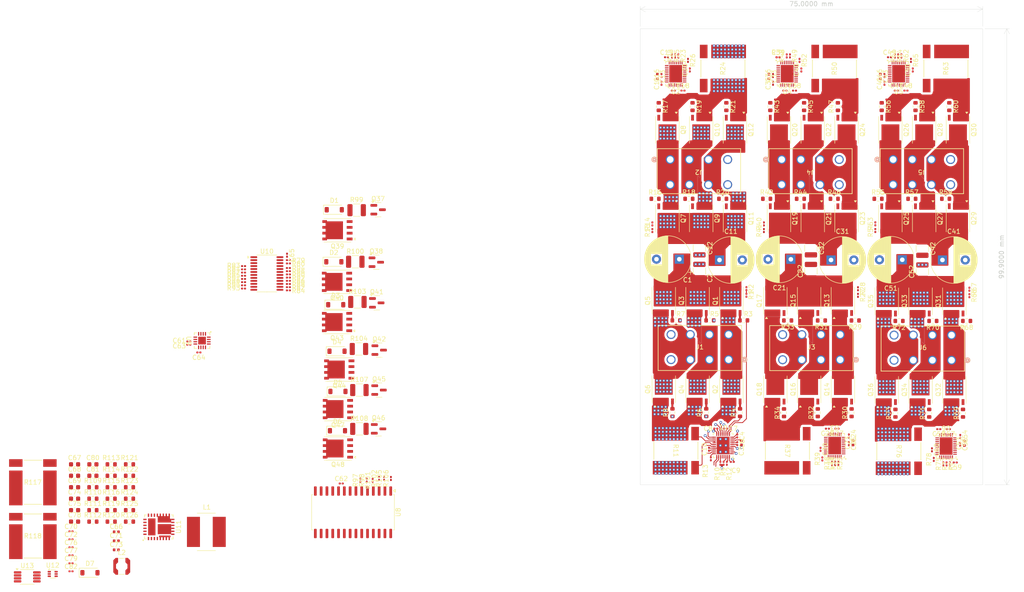
<source format=kicad_pcb>
(kicad_pcb (version 20240108) (generator "pcbnew") (generator_version "8.0")
  (layers (0 "F.Cu" signal) (1 "In1.Cu" signal) (2 "In2.Cu" signal) (31 "B.Cu" signal) (34 "B.Paste" user) (35 "F.Paste" user) (36 "B.SilkS" user "B.Silkscreen") (37 "F.SilkS" user "F.Silkscreen") (38 "B.Mask" user) (39 "F.Mask" user) (44 "Edge.Cuts" user))
  (net 0 "")
  (net 1 "GND")
  (net 2 "LF_{VDD}")
  (net 3 "Net-(U1-GVDD)")
  (net 4 "Net-(U1-BSTA)")
  (net 5 "Net-(U1-CPL)")
  (net 6 "Net-(U1-CPH)")
  (net 7 "Net-(U1-BSTB)")
  (net 8 "Net-(U1-BSTC)")
  (net 9 "Net-(U1-DVDD)")
  (net 10 "Net-(U1-AVDD)")
  (net 11 "LC_{VDD}")
  (net 12 "Net-(U2-GVDD)")
  (net 13 "Net-(U2-BSTA)")
  (net 14 "Net-(Q8-D)")
  (net 15 "Net-(U2-CPH)")
  (net 16 "Net-(U2-CPL)")
  (net 17 "Net-(U2-BSTB)")
  (net 18 "Net-(Q10-D)")
  (net 19 "Net-(Q12-D)")
  (net 20 "Net-(U2-BSTC)")
  (net 21 "Net-(U2-DVDD)")
  (net 22 "Net-(U2-AVDD)")
  (net 23 "LR_{VDD}")
  (net 24 "Net-(U3-GVDD)")
  (net 25 "Net-(U3-BSTA)")
  (net 26 "Net-(Q14-D)")
  (net 27 "Net-(U3-CPH)")
  (net 28 "Net-(U3-CPL)")
  (net 29 "Net-(Q16-D)")
  (net 30 "Net-(U3-BSTB)")
  (net 31 "Net-(U3-BSTC)")
  (net 32 "Net-(Q18-D)")
  (net 33 "Net-(U3-DVDD)")
  (net 34 "Net-(U3-AVDD)")
  (net 35 "RF_{VDD}")
  (net 36 "Net-(U4-GVDD)")
  (net 37 "Net-(Q20-D)")
  (net 38 "Net-(U4-BSTA)")
  (net 39 "Net-(U4-CPH)")
  (net 40 "Net-(U4-CPL)")
  (net 41 "Net-(Q22-D)")
  (net 42 "Net-(U4-BSTB)")
  (net 43 "Net-(Q24-D)")
  (net 44 "Net-(U4-BSTC)")
  (net 45 "Net-(U4-DVDD)")
  (net 46 "Net-(U4-AVDD)")
  (net 47 "Net-(Q26-D)")
  (net 48 "Net-(U5-GVDD)")
  (net 49 "Net-(Q28-D)")
  (net 50 "Net-(U5-BSTA)")
  (net 51 "Net-(U5-CPL)")
  (net 52 "Net-(U5-CPH)")
  (net 53 "Net-(U5-BSTB)")
  (net 54 "Net-(Q30-D)")
  (net 55 "Net-(U5-BSTC)")
  (net 56 "Net-(Q32-D)")
  (net 57 "Net-(U5-DVDD)")
  (net 58 "Net-(U5-AVDD)")
  (net 59 "RR_{VDD}")
  (net 60 "Net-(U6-GVDD)")
  (net 61 "Net-(U6-BSTA)")
  (net 62 "Net-(Q34-D)")
  (net 63 "Net-(U6-CPL)")
  (net 64 "Net-(U6-CPH)")
  (net 65 "Net-(U6-BSTB)")
  (net 66 "Net-(Q36-D)")
  (net 67 "Net-(D7-K)")
  (net 68 "Net-(U6-BSTC)")
  (net 69 "Net-(U6-DVDD)")
  (net 70 "Net-(U6-AVDD)")
  (net 71 "+3.3V")
  (net 72 "Net-(U9-DECAP)")
  (net 73 "Net-(U11-PVDD)")
  (net 74 "+BATT")
  (net 75 "Net-(U11-CS)")
  (net 76 "+5V")
  (net 77 "Net-(D1-A)")
  (net 78 "Net-(C74-Pad1)")
  (net 79 "Net-(C75-Pad2)")
  (net 80 "Net-(U12-VBST)")
  (net 81 "Net-(U12-SW)")
  (net 82 "Net-(U11-FB)")
  (net 83 "Net-(C79-Pad1)")
  (net 84 "Net-(U12-VFB)")
  (net 85 "Net-(D7-A)")
  (net 86 "Net-(D2-A)")
  (net 87 "Net-(D3-A)")
  (net 88 "Net-(D4-A)")
  (net 89 "Net-(D5-A)")
  (net 90 "Net-(D6-A)")
  (net 91 "Net-(Q1-G)")
  (net 92 "Net-(Q2-G)")
  (net 93 "Net-(Q3-G)")
  (net 94 "Net-(Q4-G)")
  (net 95 "Net-(Q5-G)")
  (net 96 "Net-(Q6-G)")
  (net 97 "Net-(Q7-G)")
  (net 98 "Net-(Q8-G)")
  (net 99 "Net-(Q9-G)")
  (net 100 "Net-(Q10-G)")
  (net 101 "Net-(Q11-G)")
  (net 102 "Net-(Q12-G)")
  (net 103 "Net-(Q13-G)")
  (net 104 "Net-(Q14-G)")
  (net 105 "Net-(Q15-G)")
  (net 106 "Net-(Q16-G)")
  (net 107 "Net-(Q17-G)")
  (net 108 "Net-(Q18-G)")
  (net 109 "Net-(Q19-G)")
  (net 110 "Net-(Q20-G)")
  (net 111 "Net-(Q21-G)")
  (net 112 "Net-(Q22-G)")
  (net 113 "Net-(Q23-G)")
  (net 114 "Net-(Q24-G)")
  (net 115 "Net-(Q25-G)")
  (net 116 "Net-(Q26-G)")
  (net 117 "Net-(Q27-G)")
  (net 118 "Net-(Q28-G)")
  (net 119 "Net-(Q29-G)")
  (net 120 "Net-(Q30-G)")
  (net 121 "Net-(Q31-G)")
  (net 122 "Net-(Q32-G)")
  (net 123 "Net-(Q33-G)")
  (net 124 "Net-(Q34-G)")
  (net 125 "Net-(Q35-G)")
  (net 126 "Net-(Q36-G)")
  (net 127 "Net-(Q37-C)")
  (net 128 "Net-(Q37-B)")
  (net 129 "Net-(Q38-B)")
  (net 130 "Net-(Q38-C)")
  (net 131 "Net-(Q41-C)")
  (net 132 "Net-(Q41-B)")
  (net 133 "Net-(Q42-B)")
  (net 134 "Net-(Q42-C)")
  (net 135 "RC_{VDD}")
  (net 136 "Net-(Q45-C)")
  (net 137 "Net-(Q45-B)")
  (net 138 "Net-(Q46-C)")
  (net 139 "Net-(Q46-B)")
  (net 140 "LF_{VS}")
  (net 141 "Net-(U1-GHA)")
  (net 142 "Net-(U1-GLA)")
  (net 143 "Net-(U1-GHB)")
  (net 144 "Net-(U1-GLB)")
  (net 145 "Net-(U1-GHC)")
  (net 146 "Net-(U1-GLC)")
  (net 147 "Net-(U1-BRAKE)")
  (net 148 "Net-(U1-DIR)")
  (net 149 "GNDPWR")
  (net 150 "FAULT_{LF}")
  (net 151 "FG_{LF}")
  (net 152 "LC_{VS}")
  (net 153 "Net-(U2-GHA)")
  (net 154 "Net-(U2-GLA)")
  (net 155 "Net-(U2-GHB)")
  (net 156 "Net-(U2-GLB)")
  (net 157 "Net-(U2-GHC)")
  (net 158 "Net-(U2-GLC)")
  (net 159 "Net-(U2-BRAKE)")
  (net 160 "Net-(U2-DIR)")
  (net 161 "FAULT_{LC}")
  (net 162 "FG_{LC}")
  (net 163 "LR_{VS}")
  (net 164 "Net-(U3-GHA)")
  (net 165 "Net-(U3-GLA)")
  (net 166 "Net-(U3-GHB)")
  (net 167 "Net-(U3-GLB)")
  (net 168 "Net-(U3-GHC)")
  (net 169 "Net-(U3-GLC)")
  (net 170 "Net-(U3-BRAKE)")
  (net 171 "Net-(U3-DIR)")
  (net 172 "FAULT_{LR}")
  (net 173 "FG_{LR}")
  (net 174 "RF_{VS}")
  (net 175 "Net-(U4-GHA)")
  (net 176 "Net-(U4-GLA)")
  (net 177 "Net-(U4-GHB)")
  (net 178 "Net-(U4-GLB)")
  (net 179 "Net-(U4-GHC)")
  (net 180 "Net-(U4-GLC)")
  (net 181 "Net-(U4-BRAKE)")
  (net 182 "Net-(U4-DIR)")
  (net 183 "FAULT_{RF}")
  (net 184 "FG_{RF}")
  (net 185 "RC_{VS}")
  (net 186 "Net-(U5-GHA)")
  (net 187 "Net-(U5-GLA)")
  (net 188 "Net-(U5-GHB)")
  (net 189 "Net-(U5-GLB)")
  (net 190 "Net-(U5-GHC)")
  (net 191 "Net-(U5-GLC)")
  (net 192 "Net-(U5-BRAKE)")
  (net 193 "Net-(U5-DIR)")
  (net 194 "FAULT_{RC}")
  (net 195 "FG_{RC}")
  (net 196 "RR_{VS}")
  (net 197 "Net-(U6-GHA)")
  (net 198 "Net-(U6-GLA)")
  (net 199 "Net-(U6-GHB)")
  (net 200 "Net-(U6-GLB)")
  (net 201 "Net-(U6-GHC)")
  (net 202 "Net-(U6-GLC)")
  (net 203 "Net-(U6-BRAKE)")
  (net 204 "Net-(U6-DIR)")
  (net 205 "FAULT_{RR}")
  (net 206 "FG_{RR}")
  (net 207 "SDA")
  (net 208 "SCL")
  (net 209 "SCL_{LF}")
  (net 210 "SCL_{RC}")
  (net 211 "SDA_{LF}")
  (net 212 "SDA_{RC}")
  (net 213 "SCL_{LC}")
  (net 214 "SCL_{RR}")
  (net 215 "SDA_{LC}")
  (net 216 "SDA_{RR}")
  (net 217 "SCL_{LR}")
  (net 218 "SCL_{XPNDR}")
  (net 219 "SDA_{LR}")
  (net 220 "SDA_{XPNDR}")
  (net 221 "SCL_{RF}")
  (net 222 "SCL_{ADC}")
  (net 223 "SDA_{RF}")
  (net 224 "SDA_{ADC}")
  (net 225 "LFEN")
  (net 226 "RFEN")
  (net 227 "LCEN")
  (net 228 "RCEN")
  (net 229 "LREN")
  (net 230 "RREN")
  (net 231 "Net-(U11-EN)")
  (net 232 "POWERGOOD")
  (net 233 "Net-(U12-EN)")
  (net 234 "Net-(U13B--)")
  (net 235 "Net-(U13B-+)")
  (net 236 "Net-(U13A-+)")
  (net 237 "Net-(U13A--)")
  (net 238 "3.3V_{IS}")
  (net 239 "5V_{IS}")
  (net 241 "SLEEP_{LF}")
  (net 242 "ESTOP")
  (net 245 "SLEEP_{LC}")
  (net 252 "SLEEP_{LR}")
  (net 256 "SLEEP_{RF}")
  (net 260 "SLEEP_{RC}")
  (net 264 "SLEEP_{RR}")
  (net 266 "nRST")
  (net 273 "Net-(U1-LSS)")
  (net 274 "Net-(U2-LSS)")
  (net 275 "Net-(U3-LSS)")
  (net 276 "Net-(U4-LSS)")
  (net 277 "Net-(U5-LSS)")
  (net 278 "Net-(U6-LSS)")
  (net 279 "Net-(Q2-S-Pad1)")
  (net 280 "Net-(Q10-S-Pad1)")
  (net 281 "Net-(Q14-S-Pad1)")
  (net 282 "Net-(Q20-S-Pad1)")
  (net 283 "Net-(Q26-S-Pad1)")
  (net 284 "Net-(Q32-S-Pad1)")
  (net 285 "Net-(U1-SN)")
  (net 286 "Net-(U2-SN)")
  (net 287 "Net-(U3-SN)")
  (net 288 "Net-(U4-SN)")
  (net 289 "Net-(U5-SN)")
  (net 290 "Net-(U6-SN)")
  (net 291 "Net-(R117-Pad3)")
  (net 292 "Net-(R117-Pad2)")
  (net 293 "Net-(R118-Pad2)")
  (net 294 "Net-(R118-Pad3)")
  (net 295 "Net-(Q2-D)")
  (net 296 "Net-(Q4-D)")
  (net 297 "Net-(Q6-D)")
  (footprint "Capacitor_SMD:C_0201_0603Metric" (layer "F.Cu") (at 261.6 114.8 -90)
    (property "Reference" "C54")
    (property "Value" "1u")
  )
  (footprint "Package_SO:PowerPAK_SO-8_Single" (layer "F.Cu") (at 221.096902 104.485598 90)
    (property "Reference" "Q18")
    (property "Value" "GSFP6016")
  )
  (footprint "footprints:CONN08_1724470408_MOL" (layer "F.Cu") (at 198.064583 54.145598 180)
    (property "Reference" "J2")
    (property "Value" "1724470408")
  )
  (footprint "Resistor_SMD:R_0603_1608Metric" (layer "F.Cu") (at 238.596902 89.395598 180)
    (property "Reference" "R29")
    (property "Value" "4R7")
  )
  (footprint "footprints:WQFN36_REE_TEX" (layer "F.Cu") (at 248.096902 35.345598)
    (property "Reference" "U5")
    (property "Value" "MCT8329A1IREER")
  )
  (footprint "Resistor_SMD:R_0201_0603Metric" (layer "F.Cu") (at 114.444824 82.8)
    (property "Reference" "R84")
    (property "Value" "10K")
  )
  (footprint "Capacitor_THT:CP_Radial_D10.0mm_P5.00mm" (layer "F.Cu") (at 248.9 76.1 180)
    (property "Reference" "C51")
    (property "Value" "470u")
  )
  (footprint "Package_SO:PowerPAK_SO-8_Single" (layer "F.Cu") (at 260.3 85.19 90)
    (property "Reference" "Q31")
    (property "Value" "GSFP6016")
  )
  (footprint "Resistor_SMD:R_0201_0603Metric" (layer "F.Cu") (at 114.444824 80)
    (property "Reference" "R92")
    (property "Value" "10K")
  )
  (footprint "Capacitor_SMD:C_1210_3225Metric" (layer "F.Cu") (at 228.896902 78.595598 90)
    (property "Reference" "C22")
    (property "Value" "10u")
  )
  (footprint "Capacitor_THT:CP_Radial_D10.0mm_P5.00mm" (layer "F.Cu") (at 224.496902 75.995598 180)
    (property "Reference" "C21")
    (property "Value" "470u")
  )
  (footprint "Capacitor_SMD:C_0201_0603Metric" (layer "F.Cu") (at 92.632324 94 180)
    (property "Reference" "C61")
    (property "Value" "1u")
  )
  (footprint "Resistor_SMD:R_0201_0603Metric" (layer "F.Cu") (at 104.624824 82.4)
    (property "Reference" "R93")
    (property "Value" "10K")
  )
  (footprint "Resistor_SMD:R_0603_1608Metric" (layer "F.Cu") (at 219.193802 62.745598)
    (property "Reference" "R42")
    (property "Value" "4R7")
  )
  (footprint "Capacitor_SMD:C_0201_0603Metric" (layer "F.Cu") (at 244.996902 35.745598 90)
    (property "Reference" "C46")
    (property "Value" "470n")
  )
  (footprint "Resistor_SMD:R_0603_1608Metric" (layer "F.Cu") (at 198.564576 109.570598 90)
    (property "Reference" "R8")
    (property "Value" "4R7")
  )
  (footprint "Capacitor_SMD:C_0201_0603Metric" (layer "F.Cu") (at 249.696902 39.045598)
    (property "Reference" "C48")
    (property "Value" "1u")
  )
  (footprint "Resistor_SMD:R_0603_1608Metric" (layer "F.Cu") (at 255.6 89.5 180)
    (property "Reference" "R70")
    (property "Value" "4R7")
  )
  (footprint "Inductor_SMD:L_Coilcraft_LPS3314" (layer "F.Cu") (at 77.9428 143.2406)
    (property "Reference" "L2")
    (property "Value" "3.3uH")
  )
  (footprint "Resistor_SMD:R_0201_0603Metric" (layer "F.Cu") (at 210.464576 120.670598 90)
    (property "Reference" "R12")
    (property "Value" "10K")
  )
  (footprint "footprints:CONN08_1724470408_MOL" (layer "F.Cu") (at 235.2969 97.995597)
    (property "Reference" "J3")
    (property "Value" "1724470408")
  )
  (footprint "Package_SO:PowerPAK_SO-8_Single" (layer "F.Cu") (at 235.896902 104.495598 90)
    (property "Reference" "Q14")
    (property "Value" "GSFP6016")
  )
  (footprint "Package_SO:PowerPAK_SO-8_Single" (layer "F.Cu") (at 253.696902 67.050598 -90)
    (property "Reference" "Q27")
    (property "Value" "GSFP6016")
  )
  (footprint "Resistor_SMD:R_0603_1608Metric" (layer "F.Cu") (at 210.364579 42.545598 -90)
    (property "Reference" "R21")
    (property "Value" "4R7")
  )
  (footprint "Capacitor_SMD:C_0201_0603Metric" (layer "F.Cu") (at 226.793802 34.525598 90)
    (property "Reference" "C40")
    (property "Value" "1u")
  )
  (footprint "Resistor_SMD:R_0201_0603Metric" (layer "F.Cu") (at 114.444824 76.9)
    (property "Reference" "R80")
    (property "Value" "10K")
  )
  (footprint "Resistor_SMD:R_1210_3225Metric" (layer "F.Cu") (at 129.5575 85.335)
    (property "Reference" "R103")
    (property "Value" "10K")
  )
  (footprint "Capacitor_SMD:C_0402_1005Metric" (layer "F.Cu") (at 238.096902 116.195598 90)
    (property "Reference" "C23")
    (property "Value" "10u")
  )
  (footprint "Capacitor_SMD:C_0201_0603Metric" (layer "F.Cu") (at 197.264579 31.745598)
    (property "Reference" "C19")
    (property "Value" "1u")
  )
  (footprint "Package_SO:PowerPAK_SO-8_Single" (layer "F.Cu") (at 235.896902 85.085598 90)
    (property "Reference" "Q13")
    (property "Value" "GSFP6016")
  )
  (footprint "Resistor_SMD:R_0603_1608Metric" (layer "F.Cu") (at 75.6328 130.9406)
    (property "Reference" "R119")
    (property "Value" "2K")
  )
  (footprint "Diode_SMD:D_SOD-123" (layer "F.Cu") (at 125.195 113.535)
    (property "Reference" "D6")
    (property "Value" "10V1")
  )
  (footprint "Resistor_SMD:R_0201_0603Metric" (layer "F.Cu") (at 104.624824 79.6)
    (property "Reference" "R85")
    (property "Value" "10K")
  )
  (footprint "Resistor_SMD:R_0603_1608Metric" (layer "F.Cu") (at 219.993802 42.545598 -90)
    (property "Reference" "R43")
    (property "Value" "4R7")
  )
  (footprint "Resistor_SMD:R_0201_0603Metric" (layer "F.Cu") (at 104.624824 77.48)
    (property "Reference" "R83")
    (property "Value" "10K")
  )
  (footprint "Capacitor_SMD:C_0201_0603Metric" (layer "F.Cu") (at 200.864579 39.045598)
    (property "Reference" "C18")
    (property "Value" "1u")
  )
  (footprint "footprints:WQFN36_REE_TEX" (layer "F.Cu") (at 209.664576 116.770598 180)
    (property "Reference" "U1")
    (property "Value" "MCT8329A1IREER")
  )
  (footprint "Package_SO:VSSOP-8_3x3mm_P0.65mm" (layer "F.Cu") (at 57.2428 145.5506)
    (property "Reference" "U13")
    (property "Value" "LMV358")
  )
  (footprint "Package_SO:PowerPAK_SO-8_Single" (layer "F.Cu") (at 252.9 85.19 90)
    (property "Reference" "Q33")
    (property "Value" "GSFP6016")
  )
  (footprint "Resistor_SMD:R_0603_1608Metric" (layer "F.Cu") (at 227.393802 42.545598 -90)
    (property "Reference" "R45")
    (property "Value" "4R7")
  )
  (footprint "Resistor_SMD:R_0201_0603Metric" (layer "F.Cu") (at 136.9 124 90)
    (property "Reference" "R106")
    (property "Value" "1K")
  )
  (footprint "footprints:WSL3637_VIS" (layer "F.Cu") (at 258.452302 34.211798 90)
    (property "Reference" "R63")
    (property "Value" "WSL3637R0100FEA")
  )
  (footprint "Resistor_SMD:R_0201_0603Metric" (layer "F.Cu") (at 242.996902 68.225598 90)
    (property "Reference" "R53")
    (property "Value" "20K")
  )
  (footprint "Diode_SMD:D_SOD-123" (layer "F.Cu") (at 124.81 85.935)
    (property "Reference" "D3")
    (property "Value" "10V1")
  )
  (footprint "footprints:WQFN16_RTE_TEX" (layer "F.Cu") (at 95.532324 93.8 -90)
    (property "Reference" "U9")
    (property "Value" "TLA2528IRTER")
  )
  (footprint "Capacitor_SMD:C_1210_3225Metric" (layer "F.Cu") (at 204.464576 78.570598 90)
    (property "Reference" "C2")
    (property "Value" "10u")
  )
  (footprint "Package_SO:PowerPAK_SO-8_Single" (layer "F.Cu") (at 197.464579 47.655598 -90)
    (property "Reference" "Q8")
    (property "Value" "GSFP6016")
  )
  (footprint "Capacitor_SMD:C_0201_0603Metric" (layer "F.Cu") (at 247.596902 39.045598)
    (property "Reference" "C47")
    (property "Value" "1u")
  )
  (footprint "Package_SO:PowerPAK_SO-8_Single" (layer "F.Cu") (at 211.464576 85.075598 90)
    (property "Reference" "Q1")
    (property "Value" "GSFP6016")
  )
  (footprint "footprints:WSL3637_VIS" (layer "F.Cu") (at 223.741502 117.929398 -90)
    (property "Reference" "R37")
    (property "Value" "WSL3637R0100FEA")
  )
  (footprint "Resistor_SMD:R_0603_1608Metric" (layer "F.Cu") (at 75.6328 125.9206)
    (property "Reference" "R115")
    (property "Value" "2.49K")
  )
  (footprint "Capacitor_SMD:C_0402_1005Metric" (layer "F.Cu") (at 219.693802 35.945598 -90)
    (property "Reference" "C33")
    (property "Value" "10u")
  )
  (footprint "Capacitor_SMD:C_0201_0603Metric" (layer "F.Cu") (at 66.8328 144.3306)
    (property "Reference" "C82")
    (property "Value" "100n")
  )
  (footprint "Resistor_SMD:R_0603_1608Metric" (layer "F.Cu") (at 71.6228 133.4506)
    (property "Reference" "R112")
    (property "Value" "19.6K")
  )
  (footprint "Package_SO:PowerPAK_SO-8_Single" (layer "F.Cu") (at 204.864579 47.655598 -90)
    (property "Reference" "Q10")
    (property "Value" "GSFP6016")
  )
  (footprint "footprints:WQFN36_REE_TEX" (layer "F.Cu") (at 234.096902 116.795598 180)
    (property "Reference" "U3")
    (property "Value" "MCT8329A1IREER")
  )
  (footprint "Resistor_SMD:R_0201_0603Metric" (layer "F.Cu") (at 199.864579 31.445598 -90)
    (property "Reference" "R23")
    (property "Value" "10K")
  )
  (footprint "Capacitor_SMD:C_0201_0603Metric" (layer "F.Cu") (at 220.593802 37.445598 90)
    (property "Reference" "C34")
    (property "Value" "1u")
  )
  (footprint "Package_SO:PowerPAK_SO-8_Single" (layer "F.Cu") (at 245.5 85.2 90)
    (property "Reference" "Q35")
    (property "Value" "GSFP6016")
  )
  (footprint "Capacitor_SMD:C_0603_1608Metric" (layer "F.Cu") (at 67.6128 123.4106)
    (property "Reference" "C68")
    (property "Value" "10u")
  )
  (footprint "Resistor_SMD:R_0201_0603Metric" (layer "F.Cu") (at 135.4 124 90)
    (property "Reference" "R105")
    (property "Value" "1K")
  )
  (footprint "Resistor_SMD:R_0201_0603Metric" (layer "F.Cu") (at 263.6 82.545 -90)
    (property "Reference" "R67")
    (property "Value" "180K")
  )
  (footprint "footprints:WSL3637_VIS" (layer "F.Cu") (at 248.1446 118.0338 -90)
    (property "Reference" "R76")
    (property "Value" "WSL3637R0100FEA")
  )
  (footprint "Resistor_SMD:R_0201_0603Metric" (layer "F.Cu") (at 224.293802 31.445598 -90)
    (property "Reference" "R49")
    (property "Value" "10K")
  )
  (footprint "Resistor_SMD:R_0201_0603Metric" (layer "F.Cu") (at 134.3 124 90)
    (property "Reference" "R102")
    (property "Value" "1K")
  )
  (footprint "Resistor_SMD:R_0603_1608Metric" (layer "F.Cu") (at 75.6328 128.4306)
    (property "Reference" "R116")
    (property "Value" "135K")
  )
  (footprint "Capacitor_SMD:C_0201_0603Metric" (layer "F.Cu") (at 206.564576 117.590598 -90)
    (property "Reference" "C10")
    (property "Value" "1u")
  )
  (footprint "Resistor_SMD:R_0201_0603Metric" (layer "F.Cu") (at 258.6 120.8 -90)
    (property "Reference" "R74")
    (property "Value" "10K")
  )
  (footprint "Resistor_SMD:R_0603_1608Metric" (layer "F.Cu") (at 194.764579 62.745598)
    (property "Reference" "R16")
    (property "Value" "4R7")
  )
  (footprint "Package_TO_SOT_SMD:SOT-563" (layer "F.Cu") (at 62.8228 144.9156)
    (property "Reference" "U12")
    (property "Value" "TPS56224")
  )
  (footprint "Capacitor_SMD:C_0603_1608Metric" (layer "F.Cu") (at 67.6128 133.4506)
    (property "Reference" "C78")
    (property "Value" "100n")
  )
  (footprint "Resistor_SMD:R_0201_0603Metric" (layer "F.Cu") (at 209.764576 120.670598 -90)
    (property "Reference" "R9")
    (property "Value" "10K")
  )
  (footprint "Package_SO:PowerPAK_SO-8_Single" (layer "F.Cu") (at 229.293802 47.655598 -90)
    (property "Reference" "Q22")
    (property "Value" "GSFP6016")
  )
  (footprint "Package_TO_SOT_SMD:SOT-23" (layer "F.Cu") (at 134.3325 95.885)
    (property "Reference" "Q42")
    (property "Value" "BC846")
  )
  (footprint "Resistor_SMD:R_0603_1608Metric" (layer "F.Cu") (at 244.396902 42.545598 -90)
    (property "Reference" "R56")
    (property "Value" "4R7")
  )
  (footprint "Resistor_SMD:R_0603_1608Metric" (layer "F.Cu") (at 213.364576 109.570598 90)
    (property "Reference" "R4")
    (property "Value" "4R7")
  )
  (footprint "Package_SO:PowerPAK_SO-8_Single" (layer "F.Cu") (at 245.5 104.59 90)
    (property "Reference" "Q36")
    (property "Value" "GSFP6016")
  )
  (footprint "Package_SO:PowerPAK_SO-8_Single" (layer "F.Cu") (at 196.664576 104.450598 90)
    (property "Reference" "Q6")
    (property "Value" "GSFP6016")
  )
  (footprint "Resistor_SMD:R_0201_0603Metric" (layer "F.Cu") (at 201.964579 32.425598 -90)
    (property "Reference" "R26")
    (property "Value" "10K")
  )
  (footprint "Capacitor_SMD:C_0201_0603Metric" (layer "F.Cu") (at 234.596902 113.095598 180)
    (property "Reference" "C27")
    (property "Value" "1u")
  )
  (footprint "Package_SO:PowerPAK_SO-8_Single" (layer "F.Cu") (at 246.296902 47.655598 -90)
    (property "Reference" "Q26")
    (property "Value" "GSFP6016")
  )
  (footprint "Resistor_SMD:R_0201_0603Metric" (layer "F.Cu") (at 104.624824 81)
    (property "Reference" "R89")
    (property "Value" "10K")
  )
  (footprint "Resistor_SMD:R_0603_1608Metric" (layer "F.Cu") (at 205.964576 109.570598 90)
    (property "Reference" "R6")
    (property "Value" "4R7")
  )
  (footprint "Package_SO:PowerPAK_SO-8_Single" (layer "F.Cu") (at 236.693802 67.055598 -90)
    (property "Reference" "Q23")
    (property "Value" "GSFP6016")
  )
  (footprint "Package_TO_SOT_SMD:SOT-23" (layer "F.Cu") (at 133.695 76.635)
    (property "Reference" "Q38")
    (property "Value" "BC846")
  )
  (footprint "Capacitor_SMD:C_0201_0603Metric" (layer "F.Cu") (at 66.8328 137.3306)
    (property "Reference" "C72")
    (property "Value" "100n")
  )
  (footprint "Resistor_SMD:R_1210_3225Metric" (layer "F.Cu") (at 129.895 95.635)
    (property "Reference" "R104")
    (property "Value" "10K")
  )
  (footprint "Capacitor_SMD:C_0201_0603Metric" (layer "F.Cu") (at 256.9 113.2 180)
    (property "Reference" "C58")
    (property "Value" "1u")
  )
  (footprint "Package_SO:PowerPAK_SO-8_Single" (layer "F.Cu") (at 221.893802 67.045598 -90)
    (property "Reference" "Q19")
    (property "Value" "GSFP6016")
  )
  (footprint "Capacitor_SMD:C_0603_1608Metric" (layer "F.Cu") (at 67.6128 125.9206)
    (property "Reference" "C69")
    (property "Value" "100n")
  )
  (footprint "Resistor_SMD:R_0603_1608Metric" (layer "F.Cu") (at 75.6328 133.4506)
    (property "Reference" "R120")
    (property "Value" "2K")
  )
  (footprint "Resistor_SMD:R_0201_0603Metric" (layer "F.Cu") (at 250.796902 32.425598 -90)
    (property "Reference" "R65")
    (property "Value" "10K")
  )
  (footprint "Diode_SMD:D_SOD-123" (layer "F.Cu") (at 124.395 76.535)
    (property "Reference" "D2")
    (property "Value" "10V1")
  )
  (footprint "Capacitor_SMD:C_0201_0603Metric" (layer "F.Cu") (at 94.832324 96.4)
    (property "Reference" "C64")
    (property "Value" "1u")
  )
  (footprint "Resistor_SMD:R_1210_3225Metric" (layer "F.Cu") (at 129.095 76.535)
    (property "Reference" "R100")
    (property "Value" "10K")
  )
  (footprint "Resistor_SMD:R_0603_1608Metric" (layer "F.Cu") (at 79.6428 123.4106)
    (property "Reference" "R122")
    (property "Value" "750R")
  )
  (footprint "Capacitor_SMD:C_0402_1005Metric" (layer "F.Cu") (at 262.5 116.3 90)
    (property "Reference" "C53")
    (property "Value" "10u")
  )
  (footprint "Resistor_SMD:R_0603_1608Metric" (layer "F.Cu") (at 209.564579 62.745598)
    (property "Reference" "R20")
    (property "Value" "4R7")
  )
  (footprint "Resistor_SMD:R_0603_1608Metric" (layer "F.Cu") (at 247.4 109.7 90)
    (property "Reference" "R73")
    (property "Value" "4R7")
  )
  (footprint "Resistor_SMD:R_0603_1608Metric" (layer "F.Cu") (at 222.996902 109.595598 90)
    (property "Reference" "R34")
    (property "Value" "4R7")
  )
  (footprint "footprints:CONN08_1724470408_MOL" (layer "F.Cu") (at 259.699995 98.099999)
    (property "Reference" "J6")
    (property "Value" "1724470408")
  )
  (footprint "Resistor_SMD:R_0201_0603Metric" (layer "F.Cu") (at 130.2 124.4 90)
    (property "Reference" "R97")
    (property "Value" "1K")
  )
  (footprint "Resistor_SMD:R_0201_0603Metric" (layer "F.Cu") (at 194.164579 68.245598 90)
    (property "Reference" "R14")
    (property "Value" "20K")
  )
  (footprint "Diode_SMD:D_SOD-123" (layer "F.Cu") (at 125.295 104.935)
    (property "Reference" "D5")
    (property "Value" "10V1")
  )
  (footprint "Resistor_SMD:R_1210_3225Metric" (layer "F.Cu") (at 129.995 113.135)
    (property "Reference" "R108")
    (property "Value" "10K")
  )
  (footprint "Capacitor_SMD:C_0201_0603Metric" (layer "F.Cu") (at 234.196902 120.695598 90)
    (property "Reference" "C29")
    (property "Value" "1u")
  )
  (footprint "Resistor_SMD:R_0201_0603Metric" (layer "F.Cu") (at 263.6 83.965 -90)
    (property "Reference" "R66")
    (property "Value" "20K")
  )
  (footprint "Package_SO:PowerPAK_SO-8_Single" (layer "F.Cu") (at 125.085 80.935 180)
    (property "Reference" "Q40")
    (property "Value" "G700P06D5")
  )
  (footprint "Package_SO:PowerPAK_SO-8_Single" (layer "F.Cu") (at 229.293802 67.055598 -90)
    (property "Reference" "Q21")
    (property "Value" "GSFP6016")
  )
  (footprint "Resistor_SMD:R_0201_0603Metric" (layer "F.Cu") (at 104.624824 81.7)
    (property "Reference" "R95")
    (property "Value" "10K")
  )
  (footprint "Resistor_SMD:R_0201_0603Metric" (layer "F.Cu") (at 214.764576 82.425598 -90)
    (property "Reference" "R2")
    (property "Value" "180K")
  )
  (footprint "Capacitor_THT:CP_Radial_D10.0mm_P5.00mm" (layer "F.Cu") (at 200.064579 75.970598 180)
    (property "Reference" "C1")
    (property "Value" "470u")
  )
  (footprint "footprints:WSL3637_VIS" (layer "F.Cu") (at 58.475002 136.6)
    (property "Reference" "R118")
    (property "Value" "WSL3637R0100FEA")
  )
  (footprint "Resistor_SMD:R_0603_1608Metric" (layer "F.Cu") (at 230.396902 109.595598 90)
    (property "Reference" "R32")
    (property "Value" "4R7")
  )
  (footprint "Resistor_SMD:R_0603_1608Metric" (layer "F.Cu") (at 234.793802 42.545598 90)
    (property "Reference" "R47")
    (property "Value" "4R7")
  )
  (footprint "Resistor_SMD:R_0603_1608Metric" (layer "F.Cu") (at 223.796902 89.395598 180)
    (property "Reference" "R33")
    (property "Value" "4R7")
  )
  (footprint "Resistor_SMD:R_0201_0603Metric" (layer "F.Cu") (at 248.696902 31.445598 -90)
    (property "Reference" "R62")
    (property "Value" "10K")
  )
  (footprint "footprints:CONN08_1724470408_MOL" (layer "F.Cu") (at 210.864576 97.970597)
    (property "Reference" "J1")
    (property "Value" "1724470408")
  )
  (footprint "Resistor_SMD:R_0201_0603Metric" (layer "F.Cu") (at 234.896902 120.695598 90)
    (property "Reference" "R38")
    (property "Value" "10K")
  )
  (footprint "footprints:WSL3637_VIS" (layer "F.Cu") (at 209.619979 34.211798 90)
    (property "Reference" "R24")
    (property "Value" "WSL3637R0100FEA")
  )
  (footprint "Capacitor_SMD:C_0201_0603Metric" (layer "F.Cu") (at 260.5 120.5 180)
    (property "Reference" "C59")
    (property "Value" "1u")
  )
  (footprint "Package_SO:PowerPAK_SO-8_Single" (layer "F.Cu") (at 204.064576 85.075598 90)
    (property "Reference" "Q3")
    (property "Value" "GSFP6016")
  )
  (footprint "Resistor_SMD:R_0201_0603Metric" (layer "F.Cu") (at 233.496902 120.695598 90)
    (property "Reference" "R36")
    (property "Value" "10K")
  )
  (footprint "footprints:CONN08_1724470408_MOL" (layer "F.Cu") (at 222.493805 54.145598 180)
    (property "Reference" "J4")
    (property "Value" "1724470408")
  )
  (footprint "Resistor_SMD:R_0603_1608Metric" (layer "F.Cu") (at 71.6228 128.4306)
    (property "Reference" "R110")
    (property "Value" "10K")
  )
  (footprint "Capacitor_SMD:C_0201_0603Metric" (layer "F.Cu") (at 208.064576 113.070598 180)
    (property "Reference" "C8")
    (property "Value" "1u")
  )
  (footprint "Diode_SMD:D_SOD-123" (layer "F.Cu") (at 70.9778 144.6406)
    (property "Reference" "D7")
    (property "Value" "SD103AW")
  )
  (footprint "footprints:WSL3637_VIS" (layer "F.Cu") (at 234.049202 34.211798 90)
    (property "Reference" "R50")
    (property "Value" "WSL3637R0100FEA")
  )
  (footprint "Resistor_SMD:R_0201_0603Metric" (layer "F.Cu") (at 209.064576 120.670598 90)
    (property "Reference" "R10")
    (property "Value" "10K")
  )
  (footprint "Capacitor_SMD:C_0201_0603Metric" (layer "F.Cu") (at 237.196902 116.395598 -90)
    (property "Reference" "C26")
    (property "Value" "470n")
  )
  (footprint "Resistor_SMD:R_0603_1608Metric" (layer "F.Cu") (at 75.6328 123.4106)
    (property "Reference" "R114")
    (property "Value" "475R")
  )
  (footprint "Package_SO:TSSOP-24_4.4x7.8mm_P0.65mm" (layer "F.Cu") (at 109.732324 79.1)
    (property "Reference" "U10")
    (property "Value" "TCA9548APWR")
  )
  (footprint "Resistor_SMD:R_0603_1608Metric" (layer "F.Cu") (at 259.196902 42.545598 -90)
    (property "Reference" "R60")
    (property "Value" "4R7")
  )
  (footprint "Resistor_SMD:R_0603_1608Metric" (layer "F.Cu") (at 71.6228 130.9406)
    (property "Reference" "R111")
    (property "Value" "100K")
  )
  (footprint "Inductor_SMD:L_Bourns_SRN8040TA" (layer "F.Cu") (at 96.475 135.7)
    (property "Reference" "L1")
    (property "Value" "2.2u")
  )
  (footprint "Package_SO:PowerPAK_SO-8_Single" (layer "F.Cu") (at 125.29 108.8 180)
    (property "Reference" "Q47")
    (property "Value" "G700P06D5")
  )
  (footprint "Resistor_SMD:R_0603_1608Metric" (layer "F.Cu") (at 231.196902 89.395598 180)
    (property "Reference" "R31")
    (property "Value" "4R7")
  )
  (footprint "Resistor_SMD:R_1210_3225Metric" (layer "F.Cu") (at 129.395 65.235)
    (property "Reference" "R99")
    (property "Value" "10K")
  )
  (footprint "Capacitor_SMD:C_0201_0603Metric" (layer "F.Cu") (at 211.664576 120.370598 180)
    (property "Reference" "C9")
    (property "Value" "1u")
  )
  (footprint "Capacitor_SMD:C_1210_3225Metric" (layer "F.Cu") (at 228.893802 73.545598 -90)
    (property "Reference" "C32")
    (property "Value" "10u")
  )
  (footprint "Diode_SMD:D_SOD-123" (layer "F.Cu") (at 125.095 96.135)
    (property "Reference" "D4")
    (property "Value" "10V1")
  )
  (footprint "footprints:WSL3637_VIS" (layer "F.Cu") (at 58.475002 124.8304)
    (property "Reference" "R117")
    (property "Value" "WSL3637R0100FEA")
  )
  (footprint "Resistor_SMD:R_0201_0603Metric" (layer "F.Cu") (at 114.444824 82.1)
    (property "Reference" "R82")
    (property "Value" "10K")
  )
  (footprint "Resistor_SMD:R_0201_0603Metric" (layer "F.Cu") (at 114.444824 77.9)
    (property "Reference" "R94")
    (property "Value" "10K")
  )
  (footprint "Package_TO_SOT_SMD:SOT-23" (layer "F.Cu") (at 133.795 85.535)
    (property "Reference" "Q41")
    (property "Value" "BC846")
  )
  (footprint "Capacitor_SMD:C_0402_1005Metric" (layer "F.Cu") (at 213.664576 116.170598 90)
    (property "Reference" "C3")
    (property "Value" "10u")
  )
  (footprint "Package_SO:PowerPAK_SO-8_Single" (layer "F.Cu") (at 261.096902 47.655598 -90)
    (property "Reference" "Q30")
    (property "Value" "GSFP6016")
  )
  (footprint "Resistor_SMD:R_0201_0603Metric" (layer "F.Cu") (at 255.8 119.82 90)
    (property "Reference" "R78")
    (property "Value" "10K")
  )
  (footprint "Capacitor_SMD:C_0201_0603Metric" (layer "F.Cu") (at 261.6 116.5 -90)
    (property "Reference" "C56")
    (property "Value" "470n")
  )
  (footprint "Resistor_SMD:R_0603_1608Metric" (layer "F.Cu") (at 71.6228 125.9206)
    (property "Reference" "R109")
    (property "Value" "10K")
  )
  (footprint "Resistor_SMD:R_0201_0603Metric" (layer "F.Cu") (at 231.396902 119.715598 90)
    (property "Reference" "R39")
    (property "Value" "10K")
  )
  (footprint "Capacitor_SMD:C_0402_1005Metric" (layer "F.Cu") (at 244.096902 35.945598 -90)
    (property "Reference" "C43")
    (property "Value" "10u")
  )
  (footprint "Capacitor_SMD:C_0603_1608Metric" (layer "F.Cu") (at 71.6228 123.4106)
    (property "Reference" "C81")
    (property "Value" "22u")
  )
  (footprint "Resistor_SMD:R_0603_1608Metric" (layer "F.Cu") (at 79.6428 128.4306)
    (property "Reference" "R124")
    (property "Value" "24K")
  )
  (footprint "Capacitor_SMD:C_0201_0603Metric" (layer "F.Cu") (at 114.144824 75.1 -90)
    (property "Reference" "C65")
    (property "Value" "~")
  )
  (footprint "Capacitor_SMD:C_0201_0603Metric" (layer "F.Cu") (at 255.4 117.72 -90)
    (property "Reference" "C60")
    (property "Value" "1u")
  )
  (footprint "Resistor_SMD:R_0603_1608Metric" (layer "F.Cu") (at 237.796902 109.595598 90)
    (property "Reference" "R30")
    (property "Value" "4R7")
  )
  (footprint "Resistor_SMD:R_0201_0603Metric" (layer "F.Cu") (at 114.444824 80.7)
    (property "Reference" "R86")
    (property "Value" "10K")
  )
  (footprint "Capacitor_SMD:C_0201_0603Metric" (layer "F.Cu") (at 237.196902 114.695598 -90)
    (property "Reference" "C24")
    (property "Value" "1u")
  )
  (footprint "Package_TO_SOT_SMD:SOT-23" (layer "F.Cu") (at 134.095 65.135)
    (property "Reference" "Q37")
    (property "Value" "BC846")
  )
  (footprint "Resistor_SMD:R_1210_3225Metric" (layer "F.Cu") (at 129.995 104.635)
    (property "Reference" "R107")
    (property "Value" "10K")
  )
  (footprint "Resistor_SMD:R_0603_1608Metric" (layer "F.Cu") (at 243.596902 62.745598)
    (property "Reference" "R55")
    (property "Value" "4R7")
  )
  (footprint "Resistor_SMD:R_0201_0603Metric" (layer "F.Cu") (at 104.624824 78.2)
    (property "Reference" "R81")
    (property "Value" "10K")
  )
  (footprint "Resistor_SMD:R_0603_1608Metric" (layer "F.Cu") (at 79.6428 133.4506)
    (property "Reference" "R126")
    (property "Value" "24K")
  )
  (footprint "Package_SO:SOIC-28W_7.5x17.9mm_P1.27mm" (layer "F.Cu") (at 128.6 131.4 -90)
    (property "Reference" "U8")
    (property "Value" "MCP23017_SO")
  )
  (footprint "Capacitor_SMD:C_0201_0603Metric" (layer "F.Cu") (at 196.164579 35.745598 90)
    (property "Reference" "C16")
    (property "Value" "470n")
  )
  (footprint "Resistor_SMD:R_0603_1608Metric" (layer "F.Cu") (at 233.993802 62.745598)
    (property "Reference" "R46")
    (property "Value" "4R7")
  )
  (footprint "Capacitor_SMD:C_0201_0603Metric" (layer "F.Cu") (at 66.8328 140.8306)
    (property "Reference" "C77")
    (property "Value" "~")
  )
  (footprint "Package_SO:PowerPAK_SO-8_Single" (layer "F.Cu") (at 261.096902 67.040598 -90)
    (property "Reference" "Q29")
    (property "Value" "GSFP6016")
  )
  (footprint "Capacitor_SMD:C_0201_0603Metric" (layer "F.Cu") (at 232.496902 113.095598 180)
    (property "Reference" "C28")
    (property "Value" "1u")
  )
  (footprint "Resistor_SMD:R_0201_0603Metric" (layer "F.Cu") (at 104.624824 80.3)
    (property "Reference" "R91")
    (property "Value" "10K")
  )
  (footprint "Capacitor_SMD:C_0201_0603Metric" (layer "F.Cu") (at 126.02 125.1)
    (property "Reference" "C62")
    (property "Value" "100n")
  )
  (footprint "Resistor_SMD:R_0603_1608Metric" (layer "F.Cu") (at 226.593802 62.745598)
    (property "Reference" "R44")
    (property "Value" "4R7")
  )
  (footprint "Capacitor_SMD:C_0201_0603Metric" (layer "F.Cu") (at 92.632324 94.7)
    (property "Reference" "C63")
    (property "Value" "1u")
  )
  (footprint "Resistor_SMD:R_0201_0603Metric" (layer "F.Cu") (at 114.444824 76.18)
    (property "Reference" "R79")
    (property "Value" "10K")
  )
  (footprint "Resistor_SMD:R_0201_0603Metric" (layer "F.Cu") (at 206.964576 119.690598 90)
    (property "Reference" "R13")
    (property "Value" "10K")
  )
  (footprint "footprints:WQFN36_REE_TEX" (layer "F.Cu") (at 223.693802 35.345598)
    (property "Reference" "U4")
    (property "Value" "MCT8329A1IREER")
  )
  (footprint "Package_SO:PowerPAK_SO-8_Single" (layer "F.Cu") (at 228.496902 104.485598 90)
    (property "Reference" "Q16")
    (property "Value" "GSFP6016")
  )
  (footprint "Capacitor_SMD:C_0201_0603Metric" (layer "F.Cu") (at 196.164579 37.445598 90)
    (property "Reference" "C14")
    (property "Value" "1u")
  )
  (footprint "Capacitor_SMD:C_0201_0603Metric" (layer "F.Cu") (at 66.8328 142.5806)
    (property "Reference" "C79")
    (property "Value" "47p")
  )
  (footprint "Capacitor_SMD:C_0201_0603Metric" (layer "F.Cu") (at 225.293802 39.045598)
    (property "Reference" "C38")
    (property "Value" "1u")
  )
  (footprint "Resistor_SMD:R_0603_1608Metric" (layer "F.Cu") (at 250.996902 62.745598)
    (property "Reference" "R57")
    (property "Value" "4R7")
  )
  (footprint "Resistor_SMD:R_0201_0603Metric" (layer "F.Cu") (at 239.196902 83.890598 -90)
    (property "Reference" "R27")
    (property "Value" "20K")
  )
  (footprint "Capacitor_SMD:C_0201_0603Metric" (layer "F.Cu") (at 221.693802 31.745598)
    (property "Reference" "C39")
    (property "Value" "1u")
  )
  (footprint "Resistor_SMD:R_0603_1608Metric" (layer "F.Cu") (at 263 89.5 180)
    (property "Reference" "R68")
    (property "Value" "4R7")
  )
  (footprint "Capacitor_SMD:C_0201_0603Metric" (layer "F.Cu") (at 198.764579 39.045598)
    (property "Reference" "C17")
    (property "Value" "1u")
  )
  (footprint "footprints:WSL3637_VIS" (layer "F.Cu") (at 199.309176 117.904398 -90)
    (property "Reference" "R11")
    (property "Value" "WSL3637R0100FEA")
  )
  (footprint "Resistor_SMD:R_0201_0603Metric" (layer "F.Cu") (at 114.444824 81.4)
    (property "Reference" "R88")
    (property "Value" "10K")
  )
  (footprint "Resistor_SMD:R_0201_0603Metric" (layer "F.Cu") (at 259.3 120.8 90)
    (property "Reference" "R77")
    (property "Value" "10K")
  )
  (footprint "Capacitor_SMD:C_0603_1608Metric" (layer "F.Cu") (at 67.6128 130.9406)
    (property "Reference" "C75")
    (property "Value" "470u")
  )
  (footprint "Resistor_SMD:R_0201_0603Metric" (layer "F.Cu") (at 199.164579 31.445598 90)
    (property "Reference" "R22")
    (property "Value" "10K")
  )
  (footprint "Resistor_SMD:R_0603_1608Metric" (layer "F.Cu") (at 202.964579 42.545598 -90)
    (property "Reference" "R19")
    (property "Value" "4R7")
  )
  (footprint "Capacitor_THT:CP_Radial_D10.0mm_P5.00mm" (layer "F.Cu") (at 257.696902 76.145598)
    (property "Reference" "C41")
    (property "Value" "470u")
  )
  (footprint "footprints:MLF28_5X6_MCH" (layer "F.Cu") (at 86.075002 134.6 90)
    (property "Reference" "U11")
    (property "Value" "MIC26903YJL-TR")
  )
  (footprint "Package_SO:PowerPAK_SO-8_Single" (layer "F.Cu") (at 260.3 104.59 90)
    (property "Reference" "Q32")
    (property "Value" "GSFP6016")
  )
  (footprint "Capacitor_SMD:C_0201_0603Metric" (layer "F.Cu") (at 223.193802 39.045598)
    (property "Reference" "C37")
    (property "Value" "1u")
  )
  (footprint "Resistor_SMD:R_0201_0603Metric" (layer "F.Cu") (at 218.593802 68.245598 90)
    (property "Reference" "R40")
    (property "Value" "20K")
  )
  (footprint "Capacitor_SMD:C_0201_0603Metric" (layer "F.Cu") (at 66.8328 139.0806)
    (property "Reference" "C76")
    (property "Value" "100n")
  )
  (footprint "Capacitor_SMD:C_0201_0603Metric" (layer "F.Cu") (at 212.764576 114.670598 -90)
    (property "Reference" "C4")
    (property "Value" "1u")
  )
  (footprint "Package_SO:PowerPAK_SO-8_Single" (layer "F.Cu") (at 125.185 69.635 180)
    (property "Reference" "Q39")
    (property "Value" "G700P06D5")
  )
  (footprint "Diode_SMD:D_SOD-123" (layer "F.Cu") (at 124.495 65.135)
    (property "Reference" "D1")
    (property "Value" "MMSZ5240BT1G5")
  )
  (footprint "Resistor_SMD:R_0201_0603Metric" (layer "F.Cu") (at 223.593802 31.445598 90)
    (property "Reference" "R48")
    (property "Value" "10K")
  )
  (footprint "Capacitor_SMD:C_0201_0603Metric" (layer "F.Cu") (at 230.996902 117.615598 -90)
    (property "Reference" "C30")
    (property "Value" "1u")
  )
  (footprint "Capacitor_SMD:C_0201_0603Metric" (layer "F.Cu") (at 66.8328 135.5806)
    (property "Reference" "C70")
    (property "Value" "100n")
  )
  (footprint "Capacitor_SMD:C_0402_1005Metric" (layer "F.Cu") (at 76.7528 139.6306)
    (property "Reference" "C73")
    (property "Value" "10u")
  )
  (footprint "footprints:CONN08_1724470408_MOL" (layer "F.Cu") (at 246.896907 54.145599 180)
    (property "Reference" "J5")
    (property "Value" "1724470408")
  )
  (footprint "Package_TO_SOT_SMD:SOT-23" (layer "F.Cu") (at 134.195 113.135)
    (property "Reference" "Q46")
    (property "Value" "BC846")
  )
  (footprint "Resistor_SMD:R_0603_1608Metric" (layer "F.Cu") (at 75.6328 120.9006)
    (property "Reference" "R113")
    (property "Value" "30K")
  )
  (footprint "Resistor_SMD:R_0201_0603Metric" (layer "F.Cu") (at 131.6 124.4 90)
    (property "Reference" "R98")
    (property "Value" "1K")
  )
  (footprint "Capacitor_SMD:C_0603_1608Metric" (layer "F.Cu") (at 67.6128 120.9006)
    (property "Reference" "C67")
    (property "Value" "470u")
  )
  (footprint "Package_SO:PowerPAK_SO-8_Single" (layer "F.Cu") (at 246.296902 67.055598 -90)
    (property "Reference" "Q25")
    (property "Value" "GSFP6016")
  )
  (footprint "Package_SO:PowerPAK_SO-8_Single" (layer "F.Cu") (at 212.264579 67.055598 -90)
    (property "Reference" "Q11")
    (property "Value" "GSFP6016")
  )
  (footprint "Resistor_SMD:R_0603_1608Metric" (layer "F.Cu") (at 258.396902 62.745598)
    (property "Reference" "R59")
    (property "Value" "4R7")
  )
  (footprint "Resistor_SMD:R_0603_1608Metric" (layer "F.Cu") (at 195.564579 42.545598 -90)
    (property "Reference" "R17")
    (property "Value" "4R7")
  )
  (footprint "Capacitor_SMD:C_0402_1005Metric" (layer "F.Cu") (at 76.7528 135.6906)
    (property "Reference" "C66")
    (property "Value" "10u")
  )
  (footprint "Package_SO:PowerPAK_SO-8_Single" (layer "F.Cu") (at 236.693802 47.655598 -90)
    (property "Reference" "Q24")
    (property "Value" "GSFP6016")
  )
  (footprint "Resistor_SMD:R_0603_1608Metric" (layer "F.Cu") (at 251.796902 42.545598 -90)
    (property "Reference" "R58")
    (property "Value" "4R7")
  )
  (footprint "Capacitor_SMD:C_0402_1005Metric" (layer "F.Cu") (at 195.264579 35.945598 -90)
    (property "Reference" "C13")
    (property "Value" "10u")
  )
  (footprint "Package_SO:PowerPAK_SO-8_Single" (layer "F.Cu") (at 197.464579 67.055598 -90)
    (property "Reference" "Q7")
    (property "Value" "GSFP6016")
  )
  (footprint "Resistor_SMD:R_0201_0603Metric" (layer "F.Cu") (at 239.196902 82.440598 -90)
    (property "Reference" "R28")
    (property "Value" "180K")
  )
  (footprint "Capacitor_SMD:C_0201_0603Metric" (layer "F.Cu") (at 244.996902 37.445598 90)
    (property "Reference" "C44")
    (property "Value" "1u")
  )
  (footprint "Capacitor_SMD:C_0201_0603Metric" (layer "F.Cu") (at 212.764576 116.370598 -90)
    (property "Reference" "C6")
    (property "Value" "470n")
  )
  (footprint "Resistor_SMD:R_0603_1608Metric" (layer "F.Cu") (at 79.6428 125.9206)
    (property "Reference" "R123")
    (property "Value" "330K")
  )
  (footprint "Package_SO:PowerPAK_SO-8_Single" (layer "F.Cu") (at 228.496902 85.085598 90)
    (property "Reference" "Q15")
    (property "Value" "GSFP6016")
  )
  (footprint "Resistor_SMD:R_0603_1608Metric" (layer "F.Cu") (at 254.8 109.7 90)
    (property "Reference" "R71")
    (property "Value" "4R7")
  )
  (footprint "Resistor_SMD:R_0201_0603Metric" (layer "F.Cu") (at 194.164579 69.700598 90)
    (property "Reference" "R15")
    (property "Value" "180K")
  )
  (footprint "Resistor_SMD:R_0201_0603Metric" (layer "F.Cu") (at 132.9 124.4 90)
    (property "Reference" "R101")
    (property "Value" "1K")
  )
  (footprint "Package_SO:PowerPAK_SO-8_Single" (layer "F.Cu") (at 204.064576 104.465598 90)
    (property "Reference" "Q4")
    (property "Value" "GSFP6016")
  )
  (footprint "Resistor_SMD:R_0603_1608Metric" (layer "F.Cu") (at 214.164576 89.375598 180)
    (property "Reference" "R3")
    (property "Value" "4R7")
  )
  (footprint "Resistor_SMD:R_0603_1608Metric" (layer "F.Cu") (at 79.6428 130.9406)
    (property "Reference" "R125")
    (property "Value" "330K")
  )
  (footprint "Capacitor_THT:CP_Radial_D10.0mm_P5.00mm" (layer "F.Cu") (at 208.864579 76.145598)
    (property "Reference" "C11")
    (property "Value" "470u")
  )
  (footprint "Capacitor_SMD:C_0201_0603Metric" (layer "F.Cu") (at 251.196902 34.525598 90)
    (property "Reference" "C50")
    (property "Value" "1u")
  )
  (footprint "Resistor_SMD:R_0603_1608Metric" (layer "F.Cu") (at 248.2 89.5 180)
    (property "Reference" "R72")
    (property "Value" "4R7")
  )
  (footprint "Capacitor_SMD:C_0603_1608Metric" (layer "F.Cu") (at 71.6228 120.9006)
    (property "Reference" "C80")
    (property "Value" "10u")
  )
  (footprint "Resistor_SMD:R_0201_0603Metric" (layer "F.Cu") (at 242.996902 69.690598 90)
    (property "Reference" "R54")
    (property "Value" "180K")
  )
  (footprint "footprints:WQFN36_REE_TEX" (layer "F.Cu") (at 258.5 116.9 180)
    (property "Reference" "U6")
    (property "Value" "MCT8329A1IREER")
  )
  (footprint "Package_SO:PowerPAK_SO-8_Single" (layer "F.Cu") (at 125.295 117.435 180)
    (property "Reference" "Q48")
    (property "Value" "G700P06D5")
  )
  (footprint "Resistor_SMD:R_0603_1608Metric" (layer "F.Cu") (at 79.6428 120.9006)
    (property "Reference" "R121")
    (property "Value" "750R")
  )
  (footprint "Resistor_SMD:R_0201_0603Metric" (layer "F.Cu") (at 247.996902 31.445598 90)
    (property "Reference" "R61")
    (property "Value" "10K")
  )
  (footprint "Capacitor_SMD:C_0603_1608Metric" (layer "F.Cu") (at 67.6128 128.4306)
    (property "Reference" "C74")
    (property "Value" "100n")
  )
  (footprint "Capacitor_SMD:C_0201_0603Metric" (layer "F.Cu") (at 202.364579 34.525598 90)
    (property "Reference" "C20")
    (property "Value" "1u")
  )
  (footprint "Package_SO:PowerPAK_SO-8_Single" (layer "F.Cu") (at 125.1 89.735 180)
    (property "Reference" "Q43")
    (property "Value" "G700P06D5")
  )
  (footprint "Resistor_SMD:R_0201_0603Metric" (layer "F.Cu") (at 214.764576 83.870598 -90)
    (property "Reference" "R1")
    (property "Value" "20K")
  )
  (footprint "Capacitor_SMD:C_1210_3225Metric" (layer "F.Cu") (at 204.464579 73.545598 -90)
    (property "Reference" "C12")
    (property "Value" "10u")
  )
  (footprint "Capacitor_SMD:C_0201_0603Metric" (layer "F.Cu") (at 259 113.2 180)
    (property "Reference" "C57")
    (property "Value" "1u")
  )
  (footprint "Resistor_SMD:R_0603_1608Metric" (layer "F.Cu") (at 262.2 109.7 90)
    (property "Reference" "R69")
    (property "Value" "4R7")
  )
  (footprint "Resistor_SMD:R_0603_1608Metric" (layer "F.Cu") (at 199.364576 89.375598 180)
    (property "Reference" "R7")
    (property "Value" "4R7")
  )
  (footprint "Resistor_SMD:R_0201_0603Metric" (layer "F.Cu") (at 114.444824 78.6)
    (property "Reference" "R96")
    (property "Value" "10K")
  )
  (footprint "Package_TO_SOT_SMD:SOT-23" (layer "F.Cu") (at 134.295 104.635)
    (property "Reference" "Q45")
    (property "Value" "BC846")
  )
  (footprint "Package_SO:PowerPAK_SO-8_Single" (layer "F.Cu") (at 212.259579 47.655598 -90)
    (property "Reference" "Q12")
    (property "Value" "GSFP6016")
  )
  (footprint "Capacitor_SMD:C_1210_3225Metric" (layer "F.Cu") (at 253.3 78.7 90)
    (property "Reference" "C52")
    (property "Value" "10u")
  )
  (footprint "Resistor_SMD:R_0201_0603Metric" (layer "F.Cu") (at 114.444824 79.3)
    (property "Reference" "R90")
    (property "Value" "10K")
  )
  (footprint "Package_SO:PowerPAK_SO-8_Single" (layer "F.Cu") (at 252.9 104.59 90)
    (property "Reference" "Q34")
    (property "Value" "GSFP6016")
  )
  (footprint "Capacitor_SMD:C_1210_3225Metric" (layer "F.Cu") (at 253.296902 73.645598 -90)
    (property "Reference" "C42")
    (property "Value" "10u")
  )
  (footprint "Resistor_SMD:R_0201_0603Metric" (layer "F.Cu") (at 226.393802 32.425598 -90)
    (property "Reference" "R52")
    (property "Value" "10K")
  )
  (footprint "Resistor_SMD:R_0201_0603Metric" (layer "F.Cu") (at 218.593802 69.700598 90)
    (property "Reference" "R41")
    (property "Value" "180K")
  )
  (footprint "Capacitor_SMD:C_0201_0603Metric" (layer "F.Cu") (at 220.593802 35.745598 90)
    (property "Reference" "C36")
    (property "Value" "470n")
  )
  (footprint "Package_SO:PowerPAK_SO-8_Single" (layer "F.Cu") (at 196.664576 85.075598 90)
    (property "Reference" "Q5")
    (property "Value" "GSFP6016")
  )
  (footprint "Resistor_SMD:R_0201_0603Metric" (layer "F.Cu") (at 104.624824 78.9)
    (property "Reference" "R87")
    (property "Value" "10K")
  )
  (footprint "Package_SO:PowerPAK_SO-8_Single" (layer "F.Cu") (at 211.464576 104.460598 90)
    (property "Reference" "Q2")
    (property "Value" "GSFP6016")
  )
  (footprint "Package_SO:PowerPAK_SO-8_Single" (layer "F.Cu") (at 221.893802 47.655598 -90)
    (property "Reference" "Q20")
    (property "Value" "GSFP6016")
  )
  (footprint "Resistor_SMD:R_0201_0603Metric" (layer "F.Cu") (at 247.296902 31.445598 -90)
    (property "Reference" "R64")
    (property "Value" "10K")
  )
  (footprint "Capacitor_THT:CP_Radial_D10.0mm_P5.00mm" (layer "F.Cu") (at 233.293802 76.145598)
    (property "Reference" "C31")
    (property "Value" "470u")
  )
  (footprint "Capacitor_SMD:C_0201_0603Metric" (layer "F.Cu") (at 210.164576 113.070598 180)
    (property "Reference" "C7")
    (property "Value" "1u")
  )
  (footprint "Package_SO:PowerPAK_SO-8_Single" (layer "F.Cu") (at 204.864579 67.045598 -90)
    (property "Reference" "Q9")
    (property "Value" "GSFP6016")
  )
  (footprint "Resistor_SMD:R_0201_0603Metric" (layer "F.Cu") (at 221.693802 31.745598)
    (property "Reference" "R51")
    (property "Value" "10K")
  )
  (footprint "footprints:WQFN36_REE_TEX" (layer "F.Cu") (at 199.264579 35.345598)
    (property "Reference" "U2")
    (property "Value" "MCT8329A1IREER")
  )
  (footprint "Capacitor_SMD:C_0402_1005Metric" (layer "F.Cu") (at 76.7528 137.6606)
    (property "Reference" "C71")
    (property "Value" "10u")
  )
  (footprint "Package_SO:PowerPAK_SO-8_Single" (layer "F.Cu") (at 221.096902 85.095598 90)
    (property "Reference" "Q17")
    (property "Value" "GSFP6016")
  )
  (footprint "Resistor_SMD:R_0201_0603Metric" (layer "F.Cu") (at 234.196902 120.695598 -90)
    (property "Reference" "R35")
    (property "Value" "10K")
  )
  (footprint "Capacitor_SMD:C_0201_0603Metric" (layer "F.Cu") (at 246.096902 31.745598)
    (property "Reference" "C49")
    (property "Value" "1u")
  )
  (footprint "Resistor_SMD:R_0603_1608Metric" (layer "F.Cu") (at 206.764576 89.375598 180)
    (property "Reference" "R5")
    (property "Value" "4R7")
  )
  (footprint "Resistor_SMD:R_0201_0603Metric" (layer "F.Cu") (at 257.9 120.8 90)
    (property "Reference" "R75")
    (property "Value" "10K")
  )
  (footprint "Package_SO:PowerPAK_SO-8_Single" (layer "F.Cu") (at 125.585 100.135 180)
    (property "Reference" "Q44")
    (property "Value" "G700P06D5")
  )
  (footprint "Package_SO:PowerPAK_SO-8_Single" (layer "F.Cu") (at 253.696902 47.645598 -90)
    (property "Reference" "Q28")
    (property "Value" "GSFP6016")
  )
  (footprint "Resistor_SMD:R_0603_1608Metric" (layer "F.Cu") (at 202.164579 62.745598)
    (property "Reference" "R18")
    (property "Value" "4R7")
  )
  (footprint "Resistor_SMD:R_0201_0603Metric" (layer "F.Cu") (at 198.464579 31.445598 -90)
    (property "Reference" "R25")
    (property "Value" "10K")
  )
  (gr_rect (start 191.5 25.5) (end 266.5 125.4) (stroke (width 0.05)) (fill none) (layer "Edge.Cuts"))
  (dimension (type aligned) (layer "Edge.Cuts") (pts (xy 266.5 25.5) (xy 266.5 125.4)) (height -5.3) (gr_text "99.9000 mm" (at 270.65 75.45 90) (layer "Edge.Cuts") (effects (font (size 1 1) (thickness 0.15)))) (format (prefix "") (suffix "") (units 3) (units_format 1) (precision 4)) (style (thickness 0.05) (arrow_length 1.27) (text_position_mode 0) (extension_height 0.58642) (extension_offset 0.5) keep_text_aligned))
  (dimension (type aligned) (layer "Edge.Cuts") (pts (xy 266.5 25.5) (xy 191.5 25.5)) (height 4.3) (gr_text "75.0000 mm" (at 229 20.05 0) (layer "Edge.Cuts") (effects (font (size 1 1) (thickness 0.15)))) (format (prefix "") (suffix "") (units 3) (units_format 1) (precision 4)) (style (thickness 0.05) (arrow_length 1.27) (text_position_mode 0) (extension_height 0.58642) (extension_offset 0.5) keep_text_aligned))
  (segment (start 211.984576 120.144294) (end 211.984576 120.370598) (width 0.175) (layer "F.Cu") (net 1))
  (segment (start 211.607676 117.370597) (end 210.924675 117.370597) (width 0.175) (layer "F.Cu") (net 1))
  (segment (start 209.361478 120.990598) (end 209.064576 120.990598) (width 0.25) (layer "F.Cu") (net 1))
  (segment (start 211.7208 119.880518) (end 211.984576 120.144294) (width 0.175) (layer "F.Cu") (net 1))
  (segment (start 210.924675 117.370597) (end 210.913776 117.359698) (width 0.175) (layer "F.Cu") (net 1))
  (segment (start 209.38923 121.315252) (end 209.38923 121.679059) (width 0.25) (layer "F.Cu") (net 1))
  (segment (start 209.38923 121.315252) (end 209.361478 121.2875) (width 0.25) (layer "F.Cu") (net 1))
  (segment (start 209.064577 117.370597) (end 209.664576 116.770598) (width 0.175) (layer "F.Cu") (net 1))
  (segment (start 207.721476 117.370597) (end 206.664575 117.370597) (width 0.175) (layer "F.Cu") (net 1))
  (segment (start 213.664576 117.218098) (end 213.661478 117.221196) (width 0.45) (layer "F.Cu") (net 1))
  (segment (start 213.664576 116.650598) (end 213.664576 117.218098) (width 0.45) (layer "F.Cu") (net 1))
  (segment (start 207.721476 117.370597) (end 209.064577 117.370597) (width 0.175) (layer "F.Cu") (net 1))
  (segment (start 209.764576 120.990598) (end 209.38923 121.365944) (width 0.25) (layer "F.Cu") (net 1))
  (segment (start 209.38923 121.365944) (end 209.38923 121.679059) (width 0.25) (layer "F.Cu") (net 1))
  (segment (start 211.589877 118.552798) (end 210.646776 118.552798) (width 0.125) (layer "F.Cu") (net 1))
  (segment (start 209.361478 121.2875) (end 209.361478 120.990598) (width 0.25) (layer "F.Cu") (net 1))
  (segment (start 206.664575 117.370597) (end 206.564576 117.270598) (width 0.175) (layer "F.Cu") (net 1))
  (segment (start 211.7208 119.721355) (end 211.7208 119.880518) (width 0.175) (layer "F.Cu") (net 1))
  (segment (start 210.659276 118.565298) (end 210.264576 118.170598) (width 0.1) (layer "F.Cu") (net 1))
  (segment (start 210.913776 117.359698) (end 210.913776 116.770598) (width 0.175) (layer "F.Cu") (net 1))
  (segment (start 211.607676 118.570597) (end 211.589877 118.552798) (width 0.125) (layer "F.Cu") (net 1))
  (segment (start 209.064576 120.990598) (end 209.38923 121.315252) (width 0.25) (layer "F.Cu") (net 1))
  (segment (start 210.646776 118.552798) (end 210.264576 118.170598) (width 0.125) (layer "F.Cu") (net 1))
  (segment (start 210.913776 116.770598) (end 209.664576 116.770598) (width 0.175) (layer "F.Cu") (net 1))
  (segment (start 209.764576 120.990598) (end 209.361478 120.990598) (width 0.25) (layer "F.Cu") (net 1))
  (via (at 205.264576 77.070598) (size 0.6) (drill 0.3) (layers "F.Cu" "B.Cu") (net 1))
  (via (at 211.7208 119.721355) (size 0.6) (drill 0.3) (layers "F.Cu" "B.Cu") (net 1))
  (via (at 253.3 77.2) (size 0.6) (drill 0.3) (layers "F.Cu" "B.Cu") (net 1))
  (via (at 210.264576 115.370598) (size 0.6) (drill 0.3) (layers "F.Cu" "B.Cu") (net 1))
  (via (at 204.496902 75.045598) (size 0.6) (drill 0.3) (layers "F.Cu" "B.Cu") (net 1))
  (via (at 252.5 77.2) (size 0.6) (drill 0.3) (layers "F.Cu" "B.Cu") (net 1))
  (via (at 203.696902 75.045598) (size 0.6) (drill 0.3) (layers "F.Cu" "B.Cu") (net 1))
  (via (at 203.664576 77.070598) (size 0.6) (drill 0.3) (layers "F.Cu" "B.Cu") (net 1))
  (via (at 209.064576 115.370598) (size 0.6) (drill 0.3) (layers "F.Cu" "B.Cu") (net 1))
  (via (at 209.064576 116.770598) (size 0.6) (drill 0.3) (layers "F.Cu" "B.Cu") (net 1))
  (via (at 209.064576 118.170598) (size 0.6) (drill 0.3) (layers "F.Cu" "B.Cu") (net 1))
  (via (at 254.1 77.2) (size 0.6) (drill 0.3) (layers "F.Cu" "B.Cu") (net 1))
  (via (at 205.296902 75.045598) (size 0.6) (drill 0.3) (layers "F.Cu" "B.Cu") (net 1))
  (via (at 213.661478 117.221196) (size 0.6) (drill 0.3) (layers "F.Cu" "B.Cu") (net 1))
  (via (at 204.464576 77.070598) (size 0.6) (drill 0.3) (layers "F.Cu" "B.Cu") (net 1))
  (via (at 210.264576 116.770598) (size 0.6) (drill 0.3) (layers "F.Cu" "B.Cu") (net 1))
  (via (at 210.264576 118.170598) (size 0.6) (drill 0.3) (layers "F.Cu" "B.Cu") (net 1))
  (via (at 209.38923 121.679059) (size 0.6) (drill 0.3) (layers "F.Cu" "B.Cu") (net 1))
  (segment (start 212.661478 117.421196) (end 212.21088 116.970598) (width 0.175) (layer "F.Cu") (net 2))
  (segment (start 212.761478 117.421196) (end 212.661478 117.421196) (width 0.175) (layer "F.Cu") (net 2))
  (segment (start 212.21088 116.970598) (end 211.607676 116.970598) (width 0.175) (layer "F.Cu") (net 2))
  (via (at 212.214576 83.970598) (size 0.6) (drill 0.3) (layers "F.Cu" "B.Cu") (net 2))
  (via (at 195.164576 83.970598) (size 0.6) (drill 0.3) (layers "F.Cu" "B.Cu") (net 2))
  (via (at 197.414576 84.770598) (size 0.6) (drill 0.3) (layers "F.Cu" "B.Cu") (net 2))
  (via (at 204.814576 83.970598) (size 0.6) (drill 0.3) (layers "F.Cu" "B.Cu") (net 2))
  (via (at 203.314576 83.170598) (size 0.6) (drill 0.3) (layers "F.Cu" "B.Cu") (net 2))
  (via (at 212.214576 84.770598) (size 0.6) (drill 0.3) (layers "F.Cu" "B.Cu") (net 2))
  (via (at 195.914576 84.770598) (size 0.6) (drill 0.3) (layers "F.Cu" "B.Cu") (net 2))
  (via (at 198.164576 85.570598) (size 0.6) (drill 0.3) (layers "F.Cu" "B.Cu") (net 2))
  (via (at 204.814576 84.770598) (size 0.6) (drill 0.3) (layers "F.Cu" "B.Cu") (net 2))
  (via (at 197.414576 85.570598) (size 0.6) (drill 0.3) (layers "F.Cu" "B.Cu") (net 2))
  (via (at 209.964576 83.170598) (size 0.6) (drill 0.3) (layers "F.Cu" "B.Cu") (net 2))
  (via (at 202.564576 83.970598) (size 0.6) (drill 0.3) (layers "F.Cu" "B.Cu") (net 2))
  (via (at 209.964576 83.970598) (size 0.6) (drill 0.3) (layers "F.Cu" "B.Cu") (net 2))
  (via (at 196.664576 83.170598) (size 0.6) (drill 0.3) (layers "F.Cu" "B.Cu") (net 2))
  (via (at 196.664576 85.570598) (size 0.6) (drill 0.3) (layers "F.Cu" "B.Cu") (net 2))
  (via (at 195.164576 83.170598) (size 0.6) (drill 0.3) (layers "F.Cu" "B.Cu") (net 2))
  (via (at 212.964576 83.170598) (size 0.6) (drill 0.3) (layers "F.Cu" "B.Cu") (net 2))
  (via (at 197.414576 83.170598) (size 0.6) (drill 0.3) (layers "F.Cu" "B.Cu") (net 2))
  (via (at 204.064576 84.770598) (size 0.6) (drill 0.3) (layers "F.Cu" "B.Cu") (net 2))
  (via (at 195.164576 84.770598) (size 0.6) (drill 0.3) (layers "F.Cu" "B.Cu") (net 2))
  (via (at 211.464576 83.970598) (size 0.6) (drill 0.3) (layers "F.Cu" "B.Cu") (net 2))
  (via (at 195.164576 85.570598) (size 0.6) (drill 0.3) (layers "F.Cu" "B.Cu") (net 2))
  (via (at 204.814576 85.570598) (size 0.6) (drill 0.3) (layers "F.Cu" "B.Cu") (net 2))
  (via (at 204.064576 85.570598) (size 0.6) (drill 0.3) (layers "F.Cu" "B.Cu") (net 2))
  (via (at 210.714576 85.570598) (size 0.6) (drill 0.3) (layers "F.Cu" "B.Cu") (net 2))
  (via (at 209.964576 85.570598) (size 0.6) (drill 0.3) (layers "F.Cu" "B.Cu") (net 2))
  (via (at 203.314576 85.570598) (size 0.6) (drill 0.3) (layers "F.Cu" "B.Cu") (net 2))
  (via (at 196.664576 84.770598) (size 0.6) (drill 0.3) (layers "F.Cu" "B.Cu") (net 2))
  (via (at 212.964576 83.970598) (size 0.6) (drill 0.3) (layers "F.Cu" "B.Cu") (net 2))
  (via (at 198.164576 83.970598) (size 0.6) (drill 0.3) (layers "F.Cu" "B.Cu") (net 2))
  (via (at 205.564576 83.970598) (size 0.6) (drill 0.3) (layers "F.Cu" "B.Cu") (net 2))
  (via (at 212.214576 83.170598) (size 0.6) (drill 0.3) (layers "F.Cu" "B.Cu") (net 2))
  (via (at 205.564576 84.770598) (size 0.6) (drill 0.3) (layers "F.Cu" "B.Cu") (net 2))
  (via (at 198.164576 83.170598) (size 0.6) (drill 0.3) (layers "F.Cu" "B.Cu") (net 2))
  (via (at 204.064576 83.970598) (size 0.6) (drill 0.3) (layers "F.Cu" "B.Cu") (net 2))
  (via (at 195.914576 85.570598) (size 0.6) (drill 0.3) (layers "F.Cu" "B.Cu") (net 2))
  (via (at 202.564576 84.770598) (size 0.6) (drill 0.3) (layers "F.Cu" "B.Cu") (net 2))
  (via (at 203.314576 83.970598) (size 0.6) (drill 0.3) (layers "F.Cu" "B.Cu") (net 2))
  (via (at 212.761478 117.421196) (size 0.6) (drill 0.3) (layers "F.Cu" "B.Cu") (net 2))
  (via (at 204.814576 83.170598) (size 0.6) (drill 0.3) (layers "F.Cu" "B.Cu") (net 2))
  (via (at 209.964576 84.770598) (size 0.6) (drill 0.3) (layers "F.Cu" "B.Cu") (net 2))
  (via (at 196.664576 83.970598) (size 0.6) (drill 0.3) (layers "F.Cu" "B.Cu") (net 2))
  (via (at 197.414576 83.970598) (size 0.6) (drill 0.3) (layers "F.Cu" "B.Cu") (net 2))
  (via (at 210.714576 83.170598) (size 0.6) (drill 0.3) (layers "F.Cu" "B.Cu") (net 2))
  (via (at 203.314576 84.770598) (size 0.6) (drill 0.3) (layers "F.Cu" "B.Cu") (net 2))
  (via (at 205.564576 83.170598) (size 0.6) (drill 0.3) (layers "F.Cu" "B.Cu") (net 2))
  (via (at 212.964576 84.770598) (size 0.6) (drill 0.3) (layers "F.Cu" "B.Cu") (net 2))
  (via (at 195.914576 83.170598) (size 0.6) (drill 0.3) (layers "F.Cu" "B.Cu") (net 2))
  (via (at 211.464576 83.170598) (size 0.6) (drill 0.3) (layers "F.Cu" "B.Cu") (net 2))
  (via (at 212.964576 85.570598) (size 0.6) (drill 0.3) (layers "F.Cu" "B.Cu") (net 2))
  (via (at 211.464576 85.570598) (size 0.6) (drill 0.3) (layers "F.Cu" "B.Cu") (net 2))
  (via (at 198.164576 84.770598) (size 0.6) (drill 0.3) (layers "F.Cu" "B.Cu") (net 2))
  (via (at 211.464576 84.770598) (size 0.6) (drill 0.3) (layers "F.Cu" "B.Cu") (net 2))
  (via (at 204.064576 83.170598) (size 0.6) (drill 0.3) (layers "F.Cu" "B.Cu") (net 2))
  (via (at 212.214576 85.570598) (size 0.6) (drill 0.3) (layers "F.Cu" "B.Cu") (net 2))
  (via (at 202.564576 83.170598) (size 0.6) (drill 0.3) (layers "F.Cu" "B.Cu") (net 2))
  (via (at 202.564576 85.570598) (size 0.6) (drill 0.3) (layers "F.Cu" "B.Cu") (net 2))
  (via (at 210.714576 84.770598) (size 0.6) (drill 0.3) (layers "F.Cu" "B.Cu") (net 2))
  (via (at 195.914576 83.970598) (size 0.6) (drill 0.3) (layers "F.Cu" "B.Cu") (net 2))
  (via (at 210.714576 83.970598) (size 0.6) (drill 0.3) (layers "F.Cu" "B.Cu") (net 2))
  (via (at 205.564576 85.570598) (size 0.6) (drill 0.3) (layers "F.Cu" "B.Cu") (net 2))
  (segment (start 213.347076 115.533098) (end 213.484576 115.670598) (width 0.175) (layer "F.Cu") (net 3))
  (segment (start 211.607676 115.770597) (end 212.263797 115.770597) (width 0.175) (layer "F.Cu") (net 3))
  (segment (start 212.263797 115.770597) (end 212.501296 115.533098) (width 0.175) (layer "F.Cu") (net 3))
  (segment (start 212.501296 115.533098) (end 213.347076 115.533098) (width 0.175) (layer "F.Cu") (net 3))
  (segment (start 211.607677 115.770598) (end 211.607676 115.770597) (width 0.175) (layer "F.Cu") (net 3))
  (segment (start 211.607676 115.370598) (end 212.133466 115.370598) (width 0.175) (layer "F.Cu") (net 4))
  (segment (start 212.133466 115.370598) (end 212.513466 114.990598) (width 0.175) (layer "F.Cu") (net 4))
  (segment (start 212.513466 114.990598) (end 212.764576 114.990598) (width 0.175) (layer "F.Cu") (net 4))
  (segment (start 212.544576 116.570598) (end 212.664576 116.690598) (width 0.175) (layer "F.Cu") (net 5))
  (segment (start 211.607676 116.570598) (end 212.544576 116.570598) (width 0.175) (layer "F.Cu") (net 5))
  (segment (start 211.607676 116.170599) (end 212.544575 116.170599) (width 0.175) (layer "F.Cu") (net 6))
  (segment (start 212.544575 116.170599) (end 212.664576 116.050598) (width 0.175) (layer "F.Cu") (net 6))
  (segment (start 210.484576 113.070598) (end 210.384576 113.170598) (width 0.175) (layer "F.Cu") (net 7))
  (segment (start 210.484576 113.350598) (end 210.484576 113.070598) (width 0.175) (layer "F.Cu") (net 7))
  (segment (start 210.264575 114.319498) (end 210.264575 113.570599) (width 0.175) (layer "F.Cu") (net 7))
  (segment (start 210.264575 113.570599) (end 210.484576 113.350598) (width 0.175) (layer "F.Cu") (net 7))
  (segment (start 208.664575 114.319498) (end 208.664575 113.770597) (width 0.175) (layer "F.Cu") (net 8))
  (segment (start 208.664575 113.770597) (end 208.384576 113.490598) (width 0.175) (layer "F.Cu") (net 8))
  (segment (start 208.384576 113.490598) (end 208.384576 113.070598) (width 0.175) (layer "F.Cu") (net 8))
  (segment (start 211.064576 120.090598) (end 211.344576 120.370598) (width 0.175) (layer "F.Cu") (net 9))
  (segment (start 211.064576 119.221698) (end 211.064576 120.090598) (width 0.175) (layer "F.Cu") (net 9))
  (segment (start 206.805356 117.910598) (end 206.564576 117.910598) (width 0.175) (layer "F.Cu") (net 10))
  (segment (start 206.945355 117.770599) (end 206.805356 117.910598) (width 0.175) (layer "F.Cu") (net 10))
  (segment (start 207.721476 117.770599) (end 206.945355 117.770599) (width 0.175) (layer "F.Cu") (net 10))
  (via (at 204.864579 66.545598) (size 0.6) (drill 0.3) (layers "F.Cu" "B.Cu") (net 11))
  (via (at 197.464579 66.545598) (size 0.6) (drill 0.3) (layers "F.Cu" "B.Cu") (net 11))
  (via (at 204.864579 68.145598) (size 0.6) (drill 0.3) (layers "F.Cu" "B.Cu") (net 11))
  (via (at 205.614579 67.345598) (size 0.6) (drill 0.3) (layers "F.Cu" "B.Cu") (net 11))
  (via (at 204.114579 68.945598) (size 0.6) (drill 0.3) (layers "F.Cu" "B.Cu") (net 11))
  (via (at 196.714579 66.545598) (size 0.6) (drill 0.3) (layers "F.Cu" "B.Cu") (net 11))
  (via (at 205.614579 66.545598) (size 0.6) (drill 0.3) (layers "F.Cu" "B.Cu") (net 11))
  (via (at 213.764579 68.945598) (size 0.6) (drill 0.3) (layers "F.Cu" "B.Cu") (net 11))
  (via (at 198.964579 66.545598) (size 0.6) (drill 0.3) (layers "F.Cu" "B.Cu") (net 11))
  (via (at 213.014579 68.945598) (size 0.6) (drill 0.3) (layers "F.Cu" "B.Cu") (net 11))
  (via (at 198.964579 67.345598) (size 0.6) (drill 0.3) (layers "F.Cu" "B.Cu") (net 11))
  (via (at 198.214579 68.145598) (size 0.6) (drill 0.3) (layers "F.Cu" "B.Cu") (net 11))
  (via (at 212.264579 68.945598) (size 0.6) (drill 0.3) (layers "F.Cu" "B.Cu") (net 11))
  (via (at 211.514579 68.145598) (size 0.6) (drill 0.3) (layers "F.Cu" "B.Cu") (net 11))
  (via (at 195.964579 67.345598) (size 0.6) (drill 0.3) (layers "F.Cu" "B.Cu") (net 11))
  (via (at 210.764579 66.545598) (size 0.6) (drill 0.3) (layers "F.Cu" "B.Cu") (net 11))
  (via (at 206.364579 68.945598) (size 0.6) (drill 0.3) (layers "F.Cu" "B.Cu") (net 11))
  (via (at 195.964579 68.145598) (size 0.6) (drill 0.3) (layers "F.Cu" "B.Cu") (net 11))
  (via (at 211.514579 66.545598) (size 0.6) (drill 0.3) (layers "F.Cu" "B.Cu") (net 11))
  (via (at 205.614579 68.145598) (size 0.6) (drill 0.3) (layers "F.Cu" "B.Cu") (net 11))
  (via (at 210.764579 68.145598) (size 0.6) (drill 0.3) (layers "F.Cu" "B.Cu") (net 11))
  (via (at 197.464579 68.945598) (size 0.6) (drill 0.3) (layers "F.Cu" "B.Cu") (net 11))
  (via (at 198.214579 66.545598) (size 0.6) (drill 0.3) (layers "F.Cu" "B.Cu") (net 11))
  (via (at 197.464579 68.145598) (size 0.6) (drill 0.3) (layers "F.Cu" "B.Cu") (net 11))
  (via (at 206.364579 68.145598) (size 0.6) (drill 0.3) (layers "F.Cu" "B.Cu") (net 11))
  (via (at 206.364579 67.345598) (size 0.6) (drill 0.3) (layers "F.Cu" "B.Cu") (net 11))
  (via (at 203.364579 66.545598) (size 0.6) (drill 0.3) (layers "F.Cu" "B.Cu") (net 11))
  (via (at 205.614579 68.945598) (size 0.6) (drill 0.3) (layers "F.Cu" "B.Cu") (net 11))
  (via (at 204.864579 67.345598) (size 0.6) (drill 0.3) (layers "F.Cu" "B.Cu") (net 11))
  (via (at 211.514579 67.345598) (size 0.6) (drill 0.3) (layers "F.Cu" "B.Cu") (net 11))
  (via (at 204.114579 68.145598) (size 0.6) (drill 0.3) (layers "F.Cu" "B.Cu") (net 11))
  (via (at 204.114579 67.345598) (size 0.6) (drill 0.3) (layers "F.Cu" "B.Cu") (net 11))
  (via (at 213.764579 66.545598) (size 0.6) (drill 0.3) (layers "F.Cu" "B.Cu") (net 11))
  (via (at 212.264579 66.545598) (size 0.6) (drill 0.3) (layers "F.Cu" "B.Cu") (net 11))
  (via (at 213.014579 67.345598) (size 0.6) (drill 0.3) (layers "F.Cu" "B.Cu") (net 11))
  (via (at 204.864579 68.945598) (size 0.6) (drill 0.3) (layers "F.Cu" "B.Cu") (net 11))
  (via (at 212.264579 67.345598) (size 0.6) (drill 0.3) (layers "F.Cu" "B.Cu") (net 11))
  (via (at 198.214579 67.345598) (size 0.6) (drill 0.3) (layers "F.Cu" "B.Cu") (net 11))
  (via (at 204.114579 66.545598) (size 0.6) (drill 0.3) (layers "F.Cu" "B.Cu") (net 11))
  (via (at 203.364579 67.345598) (size 0.6) (drill 0.3) (layers "F.Cu" "B.Cu") (net 11))
  (via (at 196.714579 68.145598) (size 0.6) (drill 0.3) (layers "F.Cu" "B.Cu") (net 11))
  (via (at 198.964579 68.145598) (size 0.6) (drill 0.3) (layers "F.Cu" "B.Cu") (net 11))
  (via (at 198.214579 68.945598) (size 0.6) (drill 0.3) (layers "F.Cu" "B.Cu") (net 11))
  (via (at 210.764579 68.945598) (size 0.6) (drill 0.3) (layers "F.Cu" "B.Cu") (net 11))
  (via (at 203.364579 68.945598) (size 0.6) (drill 0.3) (layers "F.Cu" "B.Cu") (net 11))
  (via (at 196.714579 67.345598) (size 0.6) (drill 0.3) (layers "F.Cu" "B.Cu") (net 11))
  (via (at 211.514579 68.945598) (size 0.6) (drill 0.3) (layers "F.Cu" "B.Cu") (net 11))
  (via (at 197.464579 67.345598) (size 0.6) (drill 0.3) (layers "F.Cu" "B.Cu") (net 11))
  (via (at 203.364579 68.145598) (size 0.6) (drill 0.3) (layers "F.Cu" "B.Cu") (net 11))
  (via (at 213.764579 67.345598) (size 0.6) (drill 0.3) (layers "F.Cu" "B.Cu") (net 11))
  (via (at 195.964579 68.945598) (size 0.6) (drill 0.3) (layers "F.Cu" "B.Cu") (net 11))
  (via (at 210.764579 67.345598) (size 0.6) (drill 0.3) (layers "F.Cu" "B.Cu") (net 11))
  (via (at 196.714579 68.945598) (size 0.6) (drill 0.3) (layers "F.Cu" "B.Cu") (net 11))
  (via (at 195.964579 66.545598) (size 0.6) (drill 0.3) (layers "F.Cu" "B.Cu") (net 11))
  (via (at 206.364579 66.545598) (size 0.6) (drill 0.3) (layers "F.Cu" "B.Cu") (net 11))
  (via (at 213.014579 66.545598) (size 0.6) (drill 0.3) (layers "F.Cu" "B.Cu") (net 11))
  (via (at 212.264579 68.145598) (size 0.6) (drill 0.3) (layers "F.Cu" "B.Cu") (net 11))
  (via (at 213.014579 68.145598) (size 0.6) (drill 0.3) (layers "F.Cu" "B.Cu") (net 11))
  (via (at 213.764579 68.145598) (size 0.6) (drill 0.3) (layers "F.Cu" "B.Cu") (net 11))
  (via (at 198.964579 68.945598) (size 0.6) (drill 0.3) (layers "F.Cu" "B.Cu") (net 11))
  (via (at 195.964579 47.945598) (size 0.6) (drill 0.3) (layers "F.Cu" "B.Cu") (net 14))
  (via (at 195.964579 47.145598) (size 0.6) (drill 0.3) (layers "F.Cu" "B.Cu") (net 14))
  (via (at 197.099579 63.185598) (size 0.6) (drill 0.3) (layers "F.Cu" "B.Cu") (net 14))
  (via (at 197.464579 47.945598) (size 0.6) (drill 0.3) (layers "F.Cu" "B.Cu") (net 14))
  (via (at 198.964579 48.745598) (size 0.6) (drill 0.3) (layers "F.Cu" "B.Cu") (net 14))
  (via (at 196.714579 47.945598) (size 0.6) (drill 0.3) (layers "F.Cu" "B.Cu") (net 14))
  (via (at 199.499579 63.185598) (size 0.6) (drill 0.3) (layers "F.Cu" "B.Cu") (net 14))
  (via (at 198.214579 49.545598) (size 0.6) (drill 0.3) (layers "F.Cu" "B.Cu") (net 14))
  (via (at 195.964579 49.545598) (size 0.6) (drill 0.3) (layers "F.Cu" "B.Cu") (net 14))
  (via (at 196.714579 49.545598) (size 0.6) (drill 0.3) (layers "F.Cu" "B.Cu") (net 14))
  (via (at 199.499579 62.385598) (size 0.6) (drill 0.3) (layers "F.Cu" "B.Cu") (net 14))
  (via (at 198.699579 63.185598) (size 0.6) (drill 0.3) (layers "F.Cu" "B.Cu") (net 14))
  (via (at 197.464579 49.545598) (size 0.6) (drill 0.3) (layers "F.Cu" "B.Cu") (net 14))
  (via (at 198.699579 62.385598) (size 0.6) (drill 0.3) (layers "F.Cu" "B.Cu") (net 14))
  (via (at 197.464579 47.145598) (size 0.6) (drill 0.3) (layers "F.Cu" "B.Cu") (net 14))
  (via (at 198.214579 48.745598) (size 0.6) (drill 0.3) (layers "F.Cu" "B.Cu") (net 14))
  (via (at 198.964579 47.145598) (size 0.6) (drill 0.3) (layers "F.Cu" "B.Cu") (net 14))
  (via (at 197.899579 63.185598) (size 0.6) (drill 0.3) (layers "F.Cu" "B.Cu") (net 14))
  (via (at 196.714579 47.145598) (size 0.6) (drill 0.3) (layers "F.Cu" "B.Cu") (net 14))
  (via (at 198.964579 49.545598) (size 0.6) (drill 0.3) (layers "F.Cu" "B.Cu") (net 14))
  (via (at 197.099579 62.385598) (size 0.6) (drill 0.3) (layers "F.Cu" "B.Cu") (net 14))
  (via (at 197.464579 48.745598) (size 0.6) (drill 0.3) (layers "F.Cu" "B.Cu") (net 14))
  (via (at 198.214579 47.945598) (size 0.6) (drill 0.3) (layers "F.Cu" "B.Cu") (net 14))
  (via (at 198.964579 47.945598) (size 0.6) (drill 0.3) (layers "F.Cu" "B.Cu") (net 14))
  (via (at 197.899579 62.385598) (size 0.6) (drill 0.3) (layers "F.Cu" "B.Cu") (net 14))
  (via (at 195.964579 48.745598) (size 0.6) (drill 0.3) (layers "F.Cu" "B.Cu") (net 14))
  (via (at 198.214579 47.145598) (size 0.6) (drill 0.3) (layers "F.Cu" "B.Cu") (net 14))
  (via (at 196.714579 48.745598) (size 0.6) (drill 0.3) (layers "F.Cu" "B.Cu") (net 14))
  (via (at 206.364579 47.145598) (size 0.6) (drill 0.3) (layers "F.Cu" "B.Cu") (net 18))
  (via (at 203.364579 48.745598) (size 0.6) (drill 0.3) (layers "F.Cu" "B.Cu") (net 18))
  (via (at 206.914579 63.160598) (size 0.6) (drill 0.3) (layers "F.Cu" "B.Cu") (net 18))
  (via (at 203.364579 47.945598) (size 0.6) (drill 0.3) (layers "F.Cu" "B.Cu") (net 18))
  (via (at 206.914579 62.360598) (size 0.6) (drill 0.3) (layers "F.Cu" "B.Cu") (net 18))
  (via (at 206.364579 48.745598) (size 0.6) (drill 0.3) (layers "F.Cu" "B.Cu") (net 18))
  (via (at 205.314579 62.360598) (size 0.6) (drill 0.3) (layers "F.Cu" "B.Cu") (net 18))
  (via (at 206.364579 49.545598) (size 0.6) (drill 0.3) (layers "F.Cu" "B.Cu") (net 18))
  (via (at 203.364579 47.145598) (size 0.6) (drill 0.3) (layers "F.Cu" "B.Cu") (net 18))
  (via (at 205.314579 63.160598) (size 0.6) (drill 0.3) (layers "F.Cu" "B.Cu") (net 18))
  (via (at 206.114579 63.160598) (size 0.6) (drill 0.3) (layers "F.Cu" "B.Cu") (net 18))
  (via (at 203.364579 49.545598) (size 0.6) (drill 0.3) (layers "F.Cu" "B.Cu") (net 18))
  (via (at 205.614579 47.945598) (size 0.6) (drill 0.3) (layers "F.Cu" "B.Cu") (net 18))
  (via (at 206.914579 61.560598) (size 0.6) (drill 0.3) (layers "F.Cu" "B.Cu") (net 18))
  (via (at 206.114579 61.560598) (size 0.6) (drill 0.3) (layers "F.Cu" "B.Cu") (net 18))
  (via (at 204.864579 47.945598) (size 0.6) (drill 0.3) (layers "F.Cu" "B.Cu") (net 18))
  (via (at 206.114579 62.360598) (size 0.6) (drill 0.3) (layers "F.Cu" "B.Cu") (net 18))
  (via (at 205.614579 48.745598) (size 0.6) (drill 0.3) (layers "F.Cu" "B.Cu") (net 18))
  (via (at 204.864579 47.145598) (size 0.6) (drill 0.3) (layers "F.Cu" "B.Cu") (net 18))
  (via (at 204.114579 48.745598) (size 0.6) (drill 0.3) (layers "F.Cu" "B.Cu") (net 18))
  (via (at 204.514579 63.160598) (size 0.6) (drill 0.3) (layers "F.Cu" "B.Cu") (net 18))
  (via (at 204.114579 49.545598) (size 0.6) (drill 0.3) (layers "F.Cu" "B.Cu") (net 18))
  (via (at 204.514579 61.560598) (size 0.6) (drill 0.3) (layers "F.Cu" "B.Cu") (net 18))
  (via (at 204.514579 62.360598) (size 0.6) (drill 0.3) (layers "F.Cu" "B.Cu") (net 18))
  (via (at 205.614579 47.145598) (size 0.6) (drill 0.3) (layers "F.Cu" "B.Cu") (net 18))
  (via (at 204.864579 48.745598) (size 0.6) (drill 0.3) (layers "F.Cu" "B.Cu") (net 18))
  (via (at 204.114579 47.145598) (size 0.6) (drill 0.3) (layers "F.Cu" "B.Cu") (net 18))
  (via (at 205.314579 61.560598) (size 0.6) (drill 0.3) (layers "F.Cu" "B.Cu") (net 18))
  (via (at 204.114579 47.945598) (size 0.6) (drill 0.3) (layers "F.Cu" "B.Cu") (net 18))
  (via (at 206.364579 47.945598) (size 0.6) (drill 0.3) (layers "F.Cu" "B.Cu") (net 18))
  (via (at 204.864579 49.545598) (size 0.6) (drill 0.3) (layers "F.Cu" "B.Cu") (net 18))
  (via (at 205.614579 49.545598) (size 0.6) (drill 0.3) (layers "F.Cu" "B.Cu") (net 18))
  (via (at 210.764579 47.945598) (size 0.6) (drill 0.3) (layers "F.Cu" "B.Cu") (net 19))
  (via (at 213.014579 47.145598) (size 0.6) (drill 0.3) (layers "F.Cu" "B.Cu") (net 19))
  (via (at 214.264579 61.545598) (size 0.6) (drill 0.3) (layers "F.Cu" "B.Cu") (net 19))
  (via (at 213.764579 49.545598) (size 0.6) (drill 0.3) (layers "F.Cu" "B.Cu") (net 19))
  (via (at 210.764579 47.145598) (size 0.6) (drill 0.3) (layers "F.Cu" "B.Cu") (net 19))
  (via (at 213.014579 47.945598) (size 0.6) (drill 0.3) (layers "F.Cu" "B.Cu") (net 19))
  (via (at 213.764579 47.145598) (size 0.6) (drill 0.3) (layers "F.Cu" "B.Cu") (net 19))
  (via (at 211.864579 63.145598) (size 0.6) (drill 0.3) (layers "F.Cu" "B.Cu") (net 19))
  (via (at 211.514579 47.145598) (size 0.6) (drill 0.3) (layers "F.Cu" "B.Cu") (net 19))
  (via (at 211.514579 48.745598) (size 0.6) (drill 0.3) (layers "F.Cu" "B.Cu") (net 19))
  (via (at 214.264579 62.345598) (size 0.6) (drill 0.3) (layers "F.Cu" "B.Cu") (net 19))
  (via (at 213.764579 48.745598) (size 0.6) (drill 0.3) (layers "F.Cu" "B.Cu") (net 19))
  (via (at 210.764579 49.545598) (size 0.6) (drill 0.3) (layers "F.Cu" "B.Cu") (net 19))
  (via (at 214.264579 63.145598) (size 0.6) (drill 0.3) (layers "F.Cu" "B.Cu") (net 19))
  (via (at 212.664579 63.145598) (size 0.6) (drill 0.3) (layers "F.Cu" "B.Cu") (net 19))
  (via (at 212.664579 61.545598) (size 0.6) (drill 0.3) (layers "F.Cu" "B.Cu") (net 19))
  (via (at 213.464579 62.345598) (size 0.6) (drill 0.3) (layers "F.Cu" "B.Cu") (net 19))
  (via (at 212.264579 47.945598) (size 0.6) (drill 0.3) (layers "F.Cu" "B.Cu") (net 19))
  (via (at 213.014579 48.745598) (size 0.6) (drill 0.3) (layers "F.Cu" "B.Cu") (net 19))
  (via (at 211.864579 61.545598) (size 0.6) (drill 0.3) (layers "F.Cu" "B.Cu") (net 19))
  (via (at 212.264579 49.545598) (size 0.6) (drill 0.3) (layers "F.Cu" "B.Cu") (net 19))
  (via (at 211.514579 47.945598) (size 0.6) (drill 0.3) (layers "F.Cu" "B.Cu") (net 19))
  (via (at 213.014579 49.545598) (size 0.6) (drill 0.3) (layers "F.Cu" "B.Cu") (net 19))
  (via (at 212.264579 48.745598) (size 0.6) (drill 0.3) (layers "F.Cu" "B.Cu") (net 19))
  (via (at 213.464579 61.545598) (size 0.6) (drill 0.3) (layers "F.Cu" "B.Cu") (net 19))
  (via (at 213.764579 47.945598) (size 0.6) (drill 0.3) (layers "F.Cu" "B.Cu") (net 19))
  (via (at 212.664579 62.345598) (size 0.6) (drill 0.3) (layers "F.Cu" "B.Cu") (net 19))
  (via (at 211.514579 49.545598) (size 0.6) (drill 0.3) (layers "F.Cu" "B.Cu") (net 19))
  (via (at 210.764579 48.745598) (size 0.6) (drill 0.3) (layers "F.Cu" "B.Cu") (net 19))
  (via (at 212.264579 47.145598) (size 0.6) (drill 0.3) (layers "F.Cu" "B.Cu") (net 19))
  (via (at 211.864579 62.345598) (size 0.6) (drill 0.3) (layers "F.Cu" "B.Cu") (net 19))
  (via (at 213.464579 63.145598) (size 0.6) (drill 0.3) (layers "F.Cu" "B.Cu") (net 19))
  (via (at 258.8 102.7) (size 0.6) (drill 0.3) (layers "F.Cu" "B.Cu") (net 56))
  (via (at 261.8 103.5) (size 0.6) (drill 0.3) (layers "F.Cu" "B.Cu") (net 56))
  (via (at 258.35 89.899999) (size 0.6) (drill 0.3) (layers "F.Cu" "B.Cu") (net 56))
  (via (at 259.15 89.099999) (size 0.6) (drill 0.3) (layers "F.Cu" "B.Cu") (net 56))
  (via (at 260.75 89.899999) (size 0.6) (drill 0.3) (layers "F.Cu" "B.Cu") (net 56))
  (via (at 259.55 103.5) (size 0.6) (drill 0.3) (layers "F.Cu" "B.Cu") (net 56))
  (via (at 258.8 105.1) (size 0.6) (drill 0.3) (layers "F.Cu" "B.Cu") (net 56))
  (via (at 258.8 104.3) (size 0.6) (drill 0.3) (layers "F.Cu" "B.Cu") (net 56))
  (via (at 261.05 102.7) (size 0.6) (drill 0.3) (layers "F.Cu" "B.Cu") (net 56))
  (via (at 259.95 89.099999) (size 0.6) (drill 0.3) (layers "F.Cu" "B.Cu") (net 56))
  (via (at 260.3 105.1) (size 0.6) (drill 0.3) (layers "F.Cu" "B.Cu") (net 56))
  (via (at 259.55 102.7) (size 0.6) (drill 0.3) (layers "F.Cu" "B.Cu") (net 56))
  (via (at 259.55 105.1) (size 0.6) (drill 0.3) (layers "F.Cu" "B.Cu") (net 56))
  (via (at 260.75 89.099999) (size 0.6) (drill 0.3) (layers "F.Cu" "B.Cu") (net 56))
  (via (at 258.8 103.5) (size 0.6) (drill 0.3) (layers "F.Cu" "B.Cu") (net 56))
  (via (at 261.05 104.3) (size 0.6) (drill 0.3) (layers "F.Cu" "B.Cu") (net 56))
  (via (at 261.8 105.1) (size 0.6) (drill 0.3) (layers "F.Cu" "B.Cu") (net 56))
  (via (at 259.55 104.3) (size 0.6) (drill 0.3) (layers "F.Cu" "B.Cu") (net 56))
  (via (at 261.8 104.3) (size 0.6) (drill 0.3) (layers "F.Cu" "B.Cu") (net 56))
  (via (at 260.3 104.3) (size 0.6) (drill 0.3) (layers "F.Cu" "B.Cu") (net 56))
  (via (at 258.35 89.099999) (size 0.6) (drill 0.3) (layers "F.Cu" "B.Cu") (net 56))
  (via (at 261.05 103.5) (size 0.6) (drill 0.3) (layers "F.Cu" "B.Cu") (net 56))
  (via (at 259.95 89.899999) (size 0.6) (drill 0.3) (layers "F.Cu" "B.Cu") (net 56))
  (via (at 261.05 105.1) (size 0.6) (drill 0.3) (layers "F.Cu" "B.Cu") (net 56))
  (via (at 259.15 89.899999) (size 0.6) (drill 0.3) (layers "F.Cu" "B.Cu") (net 56))
  (via (at 261.8 102.7) (size 0.6) (drill 0.3) (layers "F.Cu" "B.Cu") (net 56))
  (via (at 260.3 103.5) (size 0.6) (drill 0.3) (layers "F.Cu" "B.Cu") (net 56))
  (via (at 260.3 102.7) (size 0.6) (drill 0.3) (layers "F.Cu" "B.Cu") (net 56))
  (via (at 251.4 84.1) (size 0.6) (drill 0.3) (layers "F.Cu" "B.Cu") (net 59))
  (via (at 259.55 83.3) (size 0.6) (drill 0.3) (layers "F.Cu" "B.Cu") (net 59))
  (via (at 261.8 83.3) (size 0.6) (drill 0.3) (layers "F.Cu" "B.Cu") (net 59))
  (via (at 260.3 84.1) (size 0.6) (drill 0.3) (layers "F.Cu" "B.Cu") (net 59))
  (via (at 258.8 85.7) (size 0.6) (drill 0.3) (layers "F.Cu" "B.Cu") (net 59))
  (via (at 252.9 84.9) (size 0.6) (drill 0.3) (layers "F.Cu" "B.Cu") (net 59))
  (via (at 253.65 84.1) (size 0.6) (drill 0.3) (layers "F.Cu" "B.Cu") (net 59))
  (via (at 244.75 83.3) (size 0.6) (drill 0.3) (layers "F.Cu" "B.Cu") (net 59))
  (via (at 258.8 83.3) (size 0.6) (drill 0.3) (layers "F.Cu" "B.Cu") (net 59))
  (via (at 244 84.9) (size 0.6) (drill 0.3) (layers "F.Cu" "B.Cu") (net 59))
  (via (at 252.15 83.3) (size 0.6) (drill 0.3) (layers "F.Cu" "B.Cu") (net 59))
  (via (at 247 83.3) (size 0.6) (drill 0.3) (layers "F.Cu" "B.Cu") (net 59))
  (via (at 244.75 84.1) (size 0.6) (drill 0.3) (layers "F.Cu" "B.Cu") (net 59))
  (via (at 260.3 84.9) (size 0.6) (drill 0.3) (layers "F.Cu" "B.Cu") (net 59))
  (via (at 251.4 85.7) (size 0.6) (drill 0.3) (layers "F.Cu" "B.Cu") (net 59))
  (via (at 252.9 85.7) (size 0.6) (drill 0.3) (layers "F.Cu" "B.Cu") (net 59))
  (via (at 246.25 84.9) (size 0.6) (drill 0.3) (layers "F.Cu" "B.Cu") (net 59))
  (via (at 253.65 83.3) (size 0.6) (drill 0.3) (layers "F.Cu" "B.Cu") (net 59))
  (via (at 254.4 83.3) (size 0.6) (drill 0.3) (layers "F.Cu" "B.Cu") (net 59))
  (via (at 245.5 85.7) (size 0.6) (drill 0.3) (layers "F.Cu" "B.Cu") (net 59))
  (via (at 252.9 84.1) (size 0.6) (drill 0.3) (layers "F.Cu" "B.Cu") (net 59))
  (via (at 246.25 84.1) (size 0.6) (drill 0.3) (layers "F.Cu" "B.Cu") (net 59))
  (via (at 251.4 84.9) (size 0.6) (drill 0.3) (layers "F.Cu" "B.Cu") (net 59))
  (via (at 245.5 84.9) (size 0.6) (drill 0.3) (layers "F.Cu" "B.Cu") (net 59))
  (via (at 261.05 84.9) (size 0.6) (drill 0.3) (layers "F.Cu" "B.Cu") (net 59))
  (via (at 258.8 84.1) (size 0.6) (drill 0.3) (layers "F.Cu" "B.Cu") (net 59))
  (via (at 253.65 84.9) (size 0.6) (drill 0.3) (layers "F.Cu" "B.Cu") (net 59))
  (via (at 246.25 83.3) (size 0.6) (drill 0.3) (layers "F.Cu" "B.Cu") (net 59))
  (via (at 246.25 85.7) (size 0.6) (drill 0.3) (layers "F.Cu" "B.Cu") (net 59))
  (via (at 244 84.1) (size 0.6) (drill 0.3) (layers "F.Cu" "B.Cu") (net 59))
  (via (at 259.55 84.1) (size 0.6) (drill 0.3) (layers "F.Cu" "B.Cu") (net 59))
  (via (at 244.75 85.7) (size 0.6) (drill 0.3) (layers "F.Cu" "B.Cu") (net 59))
  (via (at 244.75 84.9) (size 0.6) (drill 0.3) (layers "F.Cu" "B.Cu") (net 59))
  (via (at 254.4 84.9) (size 0.6) (drill 0.3) (layers "F.Cu" "B.Cu") (net 59))
  (via (at 261.8 84.1) (size 0.6) (drill 0.3) (layers "F.Cu" "B.Cu") (net 59))
  (via (at 259.55 85.7) (size 0.6) (drill 0.3) (layers "F.Cu" "B.Cu") (net 59))
  (via (at 259.55 84.9) (size 0.6) (drill 0.3) (layers "F.Cu" "B.Cu") (net 59))
  (via (at 252.15 84.1) (size 0.6) (drill 0.3) (layers "F.Cu" "B.Cu") (net 59))
  (via (at 247 85.7) (size 0.6) (drill 0.3) (layers "F.Cu" "B.Cu") (net 59))
  (via (at 252.9 83.3) (size 0.6) (drill 0.3) (layers "F.Cu" "B.Cu") (net 59))
  (via (at 252.15 85.7) (size 0.6) (drill 0.3) (layers "F.Cu" "B.Cu") (net 59))
  (via (at 261.05 84.1) (size 0.6) (drill 0.3) (layers "F.Cu" "B.Cu") (net 59))
  (via (at 247 84.9) (size 0.6) (drill 0.3) (layers "F.Cu" "B.Cu") (net 59))
  (via (at 260.3 85.7) (size 0.6) (drill 0.3) (layers "F.Cu" "B.Cu") (net 59))
  (via (at 261.8 84.9) (size 0.6) (drill 0.3) (layers "F.Cu" "B.Cu") (net 59))
  (via (at 253.65 85.7) (size 0.6) (drill 0.3) (layers "F.Cu" "B.Cu") (net 59))
  (via (at 244 83.3) (size 0.6) (drill 0.3) (layers "F.Cu" "B.Cu") (net 59))
  (via (at 254.4 85.7) (size 0.6) (drill 0.3) (layers "F.Cu" "B.Cu") (net 59))
  (via (at 244 85.7) (size 0.6) (drill 0.3) (layers "F.Cu" "B.Cu") (net 59))
  (via (at 261.8 85.7) (size 0.6) (drill 0.3) (layers "F.Cu" "B.Cu") (net 59))
  (via (at 245.5 83.3) (size 0.6) (drill 0.3) (layers "F.Cu" "B.Cu") (net 59))
  (via (at 245.5 84.1) (size 0.6) (drill 0.3) (layers "F.Cu" "B.Cu") (net 59))
  (via (at 258.8 84.9) (size 0.6) (drill 0.3) (layers "F.Cu" "B.Cu") (net 59))
  (via (at 247 84.1) (size 0.6) (drill 0.3) (layers "F.Cu" "B.Cu") (net 59))
  (via (at 251.4 83.3) (size 0.6) (drill 0.3) (layers "F.Cu" "B.Cu") (net 59))
  (via (at 261.05 85.7) (size 0.6) (drill 0.3) (layers "F.Cu" "B.Cu") (net 59))
  (via (at 254.4 84.1) (size 0.6) (drill 0.3) (layers "F.Cu" "B.Cu") (net 59))
  (via (at 260.3 83.3) (size 0.6) (drill 0.3) (layers "F.Cu" "B.Cu") (net 59))
  (via (at 252.15 84.9) (size 0.6) (drill 0.3) (layers "F.Cu" "B.Cu") (net 59))
  (via (at 261.05 83.3) (size 0.6) (drill 0.3) (layers "F.Cu" "B.Cu") (net 59))
  (via (at 253.65 105.1) (size 0.6) (drill 0.3) (layers "F.Cu" "B.Cu") (net 62))
  (via (at 253.3 89.1) (size 0.6) (drill 0.3) (layers "F.Cu" "B.Cu") (net 62))
  (via (at 253.65 102.7) (size 0.6) (drill 0.3) (layers "F.Cu" "B.Cu") (net 62))
  (via (at 252.15 105.1) (size 0.6) (drill 0.3) (layers "F.Cu" "B.Cu") (net 62))
  (via (at 252.15 103.5) (size 0.6) (drill 0.3) (layers "F.Cu" "B.Cu") (net 62))
  (via (at 252.5 89.1) (size 0.6) (drill 0.3) (layers "F.Cu" "B.Cu") (net 62))
  (via (at 252.9 104.3) (size 0.6) (drill 0.3) (layers "F.Cu" "B.Cu") (net 62))
  (via (at 254.4 103.5) (size 0.6) (drill 0.3) (layers "F.Cu" "B.Cu") (net 62))
  (via (at 253.3 89.9) (size 0.6) (drill 0.3) (layers "F.Cu" "B.Cu") (net 62))
  (via (at 252.5 90.7) (size 0.6) (drill 0.3) (layers "F.Cu" "B.Cu") (net 62))
  (via (at 254.4 104.3) (size 0.6) (drill 0.3) (layers "F.Cu" "B.Cu") (net 62))
  (via (at 251.4 102.7) (size 0.6) (drill 0.3) (layers "F.Cu" "B.Cu") (net 62))
  (via (at 251.7 90.7) (size 0.6) (drill 0.3) (layers "F.Cu" "B.Cu") (net 62))
  (via (at 251.4 105.1) (size 0.6) (drill 0.3) (layers "F.Cu" "B.Cu") (net 62))
  (via (at 254.4 105.1) (size 0.6) (drill 0.3) (layers "F.Cu" "B.Cu") (net 62))
  (via (at 252.5 89.9) (size 0.6) (drill 0.3) (layers "F.Cu" "B.Cu") (net 62))
  (via (at 250.9 89.9) (size 0.6) (drill 0.3) (layers "F.Cu" "B.Cu") (net 62))
  (via (at 252.9 102.7) (size 0.6) (drill 0.3) (layers "F.Cu" "B.Cu") (net 62))
  (via (at 251.4 103.5) (size 0.6) (drill 0.3) (layers "F.Cu" "B.Cu") (net 62))
  (via (at 251.4 104.3) (size 0.6) (drill 0.3) (layers "F.Cu" "B.Cu") (net 62))
  (via (at 252.9 103.5) (size 0.6) (drill 0.3) (layers "F.Cu" "B.Cu") (net 62))
  (via (at 250.9 89.1) (size 0.6) (drill 0.3) (layers "F.Cu" "B.Cu") (net 62))
  (via (at 251.7 89.9) (size 0.6) (drill 0.3) (layers "F.Cu" "B.Cu") (net 62))
  (via (at 251.7 89.1) (size 0.6) (drill 0.3) (layers "F.Cu" "B.Cu") (net 62))
  (via (at 252.9 105.1) (size 0.6) (drill 0.3) (layers "F.Cu" "B.Cu") (net 62))
  (via (at 253.3 90.7) (size 0.6) (drill 0.3) (layers "F.Cu" "B.Cu") (net 62))
  (via (at 250.9 90.7) (size 0.6) (drill 0.3) (layers "F.Cu" "B.Cu") (net 62))
  (via (at 252.15 104.3) (size 0.6) (drill 0.3) (layers "F.Cu" "B.Cu") (net 62))
  (via (at 253.65 103.5) (size 0.6) (drill 0.3) (layers "F.Cu" "B.Cu") (net 62))
  (via (at 252.15 102.7) (size 0.6) (drill 0.3) (layers "F.Cu" "B.Cu") (net 62))
  (via (at 254.4 102.7) (size 0.6) (drill 0.3) (layers "F.Cu" "B.Cu") (net 62))
  (via (at 253.65 104.3) (size 0.6) (drill 0.3) (layers "F.Cu" "B.Cu") (net 62))
  (via (at 243.6 89.9) (size 0.6) (drill 0.3) (layers "F.Cu" "B.Cu") (net 66))
  (via (at 247 104.3) (size 0.6) (drill 0.3) (layers "F.Cu" "B.Cu") (net 66))
  (via (at 246 89.9) (size 0.6) (drill 0.3) (layers "F.Cu" "B.Cu") (net 66))
  (via (at 245.2 90.7) (size 0.6) (drill 0.3) (layers "F.Cu" "B.Cu") (net 66))
  (via (at 247 102.7) (size 0.6) (drill 0.3) (layers "F.Cu" "B.Cu") (net 66))
  (via (at 245.5 105.1) (size 0.6) (drill 0.3) (layers "F.Cu" "B.Cu") (net 66))
  (via (at 244 103.5) (size 0.6) (drill 0.3) (layers "F.Cu" "B.Cu") (net 66))
  (via (at 243.6 89.1) (size 0.6) (drill 0.3) (layers "F.Cu" "B.Cu") (net 66))
  (via (at 244.4 89.9) (size 0.6) (drill 0.3) (layers "F.Cu" "B.Cu") (net 66))
  (via (at 244.75 104.3) (size 0.6) (drill 0.3) (layers "F.Cu" "B.Cu") (net 66))
  (via (at 245.2 89.1) (size 0.6) (drill 0.3) (layers "F.Cu" "B.Cu") (net 66))
  (via (at 247 103.5) (size 0.6) (drill 0.3) (layers "F.Cu" "B.Cu") (net 66))
  (via (at 246.25 104.3) (size 0.6) (drill 0.3) (layers "F.Cu" "B.Cu") (net 66))
  (via (at 245.5 103.5) (size 0.6) (drill 0.3) (layers "F.Cu" "B.Cu") (net 66))
  (via (at 244 104.3) (size 0.6) (drill 0.3) (layers "F.Cu" "B.Cu") (net 66))
  (via (at 245.5 102.7) (size 0.6) (drill 0.3) (layers "F.Cu" "B.Cu") (net 66))
  (via (at 244.4 89.1) (size 0.6) (drill 0.3) (layers "F.Cu" "B.Cu") (net 66))
  (via (at 246 90.7) (size 0.6) (drill 0.3) (layers "F.Cu" "B.Cu") (net 66))
  (via (at 247 105.1) (size 0.6) (drill 0.3) (layers "F.Cu" "B.Cu") (net 66))
  (via (at 243.6 90.7) (size 0.6) (drill 0.3) (layers "F.Cu" "B.Cu") (net 66))
  (via (at 246.25 105.1) (size 0.6) (drill 0.3) (layers "F.Cu" "B.Cu") (net 66))
  (via (at 246.25 103.5) (size 0.6) (drill 0.3) (layers "F.Cu" "B.Cu") (net 66))
  (via (at 244.75 102.7) (size 0.6) (drill 0.3) (layers "F.Cu" "B.Cu") (net 66))
  (via (at 244.75 103.5) (size 0.6) (drill 0.3) (layers "F.Cu" "B.Cu") (net 66))
  (via (at 246 89.1) (size 0.6) (drill 0.3) (layers "F.Cu" "B.Cu") (net 66))
  (via (at 244 102.7) (size 0.6) (drill 0.3) (layers "F.Cu" "B.Cu") (net 66))
  (via (at 244.75 105.1) (size 0.6) (drill 0.3) (layers "F.Cu" "B.Cu") (net 66))
  (via (at 246.25 102.7) (size 0.6) (drill 0.3) (layers "F.Cu" "B.Cu") (net 66))
  (via (at 245.5 104.3) (size 0.6) (drill 0.3) (layers "F.Cu" "B.Cu") (net 66))
  (via (at 245.2 89.9) (size 0.6) (drill 0.3) (layers "F.Cu" "B.Cu") (net 66))
  (via (at 244.4 90.7) (size 0.6) (drill 0.3) (layers "F.Cu" "B.Cu") (net 66))
  (via (at 244 105.1) (size 0.6) (drill 0.3) (layers "F.Cu" "B.Cu") (net 66))
  (segment (start 212.16348 118.170598) (end 211.607676 118.170598) (width 0.175) (layer "F.Cu") (net 71))
  (segment (start 212.514078 118.521196) (end 212.16348 118.170598) (width 0.175) (layer "F.Cu") (net 71))
  (via (at 212.514078 118.521196) (size 0.6) (drill 0.3) (layers "F.Cu" "B.Cu") (net 71))
  (segment (start 213.339576 89.375598) (end 213.339576 87.775598) (width 0.45) (layer "F.Cu") (net 91))
  (segment (start 213.339576 87.775598) (end 213.369576 87.745598) (width 0.45) (layer "F.Cu") (net 91))
  (segment (start 213.364576 108.745598) (end 213.364576 107.135598) (width 0.45) (layer "F.Cu") (net 92))
  (segment (start 213.364576 107.135598) (end 213.369576 107.130598) (width 0.45) (layer "F.Cu") (net 92))
  (segment (start 205.939576 87.775598) (end 205.969576 87.745598) (width 0.45) (layer "F.Cu") (net 93))
  (segment (start 205.939576 89.375598) (end 205.939576 87.775598) (width 0.45) (layer "F.Cu") (net 93))
  (segment (start 205.964576 108.745598) (end 205.964576 107.140598) (width 0.45) (layer "F.Cu") (net 94))
  (segment (start 205.964576 107.140598) (end 205.969576 107.135598) (width 0.45) (layer "F.Cu") (net 94))
  (segment (start 198.539576 89.375598) (end 198.539576 87.775598) (width 0.45) (layer "F.Cu") (net 95))
  (segment (start 198.539576 87.775598) (end 198.569576 87.745598) (width 0.45) (layer "F.Cu") (net 95))
  (segment (start 198.539576 108.770598) (end 198.539576 107.150598) (width 0.45) (layer "F.Cu") (net 96))
  (segment (start 198.539576 107.150598) (end 198.569576 107.120598) (width 0.45) (layer "F.Cu") (net 96))
  (segment (start 214.764576 83.550598) (end 214.764576 82.745598) (width 0.2) (layer "F.Cu") (net 140))
  (segment (start 214.761478 110.921196) (end 214.761478 89.603696) (width 0.175) (layer "F.Cu") (net 141))
  (segment (start 214.761478 89.603696) (end 214.989576 89.375598) (width 0.175) (layer "F.Cu") (net 141))
  (segment (start 211.377076 113.589208) (end 211.377076 112.658098) (width 0.175) (layer "F.Cu") (net 141))
  (segment (start 211.064576 113.901708) (end 211.377076 113.589208) (width 0.175) (layer "F.Cu") (net 141))
  (segment (start 211.377076 112.658098) (end 212.264576 111.770598) (width 0.175) (layer "F.Cu") (net 141))
  (segment (start 211.064576 114.319498) (end 211.064576 113.901708) (width 0.175) (layer "F.Cu") (net 141))
  (segment (start 214.989576 89.375598) (end 215.064576 89.370598) (width 0.175) (layer "F.Cu") (net 141))
  (segment (start 212.264576 111.770598) (end 213.912076 111.770598) (width 0.175) (layer "F.Cu") (net 141))
  (segment (start 213.912076 111.770598) (end 214.761478 110.921196) (width 0.175) (layer "F.Cu") (net 141))
  (segment (start 210.777856 113.658098) (end 211.002076 113.433878) (width 0.175) (layer "F.Cu") (net 142))
  (segment (start 210.777076 113.658098) (end 210.777856 113.658098) (width 0.175) (layer "F.Cu") (net 142))
  (segment (start 212.109246 111.395598) (end 212.939576 111.395598) (width 0.175) (layer "F.Cu") (net 142))
  (segment (start 210.664577 114.319498) (end 210.664577 113.770597) (width 0.175) (layer "F.Cu") (net 142))
  (segment (start 211.002076 113.433878) (end 211.002076 112.502768) (width 0.175) (layer "F.Cu") (net 142))
  (segment (start 213.364576 110.970598) (end 213.364576 110.395598) (width 0.175) (layer "F.Cu") (net 142))
  (segment (start 212.939576 111.395598) (end 213.364576 110.970598) (width 0.175) (layer "F.Cu") (net 142))
  (segment (start 210.664577 113.770597) (end 210.777076 113.658098) (width 0.175) (layer "F.Cu") (net 142))
  (segment (start 211.002076 112.502768) (end 212.109246 111.395598) (width 0.175) (layer "F.Cu") (net 142))
  (segment (start 209.061478 112.290866) (end 209.327076 112.556464) (width 0.175) (layer "F.Cu") (net 143))
  (segment (start 209.147474 111.721196) (end 209.061478 111.807192) (width 0.175) (layer "F.Cu") (net 143))
  (segment (start 209.327076 112.556464) (end 209.327076 113.333878) (width 0.175) (layer "F.Cu") (net 143))
  (segment (start 209.327076 113.333878) (end 209.464576 113.471378) (width 0.175) (layer "F.Cu") (net 143))
  (segment (start 209.464576 113.471378) (end 209.464576 114.319498) (width 0.175) (layer "F.Cu") (net 143))
  (segment (start 209.061478 111.807192) (end 209.061478 112.290866) (width 0.175) (layer "F.Cu") (net 143))
  (via (at 209.147474 111.721196) (size 0.6) (drill 0.3) (layers "F.Cu" "B.Cu") (net 143))
  (via (at 207.664576 89.370598) (size 0.6) (drill 0.3) (layers "F.Cu" "B.Cu") (net 143))
  (segment (start 208.952076 112.844117) (end 208.952076 113.489208) (width 0.175) (layer "F.Cu") (net 144))
  (segment (start 208.298959 112.191) (end 208.952076 112.844117) (width 0.175) (layer "F.Cu") (net 144))
  (segment (start 209.064577 113.601709) (end 209.064577 114.319498) (width 0.175) (layer "F.Cu") (net 144))
  (segment (start 208.017871 112.191) (end 208.298959 112.191) (width 0.175) (layer "F.Cu") (net 144))
  (segment (start 208.952076 113.489208) (end 209.064577 113.601709) (width 0.175) (layer "F.Cu") (net 144))
  (via (at 208.017871 112.191) (size 0.6) (drill 0.3) (layers "F.Cu" "B.Cu") (net 144))
  (via (at 205.961478 110.421196) (size 0.6) (drill 0.3) (layers "F.Cu" "B.Cu") (net 144))
  (segment (start 206.361478 113.751373) (end 206.361478 114.721196) (width 0.175) (layer "F.Cu") (net 145))
  (segment (start 206.491655 113.621196) (end 206.361478 113.751373) (width 0.175) (layer "F.Cu") (net 145))
  (segment (start 206.361478 114.721196) (end 206.610881 114.970599) (width 0.175) (layer "F.Cu") (net 145))
  (segment (start 206.610881 114.970599) (end 207.721476 114.970599) (width 0.175) (layer "F.Cu") (net 145))
  (via (at 206.491655 113.621196) (size 0.6) (drill 0.3) (layers "F.Cu" "B.Cu") (net 145))
  (via (at 200.264576 89.370598) (size 0.6) (drill 0.3) (layers "F.Cu" "B.Cu") (net 145))
  (segment (start 206.48055 115.370598) (end 207.721476 115.370598) (width 0.175) (layer "F.Cu") (net 146))
  (segment (start 205.729155 114.621196) (end 205.959485 114.851526) (width 0.175) (layer "F.Cu") (net 146))
  (segment (start 205.961478 114.851526) (end 206.48055 115.370598) (width 0.175) (layer "F.Cu") (net 146))
  (segment (start 205.959485 114.851526) (end 205.961478 114.851526) (width 0.175) (layer "F.Cu") (net 146))
  (via (at 205.729155 114.621196) (size 0.6) (drill 0.3) (layers "F.Cu" "B.Cu") (net 146))
  (via (at 198.561478 110.421196) (size 0.6) (drill 0.3) (layers "F.Cu" "B.Cu") (net 146))
  (segment (start 210.264575 119.221698) (end 210.264575 119.769819) (width 0.175) (layer "F.Cu") (net 147))
  (segment (start 209.764576 120.269818) (end 209.764576 120.350598) (width 0.175) (layer "F.Cu") (net 147))
  (segment (start 210.264575 119.769819) (end 209.764576 120.269818) (width 0.175) (layer "F.Cu") (net 147))
  (segment (start 209.064577 120.350597) (end 209.064576 120.350598) (width 0.175) (layer "F.Cu") (net 148))
  (segment (start 209.064577 119.221698) (end 209.064577 120.350597) (width 0.175) (layer "F.Cu") (net 148))
  (via (at 246.082323 123) (size 0.6) (drill 0.3) (layers "F.Cu" "B.Cu") (net 149))
  (via (at 213.264579 30.045598) (size 0.6) (drill 0.3) (layers "F.Cu" "B.Cu") (net 149))
  (via (at 210.064579 31.645598) (size 0.6) (drill 0.3) (layers "F.Cu" "B.Cu") (net 149))
  (via (at 249.282323 123) (size 0.6) (drill 0.3) (layers "F.Cu" "B.Cu") (net 149))
  (via (at 212.464579 31.645598) (size 0.6) (drill 0.3) (layers "F.Cu" "B.Cu") (net 149))
  (via (at 245.282323 121.4) (size 0.6) (drill 0.3) (layers "F.Cu" "B.Cu") (net 149))
  (via (at 213.264579 31.645598) (size 0.6) (drill 0.3) (layers "F.Cu" "B.Cu") (net 149))
  (via (at 196.464576 122.870598) (size 0.6) (drill 0.3) (layers "F.Cu" "B.Cu") (net 149))
  (via (at 210.864579 30.045598) (size 0.6) (drill 0.3) (layers "F.Cu" "B.Cu") (net 149))
  (via (at 195.664576 120.470598) (size 0.6) (drill 0.3) (layers "F.Cu" "B.Cu") (net 149))
  (via (at 209.264579 30.045598) (size 0.6) (drill 0.3) (layers "F.Cu" "B.Cu") (net 149))
  (via (at 246.882323 121.4) (size 0.6) (drill 0.3) (layers "F.Cu" "B.Cu") (net 149))
  (via (at 209.264579 29.245598) (size 0.6) (drill 0.3) (layers "F.Cu" "B.Cu") (net 149))
  (via (at 244.482323 122.2) (size 0.6) (drill 0.3) (layers "F.Cu" "B.Cu") (net 149))
  (via (at 208.464579 30.845598) (size 0.6) (drill 0.3) (layers "F.Cu" "B.Cu") (net 149))
  (via (at 243.682323 122.2) (size 0.6) (drill 0.3) (layers "F.Cu" "B.Cu") (net 149))
  (via (at 214.064579 29.245598) (size 0.6) (drill 0.3) (layers "F.Cu" "B.Cu") (net 149))
  (via (at 207.664579 30.845598) (size 0.6) (drill 0.3) (layers "F.Cu" "B.Cu") (net 149))
  (via (at 207.664579 29.245598) (size 0.6) (drill 0.3) (layers "F.Cu" "B.Cu") (net 149))
  (via (at 200.464576 120.470598) (size 0.6) (drill 0.3) (layers "F.Cu" "B.Cu") (net 149))
  (via (at 245.282323 123) (size 0.6) (drill 0.3) (layers "F.Cu" "B.Cu") (net 149))
  (via (at 195.664576 121.270598) (size 0.6) (drill 0.3) (layers "F.Cu" "B.Cu") (net 149))
  (via (at 199.664576 120.470598) (size 0.6) (drill 0.3) (layers "F.Cu" "B.Cu") (net 149))
  (via (at 211.664579 30.845598) (size 0.6) (drill 0.3) (layers "F.Cu" "B.Cu") (net 149))
  (via (at 212.464579 30.845598) (size 0.6) (drill 0.3) (layers "F.Cu" "B.Cu") (net 149))
  (via (at 250.082323 122.2) (size 0.6) (drill 0.3) (layers "F.Cu" "B.Cu") (net 149))
  (via (at 201.264576 121.270598) (size 0.6) (drill 0.3) (layers "F.Cu" "B.Cu") (net 149))
  (via (at 248.482323 122.2) (size 0.6) (drill 0.3) (layers "F.Cu" "B.Cu") (net 149))
  (via (at 198.864576 120.470598) (size 0.6) (drill 0.3) (layers "F.Cu" "B.Cu") (net 149))
  (via (at 244.482323 120.6) (size 0.6) (drill 0.3) (layers "F.Cu" "B.Cu") (net 149))
  (via (at 195.664576 122.070598) (size 0.6) (drill 0.3) (layers "F.Cu" "B.Cu") (net 149))
  (via (at 200.464576 122.070598) (size 0.6) (drill 0.3) (layers "F.Cu" "B.Cu") (net 149))
  (via (at 246.082323 121.4) (size 0.6) (drill 0.3) (layers "F.Cu" "B.Cu") (net 149))
  (via (at 208.464579 30.045598) (size 0.6) (drill 0.3) (layers "F.Cu" "B.Cu") (net 149))
  (via (at 194.864576 122.070598) (size 0.6) (drill 0.3) (layers "F.Cu" "B.Cu") (net 149))
  (via (at 246.082323 120.6) (size 0.6) (drill 0.3) (layers "F.Cu" "B.Cu") (net 149))
  (via (at 196.464576 121.270598) (size 0.6) (drill 0.3) (layers "F.Cu" "B.Cu") (net 149))
  (via (at 250.082323 123) (size 0.6) (drill 0.3) (layers "F.Cu" "B.Cu") (net 149))
  (via (at 246.882323 123) (size 0.6) (drill 0.3) (layers "F.Cu" "B.Cu") (net 149))
  (via (at 211.664579 30.045598) (size 0.6) (drill 0.3) (layers "F.Cu" "B.Cu") (net 149))
  (via (at 209.264579 30.845598) (size 0.6) (drill 0.3) (layers "F.Cu" "B.Cu") (net 149))
  (via (at 197.264576 122.070598) (size 0.6) (drill 0.3) (layers "F.Cu" "B.Cu") (net 149))
  (via (at 214.064579 30.845598) (size 0.6) (drill 0.3) (layers "F.Cu" "B.Cu") (net 149))
  (via (at 213.264579 30.845598) (size 0.6) (drill 0.3) (layers "F.Cu" "B.Cu") (net 149))
  (via (at 200.464576 121.270598) (size 0.6) (drill 0.3) (layers "F.Cu" "B.Cu") (net 149))
  (via (at 244.482323 123) (size 0.6) (drill 0.3) (layers "F.Cu" "B.Cu") (net 149))
  (via (at 211.664579 31.645598) (size 0.6) (drill 0.3) (layers "F.Cu" "B.Cu") (net 149))
  (via (at 248.482323 121.4) (size 0.6) (drill 0.3) (layers "F.Cu" "B.Cu") (net 149))
  (via (at 249.282323 122.2) (size 0.6) (drill 0.3) (layers "F.Cu" "B.Cu") (net 149))
  (via (at 196.464576 122.070598) (size 0.6) (drill 0.3) (layers "F.Cu" "B.Cu") (net 149))
  (via (at 194.864576 122.870598) (size 0.6) (drill 0.3) (layers "F.Cu" "B.Cu") (net 149))
  (via (at 248.482323 123) (size 0.6) (drill 0.3) (layers "F.Cu" "B.Cu") (net 149))
  (via (at 200.464576 122.870598) (size 0.6) (drill 0.3) (layers "F.Cu" "B.Cu") (net 149))
  (via (at 199.664576 122.870598) (size 0.6) (drill 0.3) (layers "F.Cu" "B.Cu") (net 149))
  (via (at 198.064576 120.470598) (size 0.6) (drill 0.3) (layers "F.Cu" "B.Cu") (net 149))
  (via (at 194.864576 121.270598) (size 0.6) (drill 0.3) (layers "F.Cu" "B.Cu") (net 149))
  (via (at 198.064576 122.070598) (size 0.6) (drill 0.3) (layers "F.Cu" "B.Cu") (net 149))
  (via (at 245.282323 120.6) (size 0.6) (drill 0.3) (layers "F.Cu" "B.Cu") (net 149))
  (via (at 196.464576 120.470598) (size 0.6) (drill 0.3) (layers "F.Cu" "B.Cu") (net 149))
  (via (at 243.682323 121.4) (size 0.6) (drill 0.3) (layers "F.Cu" "B.Cu") (net 149))
  (via (at 212.464579 30.045598) (size 0.6) (drill 0.3) (layers "F.Cu" "B.Cu") (net 149))
  (via (at 214.064579 30.045598) (size 0.6) (drill 0.3) (layers "F.Cu" "B.Cu") (net 149))
  (via (at 247.682323 121.4) (size 0.6) (drill 0.3) (layers "F.Cu" "B.Cu") (net 149))
  (via (at 210.864579 30.845598) (size 0.6) (drill 0.3) (layers "F.Cu" "B.Cu") (net 149))
  (via (at 247.682323 123) (size 0.6) (drill 0.3) (layers "F.Cu" "B.Cu") (net 149))
  (via (at 199.664576 122.070598) (size 0.6) (drill 0.3) (layers "F.Cu" "B.Cu") (net 149))
  (via (at 208.464579 31.645598) (size 0.6) (drill 0.3) (layers "F.Cu" "B.Cu") (net 149))
  (via (at 207.664579 30.045598) (size 0.6) (drill 0.3) (layers "F.Cu" "B.Cu") (net 149))
  (via (at 199.664576 121.270598) (size 0.6) (drill 0.3) (layers "F.Cu" "B.Cu") (net 149))
  (via (at 197.264576 121.270598) (size 0.6) (drill 0.3) (layers "F.Cu" "B.Cu") (net 149))
  (via (at 246.082323 122.2) (size 0.6) (drill 0.3) (layers "F.Cu" "B.Cu") (net 149))
  (via (at 246.882323 122.2) (size 0.6) (drill 0.3) (layers "F.Cu" "B.Cu") (net 149))
  (via (at 210.064579 30.045598) (size 0.6) (drill 0.3) (layers "F.Cu" "B.Cu") (net 149))
  (via (at 247.682323 122.2) (size 0.6) (drill 0.3) (layers "F.Cu" "B.Cu") (net 149))
  (via (at 214.064579 31.645598) (size 0.6) (drill 0.3) (layers "F.Cu" "B.Cu") (net 149))
  (via (at 244.482323 121.4) (size 0.6) (drill 0.3) (layers "F.Cu" "B.Cu") (net 149))
  (via (at 213.264579 29.245598) (size 0.6) (drill 0.3) (layers "F.Cu" "B.Cu") (net 149))
  (via (at 210.064579 29.245598) (size 0.6) (drill 0.3) (layers "F.Cu" "B.Cu") (net 149))
  (via (at 243.682323 123) (size 0.6) (drill 0.3) (layers "F.Cu" "B.Cu") (net 149))
  (via (at 201.264576 122.870598) (size 0.6) (drill 0.3) (layers "F.Cu" "B.Cu") (net 149))
  (via (at 212.464579 29.245598) (size 0.6) (drill 0.3) (layers "F.Cu" "B.Cu") (net 149))
  (via (at 243.682323 120.6) (size 0.6) (drill 0.3) (layers "F.Cu" "B.Cu") (net 149))
  (via (at 198.064576 121.270598) (size 0.6) (drill 0.3) (layers "F.Cu" "B.Cu") (net 149))
  (via (at 194.864576 120.470598) (size 0.6) (drill 0.3) (layers "F.Cu" "B.Cu") (net 149))
  (via (at 246.882323 120.6) (size 0.6) (drill 0.3) (layers "F.Cu" "B.Cu") (net 149))
  (via (at 248.482323 120.6) (size 0.6) (drill 0.3) (layers "F.Cu" "B.Cu") (net 149))
  (via (at 201.264576 122.070598) (size 0.6) (drill 0.3) (layers "F.Cu" "B.Cu") (net 149))
  (via (at 198.064576 122.870598) (size 0.6) (drill 0.3) (layers "F.Cu" "B.Cu") (net 149))
  (via (at 249.282323 120.6) (size 0.6) (drill 0.3) (layers "F.Cu" "B.Cu") (net 149))
  (via (at 207.664579 31.645598) (size 0.6) (drill 0.3) (layers "F.Cu" "B.Cu") (net 149))
  (via (at 197.264576 120.470598) (size 0.6) (drill 0.3) (layers "F.Cu" "B.Cu") (net 149))
  (via (at 210.064579 30.845598) (size 0.6) (drill 0.3) (layers "F.Cu" "B.Cu") (net 149))
  (via (at 197.264576 122.870598) (size 0.6) (drill 0.3) (layers "F.Cu" "B.Cu") (net 149))
  (via (at 250.082323 121.4) (size 0.6) (drill 0.3) (layers "F.Cu" "B.Cu") (net 149))
  (via (at 211.664579 29.245598) (size 0.6) (drill 0.3) (layers "F.Cu" "B.Cu") (net 149))
  (via (at 198.864576 122.870598) (size 0.6) (drill 0.3) (layers "F.Cu" "B.Cu") (net 149))
  (via (at 198.864576 122.070598) (size 0.6) (drill 0.3) (layers "F.Cu" "B.Cu") (net 149))
  (via (at 249.282323 121.4) (size 0.6) (drill 0.3) (layers "F.Cu" "B.Cu") (net 149))
  (via (at 209.264579 31.645598) (size 0.6) (drill 0.3) (layers "F.Cu" "B.Cu") (net 149))
  (via (at 210.864579 29.245598) (size 0.6) (drill 0.3) (layers "F.Cu" "B.Cu") (net 149))
  (via (at 208.464579 29.245598) (size 0.6) (drill 0.3) (layers "F.Cu" "B.Cu") (net 149))
  (via (at 198.864576 121.270598) (size 0.6) (drill 0.3) (layers "F.Cu" "B.Cu") (net 149))
  (via (at 247.682323 120.6) (size 0.6) (drill 0.3) (layers "F.Cu" "B.Cu") (net 149))
  (via (at 201.264576 120.470598) (size 0.6) (drill 0.3) (layers "F.Cu" "B.Cu") (net 149))
  (via (at 245.282323 122.2) (size 0.6) (drill 0.3) (layers "F.Cu" "B.Cu") (net 149))
  (via (at 195.664576 122.870598) (size 0.6) (drill 0.3) (layers "F.Cu" "B.Cu") (net 149))
  (via (at 250.082323 120.6) (size 0.6) (drill 0.3) (layers "F.Cu" "B.Cu") (net 149))
  (via (at 210.864579 31.645598) (size 0.6) (drill 0.3) (layers "F.Cu" "B.Cu") (net 149))
  (segment (start 210.664577 119.221698) (end 210.664577 120.150597) (width 0.175) (layer "F.Cu") (net 150))
  (segment (start 210.664577 120.150597) (end 210.464576 120.350598) (width 0.175) (layer "F.Cu") (net 150))
  (segment (start 206.964576 118.970598) (end 206.964576 119.370598) (width 0.175) (layer "F.Cu") (net 151))
  (segment (start 207.721476 118.570597) (end 207.364577 118.570597) (width 0.175) (layer "F.Cu") (net 151))
  (segment (start 207.364577 118.570597) (end 206.964576 118.970598) (width 0.175) (layer "F.Cu") (net 151))
  (segment (start 208.664575 119.221698) (end 208.664575 119.904699) (width 0.175) (layer "F.Cu") (net 209))
  (segment (start 208.664575 119.904699) (end 208.064576 120.504698) (width 0.175) (layer "F.Cu") (net 209))
  (segment (start 208.064576 120.504698) (end 208.064576 121.370598) (width 0.175) (layer "F.Cu") (net 209))
  (segment (start 207.664576 120.374368) (end 207.664576 121.070598) (width 0.175) (layer "F.Cu") (net 211))
  (segment (start 208.264576 119.774368) (end 207.966461 120.072483) (width 0.175) (layer "F.Cu") (net 211))
  (segment (start 208.264576 119.221698) (end 208.264576 119.774368) (width 0.175) (layer "F.Cu") (net 211))
  (segment (start 207.966461 120.072483) (end 207.664576 120.374368) (width 0.175) (layer "F.Cu") (net 211))
  (segment (start 206.885356 118.470598) (end 206.264576 118.470598) (width 0.175) (layer "F.Cu") (net 241))
  (segment (start 207.721476 118.170598) (end 207.185356 118.170598) (width 0.175) (layer "F.Cu") (net 241))
  (segment (start 207.185356 118.170598) (end 206.885356 118.470598) (width 0.175) (layer "F.Cu") (net 241))
  (segment (start 207.045356 116.970598) (end 206.827856 116.753098) (width 0.175) (layer "F.Cu") (net 242))
  (segment (start 205.982076 116.753098) (end 205.864576 116.870598) (width 0.175) (layer "F.Cu") (net 242))
  (segment (start 206.827856 116.753098) (end 205.982076 116.753098) (width 0.175) (layer "F.Cu") (net 242))
  (segment (start 207.721476 116.970598) (end 207.045356 116.970598) (width 0.175) (layer "F.Cu") (net 242))
  (segment (start 207.721476 115.770597) (end 205.764575 115.770597) (width 0.175) (layer "F.Cu") (net 273))
  (segment (start 207.721476 116.170599) (end 207.721476 115.770597) (width 0.175) (layer "F.Cu") (net 273))
  (segment (start 205.764575 115.770597) (end 204.880976 114.886998) (width 0.175) (layer "F.Cu") (net 273))
  (segment (start 203.980976 114.886998) (end 203.980976 113.636798) (width 0.175) (layer "F.Cu") (net 273))
  (segment (start 204.880976 114.886998) (end 203.980976 114.886998) (width 0.175) (layer "F.Cu") (net 273))
  (via (at 196.464576 115.370598) (size 0.6) (drill 0.3) (layers "F.Cu" "B.Cu") (net 279))
  (via (at 194.661478 109.921196) (size 0.6) (drill 0.3) (layers "F.Cu" "B.Cu") (net 279))
  (via (at 200.464576 115.370598) (size 0.6) (drill 0.3) (layers "F.Cu" "B.Cu") (net 279))
  (via (at 202.961478 109.921196) (size 0.6) (drill 0.3) (layers "F.Cu" "B.Cu") (net 279))
  (via (at 195.664576 114.570598) (size 0.6) (drill 0.3) (layers "F.Cu" "B.Cu") (net 279))
  (via (at 211.161478 109.921196) (size 0.6) (drill 0.3) (layers "F.Cu" "B.Cu") (net 279))
  (via (at 198.064576 113.770598) (size 0.6) (drill 0.3) (layers "F.Cu" "B.Cu") (net 279))
  (via (at 196.464576 112.970598) (size 0.6) (drill 0.3) (layers "F.Cu" "B.Cu") (net 279))
  (via (at 194.864576 113.770598) (size 0.6) (drill 0.3) (layers "F.Cu" "B.Cu") (net 279))
  (via (at 194.661478 109.121196) (size 0.6) (drill 0.3) (layers "F.Cu" "B.Cu") (net 279))
  (via (at 198.064576 115.370598) (size 0.6) (drill 0.3) (layers "F.Cu" "B.Cu") (net 279))
  (via (at 195.461478 108.321196) (size 0.6) (drill 0.3) (layers "F.Cu" "B.Cu") (net 279))
  (via (at 196.261478 109.121196) (size 0.6) (drill 0.3) (layers "F.Cu" "B.Cu") (net 279))
  (via (at 195.664576 115.370598) (size 0.6) (drill 0.3) (layers "F.Cu" "B.Cu") (net 279))
  (via (at 201.264576 114.570598) (size 0.6) (drill 0.3) (layers "F.Cu" "B.Cu") (net 279))
  (via (at 203.761478 108.321196) (size 0.6) (drill 0.3) (layers "F.Cu" "B.Cu") (net 279))
  (via (at 200.464576 113.770598) (size 0.6) (drill 0.3) (layers "F.Cu" "B.Cu") (net 279))
  (via (at 197.264576 112.970598) (size 0.6) (drill 0.3) (layers "F.Cu" "B.Cu") (net 279))
  (via (at 198.864576 115.370598) (size 0.6) (drill 0.3) (layers "F.Cu" "B.Cu") (net 279))
  (via (at 196.261478 108.321196) (size 0.6) (drill 0.3) (layers "F.Cu" "B.Cu") (net 279))
  (via (at 196.464576 114.570598) (size 0.6) (drill 0.3) (layers "F.Cu" "B.Cu") (net 279))
  (via (at 198.864576 114.570598) (size 0.6) (drill 0.3) (layers "F.Cu" "B.Cu") (net 279))
  (via (at 204.561478 109.121196) (size 0.6) (drill 0.3) (layers "F.Cu" "B.Cu") (net 279))
  (via (at 211.961478 109.921196) (size 0.6) (drill 0.3) (layers "F.Cu" "B.Cu") (net 279))
  (via (at 198.864576 113.770598) (size 0.6) (drill 0.3) (layers "F.Cu" "B.Cu") (net 279))
  (via (at 211.961478 109.121196) (size 0.6) (drill 0.3) (layers "F.Cu" "B.Cu") (net 279))
  (via (at 210.361478 109.121196) (size 0.6) (drill 0.3) (layers "F.Cu" "B.Cu") (net 279))
  (via (at 204.561478 108.321196) (size 0.6) (drill 0.3) (layers "F.Cu" "B.Cu") (net 279))
  (via (at 209.561478 108.321196) (size 0.6) (drill 0.3) (layers "F.Cu" "B.Cu") (net 279))
  (via (at 194.864576 112.970598) (size 0.6) (drill 0.3) (layers "F.Cu" "B.Cu") (net 279))
  (via (at 195.664576 113.770598) (size 0.6) (drill 0.3) (layers "F.Cu" "B.Cu") (net 279))
  (via (at 202.161478 109.121196) (size 0.6) (drill 0.3) (layers "F.Cu" "B.Cu") (net 279))
  (via (at 195.461478 109.921196) (size 0.6) (drill 0.3) (layers "F.Cu" "B.Cu") (net 279))
  (via (at 197.061478 108.321196) (size 0.6) (drill 0.3) (layers "F.Cu" "B.Cu") (net 279))
  (via (at 198.864576 112.970598) (size 0.6) (drill 0.3) (layers "F.Cu" "B.Cu") (net 279))
  (via (at 196.261478 109.921196) (size 0.6) (drill 0.3) (layers "F.Cu" "B.Cu") (net 279))
  (via (at 201.264576 113.770598) (size 0.6) (drill 0.3) (layers "F.Cu" "B.Cu") (net 279))
  (via (at 198.064576 114.570598) (size 0.6) (drill 0.3) (layers "F.Cu" "B.Cu") (net 279))
  (via (at 202.961478 109.121196) (size 0.6) (drill 0.3) (layers "F.Cu" "B.Cu") (net 279))
  (via (at 198.064576 112.970598) (size 0.6) (drill 0.3) (layers "F.Cu" "B.Cu") (net 279))
  (via (at 197.264576 115.370598) (size 0.6) (drill 0.3) (layers "F.Cu" "B.Cu") (net 279))
  (via (at 211.161478 109.121196) (size 0.6) (drill 0.3) (layers "F.Cu" "B.Cu") (net 279))
  (via (at 211.161478 108.321196) (size 0.6) (drill 0.3) (layers "F.Cu" "B.Cu") (net 279))
  (via (at 199.664576 115.370598) (size 0.6) (drill 0.3) (layers "F.Cu" "B.Cu") (net 279))
  (via (at 202.961478 108.321196) (size 0.6) (drill 0.3) (layers "F.Cu" "B.Cu") (net 279))
  (via (at 199.664576 113.770598) (size 0.6) (drill 0.3) (layers "F.Cu" "B.Cu") (net 279))
  (via (at 195.461478 109.121196) (size 0.6) (drill 0.3) (layers "F.Cu" "B.Cu") (net 279))
  (via (at 209.561478 109.121196) (size 0.6) (drill 0.3) (layers "F.Cu" "B.Cu") (net 279))
  (via (at 204.561478 109.921196) (size 0.6) (drill 0.3) (layers "F.Cu" "B.Cu") (net 279))
  (via (at 200.464576 112.970598) (size 0.6) (drill 0.3) (layers "F.Cu" "B.Cu") (net 279))
  (via (at 210.361478 109.921196) (size 0.6) (drill 0.3) (layers "F.Cu" "B.Cu") (net 279))
  (via (at 195.664576 112.970598) (size 0.6) (drill 0.3) (layers "F.Cu" "B.Cu") (net 279))
  (via (at 194.864576 114.570598) (size 0.6) (drill 0.3) (layers "F.Cu" "B.Cu") (net 279))
  (via (at 201.264576 112.970598) (size 0.6) (drill 0.3) (layers "F.Cu" "B.Cu") (net 279))
  (via (at 211.961478 108.321196) (size 0.6) (drill 0.3) (layers "F.Cu" "B.Cu") (net 279))
  (via (at 203.761478 109.121196) (size 0.6) (drill 0.3) (layers "F.Cu" "B.Cu") (net 279))
  (via (at 199.664576 114.570598) (size 0.6) (drill 0.3) (layers "F.Cu" "B.Cu") (net 279))
  (via (at 197.264576 114.570598) (size 0.6) (drill 0.3) (layers "F.Cu" "B.Cu") (net 279))
  (via (at 203.761478 109.921196) (size 0.6) (drill 0.3) (layers "F.Cu" "B.Cu") (net 279))
  (via (at 196.464576 113.770598) (size 0.6) (drill 0.3) (layers "F.Cu" "B.Cu") (net 279))
  (via (at 194.864576 115.370598) (size 0.6) (drill 0.3) (layers "F.Cu" "B.Cu") (net 279))
  (via (at 202.161478 108.321196) (size 0.6) (drill 0.3) (layers "F.Cu" "B.Cu") (net 279))
  (via (at 197.061478 109.121196) (size 0.6) (drill 0.3) (layers "F.Cu" "B.Cu") (net 279))
  (via (at 202.161478 109.921196) (size 0.6) (drill 0.3) (layers "F.Cu" "B.Cu") (net 279))
  (via (at 197.061478 109.921196) (size 0.6) (drill 0.3) (layers "F.Cu" "B.Cu") (net 279))
  (via (at 197.264576 113.770598) (size 0.6) (drill 0.3) (layers "F.Cu" "B.Cu") (net 279))
  (via (at 210.361478 108.321196) (size 0.6) (drill 0.3) (layers "F.Cu" "B.Cu") (net 279))
  (via (at 201.264576 115.370598) (size 0.6) (drill 0.3) (layers "F.Cu" "B.Cu") (net 279))
  (via (at 200.464576 114.570598) (size 0.6) (drill 0.3) (layers "F.Cu" "B.Cu") (net 279))
  (via (at 194.661478 108.321196) (size 0.6) (drill 0.3) (layers "F.Cu" "B.Cu") (net 279))
  (via (at 209.561478 109.921196) (size 0.6) (drill 0.3) (layers "F.Cu" "B.Cu") (net 279))
  (via (at 199.664576 112.970598) (size 0.6) (drill 0.3) (layers "F.Cu" "B.Cu") (net 279))
  (via (at 211.664579 36.745598) (size 0.6) (drill 0.3) (layers "F.Cu" "B.Cu") (net 280))
  (via (at 210.064579 36.745598) (size 0.6) (drill 0.3) (layers "F.Cu" "B.Cu") (net 280))
  (via (at 207.664579 39.145598) (size 0.6) (drill 0.3) (layers "F.Cu" "B.Cu") (net 280))
  (via (at 213.264579 37.545598) (size 0.6) (drill 0.3) (layers "F.Cu" "B.Cu") (net 280))
  (via (at 211.664579 37.545598) (size 0.6) (drill 0.3) (layers "F.Cu" "B.Cu") (net 280))
  (via (at 209.264579 39.145598) (size 0.6) (drill 0.3) (layers "F.Cu" "B.Cu") (net 280))
  (via (at 208.464579 38.345598) (size 0.6) (drill 0.3) (layers "F.Cu" "B.Cu") (net 280))
  (via (at 208.464579 39.145598) (size 0.6) (drill 0.3) (layers "F.Cu" "B.Cu") (net 280))
  (via (at 210.864579 39.145598) (size 0.6) (drill 0.3) (layers "F.Cu" "B.Cu") (net 280))
  (via (at 210.864579 38.345598) (size 0.6) (drill 0.3) (layers "F.Cu" "B.Cu") (net 280))
  (via (at 210.064579 37.545598) (size 0.6) (drill 0.3) (layers "F.Cu" "B.Cu") (net 280))
  (via (at 210.064579 38.345598) (size 0.6) (drill 0.3) (layers "F.Cu" "B.Cu") (net 280))
  (via (at 212.464579 38.345598) (size 0.6) (drill 0.3) (layers "F.Cu" "B.Cu") (net 280))
  (via (at 207.664579 37.545598) (size 0.6) (drill 0.3) (layers "F.Cu" "B.Cu") (net 280))
  (via (at 209.264579 36.745598) (size 0.6) (drill 0.3) (layers "F.Cu" "B.Cu") (net 280))
  (via (at 207.664579 36.745598) (size 0.6) (drill 0.3) (layers "F.Cu" "B.Cu") (net 280))
  (via (at 207.664579 38.345598) (size 0.6) (drill 0.3) (layers "F.Cu" "B.Cu") (net 280))
  (via (at 209.264579 37.545598) (size 0.6) (drill 0.3) (layers "F.Cu" "B.Cu") (net 280))
  (via (at 212.464579 37.545598) (size 0.6) (drill 0.3) (layers "F.Cu" "B.Cu") (net 280))
  (via (at 214.064579 39.145598) (size 0.6) (drill 0.3) (layers "F.Cu" "B.Cu") (net 280))
  (via (at 208.464579 36.745598) (size 0.6) (drill 0.3) (layers "F.Cu" "B.Cu") (net 280))
  (via (at 209.264579 38.345598) (size 0.6) (drill 0.3) (layers "F.Cu" "B.Cu") (net 280))
  (via (at 214.064579 37.545598) (size 0.6) (drill 0.3) (layers "F.Cu" "B.Cu") (net 280))
  (via (at 212.464579 36.745598) (size 0.6) (drill 0.3) (layers "F.Cu" "B.Cu") (net 280))
  (via (at 210.064579 39.145598) (size 0.6) (drill 0.3) (layers "F.Cu" "B.Cu") (net 280))
  (via (at 214.064579 36.745598) (size 0.6) (drill 0.3) (layers "F.Cu" "B.Cu") (net 280))
  (via (at 210.864579 36.745598) (size 0.6) (drill 0.3) (layers "F.Cu" "B.Cu") (net 280))
  (via (at 211.664579 38.345598) (size 0.6) (drill 0.3) (layers "F.Cu" "B.Cu") (net 280))
  (via (at 212.464579 39.145598) (size 0.6) (drill 0.3) (layers "F.Cu" "B.Cu") (net 280))
  (via (at 211.664579 39.145598) (size 0.6) (drill 0.3) (layers "F.Cu" "B.Cu") (net 280))
  (via (at 208.464579 37.545598) (size 0.6) (drill 0.3) (layers "F.Cu" "B.Cu") (net 280))
  (via (at 213.264579 38.345598) (size 0.6) (drill 0.3) (layers "F.Cu" "B.Cu") (net 280))
  (via (at 214.064579 38.345598) (size 0.6) (drill 0.3) (layers "F.Cu" "B.Cu") (net 280))
  (via (at 213.264579 36.745598) (size 0.6) (drill 0.3) (layers "F.Cu" "B.Cu") (net 280))
  (via (at 213.264579 39.145598) (size 0.6) (drill 0.3) (layers "F.Cu" "B.Cu") (net 280))
  (via (at 210.864579 37.545598) (size 0.6) (drill 0.3) (layers "F.Cu" "B.Cu") (net 280))
  (via (at 245.1 108.4) (size 0.6) (drill 0.3) (layers "F.Cu" "B.Cu") (net 284))
  (via (at 246.882323 115.5) (size 0.6) (drill 0.3) (layers "F.Cu" "B.Cu") (net 284))
  (via (at 253.4 108.4) (size 0.6) (drill 0.3) (layers "F.Cu" "B.Cu") (net 284))
  (via (at 246.082323 114.7) (size 0.6) (drill 0.3) (layers "F.Cu" "B.Cu") (net 284))
  (via (at 251 109.2) (size 0.6) (drill 0.3) (layers "F.Cu" "B.Cu") (net 284))
  (via (at 259.2 109.2) (size 0.6) (drill 0.3) (layers "F.Cu" "B.Cu") (net 284))
  (via (at 243.682323 114.7) (size 0.6) (drill 0.3) (layers "F.Cu" "B.Cu") (net 284))
  (via (at 260 110) (size 0.6) (drill 0.3) (layers "F.Cu" "B.Cu") (net 284))
  (via (at 244.482323 113.1) (size 0.6) (drill 0.3) (layers "F.Cu" "B.Cu") (net 284))
  (via (at 250.082323 113.9) (size 0.6) (drill 0.3) (layers "F.Cu" "B.Cu") (net 284))
  (via (at 258.4 110) (size 0.6) (drill 0.3) (layers "F.Cu" "B.Cu") (net 284))
  (via (at 247.682323 114.7) (size 0.6) (drill 0.3) (layers "F.Cu" "B.Cu") (net 284))
  (via (at 250.082323 114.7) (size 0.6) (drill 0.3) (layers "F.Cu" "B.Cu") (net 284))
  (via (at 248.482323 114.7) (size 0.6) (drill 0.3) (layers "F.Cu" "B.Cu") (net 284))
  (via (at 246.882323 114.7) (size 0.6) (drill 0.3) (layers "F.Cu" "B.Cu") (net 284))
  (via (at 243.5 109.2) (size 0.6) (drill 0.3) (layers "F.Cu" "B.Cu") (net 284))
  (via (at 253.4 110) (size 0.6) (drill 0.3) (layers "F.Cu" "B.Cu") (net 284))
  (via (at 260 108.4) (size 0.6) (drill 0.3) (layers "F.Cu" "B.Cu") (net 284))
  (via (at 248.482323 113.1) (size 0.6) (drill 0.3) (layers "F.Cu" "B.Cu") (net 284))
  (via (at 243.5 110) (size 0.6) (drill 0.3) (layers "F.Cu" "B.Cu") (net 284))
  (via (at 245.1 110) (size 0.6) (drill 0.3) (layers "F.Cu" "B.Cu") (net 284))
  (via (at 260.8 108.4) (size 0.6) (drill 0.3) (layers "F.Cu" "B.Cu") (net 284))
  (via (at 252.6 108.4) (size 0.6) (drill 0.3) (layers "F.Cu" "B.Cu") (net 284))
  (via (at 244.3 109.2) (size 0.6) (drill 0.3) (layers "F.Cu" "B.Cu") (net 284))
  (via (at 249.282323 113.9) (size 0.6) (drill 0.3) (layers "F.Cu" "B.Cu") (net 284))
  (via (at 247.682323 113.9) (size 0.6) (drill 0.3) (layers "F.Cu" "B.Cu") (net 284))
  (via (at 243.682323 113.1) (size 0.6) (drill 0.3) (layers "F.Cu" "B.Cu") (net 284))
  (via (at 249.282323 115.5) (size 0.6) (drill 0.3) (layers "F.Cu" "B.Cu") (net 284))
  (via (at 260.8 109.2) (size 0.6) (drill 0.3) (layers "F.Cu" "B.Cu") (net 284))
  (via (at 243.5 108.4) (size 0.6) (drill 0.3) (layers "F.Cu" "B.Cu") (net 284))
  (via (at 246.882323 113.1) (size 0.6) (drill 0.3) (layers "F.Cu" "B.Cu") (net 284))
  (via (at 244.3 108.4) (size 0.6) (drill 0.3) (layers "F.Cu" "B.Cu") (net 284))
  (via (at 249.282323 114.7) (size 0.6) (drill 0.3) (layers "F.Cu" "B.Cu") (net 284))
  (via (at 251.8 108.4) (size 0.6) (drill 0.3) (layers "F.Cu" "B.Cu") (net 284))
  (via (at 249.282323 113.1) (size 0.6) (drill 0.3) (layers "F.Cu" "B.Cu") (net 284))
  (via (at 243.682323 113.9) (size 0.6) (drill 0.3) (layers "F.Cu" "B.Cu") (net 284))
  (via (at 251 110) (size 0.6) (drill 0.3) (layers "F.Cu" "B.Cu") (net 284))
  (via (at 243.682323 115.5) (size 0.6) (drill 0.3) (layers "F.Cu" "B.Cu") (net 284))
  (via (at 244.482323 113.9) (size 0.6) (drill 0.3) (layers "F.Cu" "B.Cu") (net 284))
  (via (at 245.1 109.2) (size 0.6) (drill 0.3) (layers "F.Cu" "B.Cu") (net 284))
  (via (at 258.4 108.4) (size 0.6) (drill 0.3) (layers "F.Cu" "B.Cu") (net 284))
  (via (at 250.082323 113.1) (size 0.6) (drill 0.3) (layers "F.Cu" "B.Cu") (net 284))
  (via (at 244.482323 115.5) (size 0.6) (drill 0.3) (layers "F.Cu" "B.Cu") (net 284))
  (via (at 247.682323 115.5) (size 0.6) (drill 0.3) (layers "F.Cu" "B.Cu") (net 284))
  (via (at 260.8 110) (size 0.6) (drill 0.3) (layers "F.Cu" "B.Cu") (net 284))
  (via (at 246.082323 113.1) (size 0.6) (drill 0.3) (layers "F.Cu" "B.Cu") (net 284))
  (via (at 247.682323 113.1) (size 0.6) (drill 0.3) (layers "F.Cu" "B.Cu") (net 284))
  (via (at 251.8 109.2) (size 0.6) (drill 0.3) (layers "F.Cu" "B.Cu") (net 284))
  (via (at 246.882323 113.9) (size 0.6) (drill 0.3) (layers "F.Cu" "B.Cu") (net 284))
  (via (at 245.282323 113.9) (size 0.6) (drill 0.3) (layers "F.Cu" "B.Cu") (net 284))
  (via (at 246.082323 115.5) (size 0.6) (drill 0.3) (layers "F.Cu" "B.Cu") (net 284))
  (via (at 251 108.4) (size 0.6) (drill 0.3) (layers "F.Cu" "B.Cu") (net 284))
  (via (at 245.9 109.2) (size 0.6) (drill 0.3) (layers "F.Cu" "B.Cu") (net 284))
  (via (at 259.2 110) (size 0.6) (drill 0.3) (layers "F.Cu" "B.Cu") (net 284))
  (via (at 259.2 108.4) (size 0.6) (drill 0.3) (layers "F.Cu" "B.Cu") (net 284))
  (via (at 248.482323 113.9) (size 0.6) (drill 0.3) (layers "F.Cu" "B.Cu") (net 284))
  (via (at 246.082323 113.9) (size 0.6) (drill 0.3) (layers "F.Cu" "B.Cu") (net 284))
  (via (at 245.9 110) (size 0.6) (drill 0.3) (layers "F.Cu" "B.Cu") (net 284))
  (via (at 251.8 110) (size 0.6) (drill 0.3) (layers "F.Cu" "B.Cu") (net 284))
  (via (at 248.482323 115.5) (size 0.6) (drill 0.3) (layers "F.Cu" "B.Cu") (net 284))
  (via (at 252.6 110) (size 0.6) (drill 0.3) (layers "F.Cu" "B.Cu") (net 284))
  (via (at 245.282323 114.7) (size 0.6) (drill 0.3) (layers "F.Cu" "B.Cu") (net 284))
  (via (at 250.082323 115.5) (size 0.6) (drill 0.3) (layers "F.Cu" "B.Cu") (net 284))
  (via (at 258.4 109.2) (size 0.6) (drill 0.3) (layers "F.Cu" "B.Cu") (net 284))
  (via (at 244.3 110) (size 0.6) (drill 0.3) (layers "F.Cu" "B.Cu") (net 284))
  (via (at 252.6 109.2) (size 0.6) (drill 0.3) (layers "F.Cu" "B.Cu") (net 284))
  (via (at 245.9 108.4) (size 0.6) (drill 0.3) (layers "F.Cu" "B.Cu") (net 284))
  (via (at 245.282323 113.1) (size 0.6) (drill 0.3) (layers "F.Cu" "B.Cu") (net 284))
  (via (at 245.282323 115.5) (size 0.6) (drill 0.3) (layers "F.Cu" "B.Cu") (net 284))
  (via (at 253.4 109.2) (size 0.6) (drill 0.3) (layers "F.Cu" "B.Cu") (net 284))
  (via (at 244.482323 114.7) (size 0.6) (drill 0.3) (layers "F.Cu" "B.Cu") (net 284))
  (via (at 260 109.2) (size 0.6) (drill 0.3) (layers "F.Cu" "B.Cu") (net 284))
  (segment (start 206.750685 116.145597) (end 205.789577 116.145597) (width 0.175) (layer "F.Cu") (net 285))
  (segment (start 207.721476 116.570598) (end 207.175686 116.570598) (width 0.175) (layer "F.Cu") (net 285))
  (segment (start 207.175686 116.570598) (end 206.750685 116.145597) (width 0.175) (layer "F.Cu") (net 285))
  (segment (start 205.789577 116.145597) (end 205.064576 116.870598) (width 0.175) (layer "F.Cu") (net 285))
  (segment (start 204.830776 121.104398) (end 203.980976 121.104398) (width 0.175) (layer "F.Cu") (net 285))
  (segment (start 205.064576 120.870598) (end 204.830776 121.104398) (width 0.175) (layer "F.Cu") (net 285))
  (segment (start 205.064576 116.870598) (end 205.064576 120.870598) (width 0.175) (layer "F.Cu") (net 285))
  (segment (start 211.607676 114.970599) (end 212.003135 114.970599) (width 0.175) (layer "F.Cu") (net 295))
  (segment (start 212.003135 114.970599) (end 212.623136 114.350598) (width 0.175) (layer "F.Cu") (net 295))
  (segment (start 212.623136 114.350598) (end 212.764576 114.350598) (width 0.175) (layer "F.Cu") (net 295))
  (segment (start 212.829155 113.621196) (end 212.764576 113.685775) (width 0.175) (layer "F.Cu") (net 295))
  (segment (start 212.764576 113.685775) (end 212.764576 114.350598) (width 0.175) (layer "F.Cu") (net 295))
  (via (at 209.529155 88.921196) (size 0.6) (drill 0.3) (layers "F.Cu" "B.Cu") (net 295))
  (via (at 212.964576 103.370598) (size 0.6) (drill 0.3) (layers "F.Cu" "B.Cu") (net 295))
  (via (at 212.214576 103.370598) (size 0.6) (drill 0.3) (layers "F.Cu" "B.Cu") (net 295))
  (via (at 210.714576 103.370598) (size 0.6) (drill 0.3) (layers "F.Cu" "B.Cu") (net 295))
  (via (at 211.129155 88.921196) (size 0.6) (drill 0.3) (layers "F.Cu" "B.Cu") (net 295))
  (via (at 209.529155 89.721196) (size 0.6) (drill 0.3) (layers "F.Cu" "B.Cu") (net 295))
  (via (at 210.329155 88.921196) (size 0.6) (drill 0.3) (layers "F.Cu" "B.Cu") (net 295))
  (via (at 210.329155 89.721196) (size 0.6) (drill 0.3) (layers "F.Cu" "B.Cu") (net 295))
  (via (at 211.929155 89.721196) (size 0.6) (drill 0.3) (layers "F.Cu" "B.Cu") (net 295))
  (via (at 211.129155 89.721196) (size 0.6) (drill 0.3) (layers "F.Cu" "B.Cu") (net 295))
  (via (at 212.214576 102.570598) (size 0.6) (drill 0.3) (layers "F.Cu" "B.Cu") (net 295))
  (via (at 209.964576 104.170598) (size 0.6) (drill 0.3) (layers "F.Cu" "B.Cu") (net 295))
  (via (at 209.964576 103.370598) (size 0.6) (drill 0.3) (layers "F.Cu" "B.Cu") (net 295))
  (via (at 211.929155 88.921196) (size 0.6) (drill 0.3) (layers "F.Cu" "B.Cu") (net 295))
  (via (at 210.714576 104.170598) (size 0.6) (drill 0.3) (layers "F.Cu" "B.Cu") (net 295))
  (via (at 210.714576 102.570598) (size 0.6) (drill 0.3) (layers "F.Cu" "B.Cu") (net 295))
  (via (at 211.464576 103.370598) (size 0.6) (drill 0.3) (layers "F.Cu" "B.Cu") (net 295))
  (via (at 211.464576 104.970598) (size 0.6) (drill 0.3) (layers "F.Cu" "B.Cu") (net 295))
  (via (at 209.964576 102.570598) (size 0.6) (drill 0.3) (layers "F.Cu" "B.Cu") (net 295))
  (via (at 212.829155 113.621196) (size 0.6) (drill 0.3) (layers "F.Cu" "B.Cu") (net 295))
  (via (at 212.214576 104.970598) (size 0.6) (drill 0.3) (layers "F.Cu" "B.Cu") (net 295))
  (via (at 212.964576 102.570598) (size 0.6) (drill 0.3) (layers "F.Cu" "B.Cu") (net 295))
  (via (at 211.464576 102.570598) (size 0.6) (drill 0.3) (layers "F.Cu" "B.Cu") (net 295))
  (via (at 212.964576 104.170598) (size 0.6) (drill 0.3) (layers "F.Cu" "B.Cu") (net 295))
  (via (at 209.964576 104.970598) (size 0.6) (drill 0.3) (layers "F.Cu" "B.Cu") (net 295))
  (via (at 210.714576 104.970598) (size 0.6) (drill 0.3) (layers "F.Cu" "B.Cu") (net 295))
  (via (at 211.464576 104.170598) (size 0.6) (drill 0.3) (layers "F.Cu" "B.Cu") (net 295))
  (via (at 212.964576 104.970598) (size 0.6) (drill 0.3) (layers "F.Cu" "B.Cu") (net 295))
  (via (at 212.214576 104.170598) (size 0.6) (drill 0.3) (layers "F.Cu" "B.Cu") (net 295))
  (segment (start 209.844576 113.070598) (end 209.844576 112.255471) (width 0.175) (layer "F.Cu") (net 296))
  (segment (start 209.864576 114.319498) (end 209.864576 113.190598) (width 0.175) (layer "F.Cu") (net 296))
  (segment (start 209.864576 113.190598) (end 209.844576 113.170598) (width 0.175) (layer "F.Cu") (net 296))
  (segment (start 209.844576 112.255471) (end 209.824652 112.235547) (width 0.175) (layer "F.Cu") (net 296))
  (via (at 205.564576 104.170598) (size 0.6) (drill 0.3) (layers "F.Cu" "B.Cu") (net 296))
  (via (at 205.564576 104.970598) (size 0.6) (drill 0.3) (layers "F.Cu" "B.Cu") (net 296))
  (via (at 204.814576 104.970598) (size 0.6) (drill 0.3) (layers "F.Cu" "B.Cu") (net 296))
  (via (at 202.064576 88.921196) (size 0.6) (drill 0.3) (layers "F.Cu" "B.Cu") (net 296))
  (via (at 203.664576 88.921196) (size 0.6) (drill 0.3) (layers "F.Cu" "B.Cu") (net 296))
  (via (at 202.864576 88.921196) (size 0.6) (drill 0.3) (layers "F.Cu" "B.Cu") (net 296))
  (via (at 204.064576 102.570598) (size 0.6) (drill 0.3) (layers "F.Cu" "B.Cu") (net 296))
  (via (at 202.064576 89.721196) (size 0.6) (drill 0.3) (layers "F.Cu" "B.Cu") (net 296))
  (via (at 209.824652 112.235547) (size 0.6) (drill 0.3) (layers "F.Cu" "B.Cu") (net 296))
  (via (at 203.314576 102.570598) (size 0.6) (drill 0.3) (layers "F.Cu" "B.Cu") (net 296))
  (via (at 204.814576 102.570598) (size 0.6) (drill 0.3) (layers "F.Cu" "B.Cu") (net 296))
  (via (at 204.814576 104.170598) (size 0.6) (drill 0.3) (layers "F.Cu" "B.Cu") (net 296))
  (via (at 204.064576 104.970598) (size 0.6) (drill 0.3) (layers "F.Cu" "B.Cu") (net 296))
  (via (at 204.464576 88.921196) (size 0.6) (drill 0.3) (layers "F.Cu" "B.Cu") (net 296))
  (via (at 205.564576 103.370598) (size 0.6) (drill 0.3) (layers "F.Cu" "B.Cu") (net 296))
  (via (at 202.564576 104.970598) (size 0.6) (drill 0.3) (layers "F.Cu" "B.Cu") (net 296))
  (via (at 203.314576 104.970598) (size 0.6) (drill 0.3) (layers "F.Cu" "B.Cu") (net 296))
  (via (at 202.564576 102.570598) (size 0.6) (drill 0.3) (layers "F.Cu" "B.Cu") (net 296))
  (via (at 202.064576 90.521196) (size 0.6) (drill 0.3) (layers "F.Cu" "B.Cu") (net 296))
  (via (at 203.314576 104.170598) (size 0.6) (drill 0.3) (layers "F.Cu" "B.Cu") (net 296))
  (via (at 204.464576 89.721196) (size 0.6) (drill 0.3) (layers "F.Cu" "B.Cu") (net 296))
  (via (at 203.664576 90.521196) (size 0.6) (drill 0.3) (layers "F.Cu" "B.Cu") (net 296))
  (via (at 204.814576 103.370598) (size 0.6) (drill 0.3) (layers "F.Cu" "B.Cu") (net 296))
  (via (at 204.064576 103.370598) (size 0.6) (drill 0.3) (layers "F.Cu" "B.Cu") (net 296))
  (via (at 202.564576 103.370598) (size 0.6) (drill 0.3) (layers "F.Cu" "B.Cu") (net 296))
  (via (at 203.664576 89.721196) (size 0.6) (drill 0.3) (layers "F.Cu" "B.Cu") (net 296))
  (via (at 204.064576 104.170598) (size 0.6) (drill 0.3) (layers "F.Cu" "B.Cu") (net 296))
  (via (at 205.564576 102.570598) (size 0.6) (drill 0.3) (layers "F.Cu" "B.Cu") (net 296))
  (via (at 202.864576 90.521196) (size 0.6) (drill 0.3) (layers "F.Cu" "B.Cu") (net 296))
  (via (at 202.864576 89.721196) (size 0.6) (drill 0.3) (layers "F.Cu" "B.Cu") (net 296))
  (via (at 203.314576 103.370598) (size 0.6) (drill 0.3) (layers "F.Cu" "B.Cu") (net 296))
  (via (at 202.564576 104.170598) (size 0.6) (drill 0.3) (layers "F.Cu" "B.Cu") (net 296))
  (via (at 204.464576 90.521196) (size 0.6) (drill 0.3) (layers "F.Cu" "B.Cu") (net 296))
  (segment (start 207.744576 113.380928) (end 207.744576 113.070598) (width 0.175) (layer "F.Cu") (net 297))
  (segment (start 207.744576 113.405775) (end 207.744576 113.070598) (width 0.175) (layer "F.Cu") (net 297))
  (segment (start 208.264576 114.319498) (end 208.264576 113.900928) (width 0.175) (layer "F.Cu") (net 297))
  (segment (start 208.264576 113.900928) (end 207.744576 113.380928) (width 0.175) (layer "F.Cu") (net 297))
  (segment (start 207.529155 113.621196) (end 207.744576 113.405775) (width 0.175) (layer "F.Cu") (net 297))
  (via (at 197.161478 88.921196) (size 0.6) (drill 0.3) (layers "F.Cu" "B.Cu") (net 297))
  (via (at 195.914576 103.370598) (size 0.6) (drill 0.3) (layers "F.Cu" "B.Cu") (net 297))
  (via (at 197.161478 90.521196) (size 0.6) (drill 0.3) (layers "F.Cu" "B.Cu") (net 297))
  (via (at 197.414576 102.570598) (size 0.6) (drill 0.3) (layers "F.Cu" "B.Cu") (net 297))
  (via (at 195.561478 89.721196) (size 0.6) (drill 0.3) (layers "F.Cu" "B.Cu") (net 297))
  (via (at 196.361478 90.521196) (size 0.6) (drill 0.3) (layers "F.Cu" "B.Cu") (net 297))
  (via (at 195.914576 104.970598) (size 0.6) (drill 0.3) (layers "F.Cu" "B.Cu") (net 297))
  (via (at 196.361478 89.721196) (size 0.6) (drill 0.3) (layers "F.Cu" "B.Cu") (net 297))
  (via (at 197.414576 104.970598) (size 0.6) (drill 0.3) (layers "F.Cu" "B.Cu") (net 297))
  (via (at 198.164576 103.370598) (size 0.6) (drill 0.3) (layers "F.Cu" "B.Cu") (net 297))
  (via (at 207.529155 113.621196) (size 0.6) (drill 0.3) (layers "F.Cu" "B.Cu") (net 297))
  (via (at 195.914576 102.570598) (size 0.6) (drill 0.3) (layers "F.Cu" "B.Cu") (net 297))
  (via (at 197.161478 89.721196) (size 0.6) (drill 0.3) (layers "F.Cu" "B.Cu") (net 297))
  (via (at 198.164576 102.570598) (size 0.6) (drill 0.3) (layers "F.Cu" "B.Cu") (net 297))
  (via (at 194.761478 90.521196) (size 0.6) (drill 0.3) (layers "F.Cu" "B.Cu") (net 297))
  (via (at 194.761478 89.721196) (size 0.6) (drill 0.3) (layers "F.Cu" "B.Cu") (net 297))
  (via (at 196.664576 102.570598) (size 0.6) (drill 0.3) (layers "F.Cu" "B.Cu") (net 297))
  (via (at 195.561478 88.921196) (size 0.6) (drill 0.3) (layers "F.Cu" "B.Cu") (net 297))
  (via (at 195.164576 102.570598) (size 0.6) (drill 0.3) (layers "F.Cu" "B.Cu") (net 297))
  (via (at 198.164576 104.170598) (size 0.6) (drill 0.3) (layers "F.Cu" "B.Cu") (net 297))
  (via (at 195.164576 104.170598) (size 0.6) (drill 0.3) (layers "F.Cu" "B.Cu") (net 297))
  (via (at 195.164576 103.370598) (size 0.6) (drill 0.3) (layers "F.Cu" "B.Cu") (net 297))
  (via (at 196.664576 104.170598) (size 0.6) (drill 0.3) (layers "F.Cu" "B.Cu") (net 297))
  (via (at 195.561478 90.521196) (size 0.6) (drill 0.3) (layers "F.Cu" "B.Cu") (net 297))
  (via (at 197.414576 103.370598) (size 0.6) (drill 0.3) (layers "F.Cu" "B.Cu") (net 297))
  (via (at 196.361478 88.921196) (size 0.6) (drill 0.3) (layers "F.Cu" "B.Cu") (net 297))
  (via (at 198.164576 104.970598) (size 0.6) (drill 0.3) (layers "F.Cu" "B.Cu") (net 297))
  (via (at 197.414576 104.170598) (size 0.6) (drill 0.3) (layers "F.Cu" "B.Cu") (net 297))
  (via (at 196.664576 104.970598) (size 0.6) (drill 0.3) (layers "F.Cu" "B.Cu") (net 297))
  (via (at 194.761478 88.921196) (size 0.6) (drill 0.3) (layers "F.Cu" "B.Cu") (net 297))
  (via (at 195.164576 104.970598) (size 0.6) (drill 0.3) (layers "F.Cu" "B.Cu") (net 297))
  (via (at 196.664576 103.370598) (size 0.6) (drill 0.3) (layers "F.Cu" "B.Cu") (net 297))
  (via (at 195.914576 104.170598) (size 0.6) (drill 0.3) (layers "F.Cu" "B.Cu") (net 297))
  (zone (net 66) (net_name "Net-(Q36-D)") (layer "F.Cu") (priority 1) (connect_pads yes (clearance 0.5)) (min_thickness 0.25) (fill yes (thermal_gap 0.5) (thermal_bridge_width 0.5))
    (polygon (pts (xy 243.103098 87.1) (xy 243.103098 91.1) (xy 246.303098 91.1) (xy 246.303098 88.9) (xy 246.603098 88.6) (xy 246.603098 87.1)))
  )
  (zone (net 19) (net_name "Net-(Q12-D)") (layer "F.Cu") (priority 1) (connect_pads yes (clearance 0.5)) (min_thickness 0.25) (fill yes (thermal_gap 0.5) (thermal_bridge_width 0.5))
    (polygon (pts (xy 214.714579 65.160598) (xy 214.714579 61.160598) (xy 211.514579 61.160598) (xy 211.514579 63.360598) (xy 211.214579 63.660598) (xy 211.214579 65.160598)))
  )
  (zone (net 283) (net_name "Net-(Q26-S-Pad1)") (layer "F.Cu") (priority 7) (connect_pads yes (clearance 0.5)) (min_thickness 0.25) (fill yes (thermal_gap 0.5) (thermal_bridge_width 0.5))
    (polygon (pts (xy 263.5 45.795) (xy 260 45.795) (xy 260 40.995) (xy 258.4 40.995) (xy 256.1 43.295) (xy 256.1 45.795) (xy 252.6 45.795) (xy 252.6 40.995) (xy 251 40.995) (xy 248.7 43.295) (xy 248.7 45.795) (xy 245.2 45.795) (xy 245.2 40.795) (xy 245.7 40.795) (xy 246.9 39.595) (xy 255.3 39.595) (xy 255.7 39.195) (xy 255.7 36.295) (xy 263.7 36.295) (xy 263.7 43.995) (xy 263.5 44.195)))
  )
  (zone (net 281) (net_name "Net-(Q14-S-Pad1)") (layer "F.Cu") (priority 7) (connect_pads yes (clearance 0.5)) (min_thickness 0.25) (fill yes (thermal_gap 0.5) (thermal_bridge_width 0.5))
    (polygon (pts (xy 218.693802 106.346195) (xy 222.193802 106.346195) (xy 222.193802 111.146195) (xy 223.793802 111.146195) (xy 226.093802 108.846195) (xy 226.093802 106.346195) (xy 229.593802 106.346195) (xy 229.593802 111.146195) (xy 231.193802 111.146195) (xy 233.493802 108.846195) (xy 233.493802 106.346195) (xy 236.993802 106.346195) (xy 236.993802 111.346195) (xy 236.493802 111.346195) (xy 235.293802 112.546195) (xy 226.893802 112.546195) (xy 226.493802 112.946195) (xy 226.493802 115.846195) (xy 218.493802 115.846195) (xy 218.493802 108.146195) (xy 218.693802 107.946195)))
  )
  (zone (net 297) (net_name "Net-(Q6-D)") (layer "F.Cu") (priority 1) (connect_pads yes (clearance 0.5)) (min_thickness 0.25) (fill yes (thermal_gap 0.5) (thermal_bridge_width 0.5))
    (polygon (pts (xy 194.264576 86.970598) (xy 194.264576 90.970598) (xy 197.464576 90.970598) (xy 197.464576 88.770598) (xy 197.764576 88.470598) (xy 197.764576 86.970598)))
  )
  (zone (net 43) (net_name "Net-(Q24-D)") (layer "F.Cu") (priority 1) (connect_pads yes (clearance 0.5)) (min_thickness 0.25) (fill yes (thermal_gap 0.5) (thermal_bridge_width 0.5))
    (polygon (pts (xy 239.093802 65.145598) (xy 239.093802 61.145598) (xy 235.893802 61.145598) (xy 235.893802 63.345598) (xy 235.593802 63.645598) (xy 235.593802 65.145598)))
  )
  (zone (net 284) (net_name "Net-(Q32-S-Pad1)") (layer "F.Cu") (priority 7) (connect_pads yes (clearance 0.5)) (min_thickness 0.25) (fill yes (thermal_gap 0.5) (thermal_bridge_width 0.5))
    (polygon (pts (xy 243.096902 106.450598) (xy 246.596902 106.450598) (xy 246.596902 111.250598) (xy 248.196902 111.250598) (xy 250.496902 108.950598) (xy 250.496902 106.450598) (xy 253.996902 106.450598) (xy 253.996902 111.250598) (xy 255.596902 111.250598) (xy 257.896902 108.950598) (xy 257.896902 106.450598) (xy 261.396902 106.450598) (xy 261.396902 111.450598) (xy 260.896902 111.450598) (xy 259.696902 112.650598) (xy 251.296902 112.650598) (xy 250.896902 113.050598) (xy 250.896902 115.950598) (xy 242.896902 115.950598) (xy 242.896902 108.250598) (xy 243.096902 108.050598)))
  )
  (zone (net 54) (net_name "Net-(Q30-D)") (layer "F.Cu") (priority 1) (connect_pads yes (clearance 0.5)) (min_thickness 0.25) (fill yes (thermal_gap 0.5) (thermal_bridge_width 0.5))
    (polygon (pts (xy 263.496902 65.145598) (xy 263.496902 61.145598) (xy 260.296902 61.145598) (xy 260.296902 63.345598) (xy 259.996902 63.645598) (xy 259.996902 65.145598)))
  )
  (zone (net 279) (net_name "Net-(Q2-S-Pad1)") (layer "F.Cu") (priority 7) (connect_pads yes (clearance 0.5)) (min_thickness 0.25) (fill yes (thermal_gap 0.5) (thermal_bridge_width 0.5))
    (polygon (pts (xy 194.261478 106.321196) (xy 197.761478 106.321196) (xy 197.761478 111.121196) (xy 199.361478 111.121196) (xy 201.661478 108.821196) (xy 201.661478 106.321196) (xy 205.161478 106.321196) (xy 205.161478 111.121196) (xy 206.761478 111.121196) (xy 209.061478 108.821196) (xy 209.061478 106.321196) (xy 212.561478 106.321196) (xy 212.561478 111.321196) (xy 212.061478 111.321196) (xy 210.861478 112.521196) (xy 202.461478 112.521196) (xy 202.061478 112.921196) (xy 202.061478 115.821196) (xy 194.061478 115.821196) (xy 194.061478 108.121196) (xy 194.261478 107.921196)))
  )
  (zone (net 32) (net_name "Net-(Q18-D)") (layer "F.Cu") (priority 1) (connect_pads yes (clearance 0.5)) (min_thickness 0.25) (fill yes (thermal_gap 0.5) (thermal_bridge_width 0.5))
    (polygon (pts (xy 218.6969 86.995597) (xy 218.6969 90.995597) (xy 221.8969 90.995597) (xy 221.8969 88.795597) (xy 222.1969 88.495597) (xy 222.1969 86.995597)))
  )
  (zone (net 280) (net_name "Net-(Q10-S-Pad1)") (layer "F.Cu") (priority 7) (connect_pads yes (clearance 0.5)) (min_thickness 0.25) (fill yes (thermal_gap 0.5) (thermal_bridge_width 0.5))
    (polygon (pts (xy 214.699579 45.760598) (xy 211.199579 45.760598) (xy 211.199579 40.960598) (xy 209.599579 40.960598) (xy 207.299579 43.260598) (xy 207.299579 45.760598) (xy 203.799579 45.760598) (xy 203.799579 40.960598) (xy 202.199579 40.960598) (xy 199.899579 43.260598) (xy 199.899579 45.760598) (xy 196.399579 45.760598) (xy 196.399579 40.760598) (xy 196.899579 40.760598) (xy 198.099579 39.560598) (xy 206.499579 39.560598) (xy 206.899579 39.160598) (xy 206.899579 36.260598) (xy 214.899579 36.260598) (xy 214.899579 43.960598) (xy 214.699579 44.160598)))
  )
  (zone (net 282) (net_name "Net-(Q20-S-Pad1)") (layer "F.Cu") (priority 7) (connect_pads yes (clearance 0.5)) (min_thickness 0.25) (fill yes (thermal_gap 0.5) (thermal_bridge_width 0.5))
    (polygon (pts (xy 239.0969 45.795) (xy 235.5969 45.795) (xy 235.5969 40.995) (xy 233.9969 40.995) (xy 231.6969 43.295) (xy 231.6969 45.795) (xy 228.1969 45.795) (xy 228.1969 40.995) (xy 226.5969 40.995) (xy 224.2969 43.295) (xy 224.2969 45.795) (xy 220.7969 45.795) (xy 220.7969 40.795) (xy 221.2969 40.795) (xy 222.4969 39.595) (xy 230.8969 39.595) (xy 231.2969 39.195) (xy 231.2969 36.295) (xy 239.2969 36.295) (xy 239.2969 43.995) (xy 239.0969 44.195)))
  )
  (zone (net 56) (net_name "Net-(Q32-D)") (layers "F.Cu" "In1.Cu") (priority 2) (connect_pads yes (clearance 0.5)) (min_thickness 0.25) (fill yes (thermal_gap 0.5) (thermal_bridge_width 0.5))
    (polygon (pts (xy 257.9 87.1) (xy 257.9 102.3) (xy 262.7 102.3) (xy 262.7 91.9) (xy 261.2 90.4) (xy 261.2 88.9) (xy 261.4 88.7) (xy 261.4 87.1)))
  )
  (zone (net 49) (net_name "Net-(Q28-D)") (layers "F.Cu" "In1.Cu") (connect_pads yes (clearance 0.5)) (min_thickness 0.25) (fill yes (thermal_gap 0.5) (thermal_bridge_width 0.5))
    (polygon (pts (xy 256.096902 49.945598) (xy 250.996902 49.945598) (xy 249.296902 51.645598) (xy 249.296902 61.645598) (xy 254.096902 61.645598) (xy 254.096902 53.845598) (xy 256.096902 51.845598)))
  )
  (zone (net 14) (net_name "Net-(Q8-D)") (layers "F.Cu" "In1.Cu") (priority 2) (connect_pads yes (clearance 0.5)) (min_thickness 0.25) (fill yes (thermal_gap 0.5) (thermal_bridge_width 0.5))
    (polygon (pts (xy 199.914579 65.160598) (xy 199.914579 49.960598) (xy 195.114579 49.960598) (xy 195.114579 60.360598) (xy 196.614579 61.860598) (xy 196.614579 63.360598) (xy 196.414579 63.560598) (xy 196.414579 65.160598)))
  )
  (zone (net 18) (net_name "Net-(Q10-D)") (layers "F.Cu" "In1.Cu") (connect_pads yes (clearance 0.5)) (min_thickness 0.25) (fill yes (thermal_gap 0.5) (thermal_bridge_width 0.5))
    (polygon (pts (xy 207.314579 49.960598) (xy 202.214579 49.960598) (xy 200.514579 51.660598) (xy 200.514579 61.660598) (xy 205.314579 61.660598) (xy 205.314579 53.860598) (xy 207.314579 51.860598)))
  )
  (zone (net 32) (net_name "Net-(Q18-D)") (layers "F.Cu" "In1.Cu") (priority 9) (connect_pads yes (clearance 0.5)) (min_thickness 0.25) (fill yes (thermal_gap 0.5) (thermal_bridge_width 0.5))
    (polygon (pts (xy 218.6969 88.595597) (xy 218.693802 100.946195) (xy 218.893802 101.146195) (xy 218.8969 102.195597) (xy 224.1969 102.195597) (xy 227.9969 98.395597) (xy 227.9969 93.395597) (xy 223.1969 88.595597)))
  )
  (zone (net 59) (net_name "RR_{VDD}") (layers "F.Cu" "In1.Cu") (priority 6) (connect_pads yes (clearance 0.5)) (min_thickness 0.25) (fill yes (thermal_gap 0.5) (thermal_bridge_width 0.5))
    (polygon (pts (xy 243.296902 86.450598) (xy 262.496902 86.450598) (xy 262.496902 80.850598) (xy 261.296902 79.650598) (xy 252.396902 79.650598) (xy 251.296902 78.550598) (xy 251.296902 74.850598) (xy 247.596902 74.850598) (xy 247.596902 78.550598) (xy 246.696902 79.450598) (xy 244.196902 79.450598) (xy 243.296902 80.350598)))
  )
  (zone (net 47) (net_name "Net-(Q26-D)") (layers "F.Cu" "In1.Cu") (priority 2) (connect_pads yes (clearance 0.5)) (min_thickness 0.25) (fill yes (thermal_gap 0.5) (thermal_bridge_width 0.5))
    (polygon (pts (xy 248.696902 65.145598) (xy 248.696902 49.945598) (xy 243.896902 49.945598) (xy 243.896902 60.345598) (xy 245.396902 61.845598) (xy 245.396902 63.345598) (xy 245.196902 63.545598) (xy 245.196902 65.145598)))
  )
  (zone (net 11) (net_name "LC_{VDD}") (layers "F.Cu" "In1.Cu") (priority 6) (connect_pads yes (clearance 0.5)) (min_thickness 0.25) (fill yes (thermal_gap 0.5) (thermal_bridge_width 0.5))
    (polygon (pts (xy 214.496902 65.845598) (xy 195.296902 65.845598) (xy 195.296902 71.445598) (xy 196.496902 72.645598) (xy 205.396902 72.645598) (xy 206.496902 73.745598) (xy 206.496902 77.445598) (xy 210.196902 77.445598) (xy 210.196902 73.745598) (xy 211.096902 72.845598) (xy 213.596902 72.845598) (xy 214.496902 71.945598)))
  )
  (zone (net 2) (net_name "LF_{VDD}") (layers "F.Cu" "In1.Cu") (priority 6) (connect_pads yes (clearance 0.5)) (min_thickness 0.25) (fill yes (thermal_gap 0.5) (thermal_bridge_width 0.5))
    (polygon (pts (xy 194.461478 86.321196) (xy 213.661478 86.321196) (xy 213.661478 80.721196) (xy 212.461478 79.521196) (xy 203.561478 79.521196) (xy 202.461478 78.421196) (xy 202.461478 74.721196) (xy 198.761478 74.721196) (xy 198.761478 78.421196) (xy 197.861478 79.321196) (xy 195.361478 79.321196) (xy 194.461478 80.221196)))
  )
  (zone (net 19) (net_name "Net-(Q12-D)") (layers "F.Cu" "In1.Cu") (priority 5) (connect_pads yes (clearance 0.5)) (min_thickness 0.25) (fill yes (thermal_gap 0.5) (thermal_bridge_width 0.5))
    (polygon (pts (xy 214.714579 63.560598) (xy 214.714579 61.160598) (xy 210.714579 61.160598) (xy 209.214579 59.360598) (xy 209.214579 54.260598) (xy 210.914579 52.660598) (xy 214.514579 52.660598) (xy 214.514579 49.960598) (xy 209.214579 49.960598) (xy 205.414579 53.760598) (xy 205.414579 58.760598) (xy 210.214579 63.560598)))
  )
  (zone (net 29) (net_name "Net-(Q16-D)") (layers "F.Cu" "In1.Cu") (priority 1) (connect_pads yes (clearance 0.5)) (min_thickness 0.25) (fill yes (thermal_gap 0.5) (thermal_bridge_width 0.5))
    (polygon (pts (xy 226.0969 86.995597) (xy 226.0969 91.295597) (xy 229.2969 94.495597) (xy 229.2969 88.795597) (xy 229.5969 88.495597) (xy 229.5969 86.995597)))
  )
  (zone (net 43) (net_name "Net-(Q24-D)") (layers "F.Cu" "In1.Cu") (priority 9) (connect_pads yes (clearance 0.5)) (min_thickness 0.25) (fill yes (thermal_gap 0.5) (thermal_bridge_width 0.5))
    (polygon (pts (xy 239.093802 63.545598) (xy 239.0969 51.195) (xy 238.8969 50.995) (xy 238.893802 49.945598) (xy 233.593802 49.945598) (xy 229.793802 53.745598) (xy 229.793802 58.745598) (xy 234.593802 63.545598)))
  )
  (zone (net 41) (net_name "Net-(Q22-D)") (layers "F.Cu" "In1.Cu") (priority 1) (connect_pads yes (clearance 0.5)) (min_thickness 0.25) (fill yes (thermal_gap 0.5) (thermal_bridge_width 0.5))
    (polygon (pts (xy 231.693802 65.145598) (xy 231.693802 60.845598) (xy 228.493802 57.645598) (xy 228.493802 63.345598) (xy 228.193802 63.645598) (xy 228.193802 65.145598)))
  )
  (zone (net 41) (net_name "Net-(Q22-D)") (layers "F.Cu" "In1.Cu") (connect_pads yes (clearance 0.5)) (min_thickness 0.25) (fill yes (thermal_gap 0.5) (thermal_bridge_width 0.5))
    (polygon (pts (xy 231.693802 49.945598) (xy 226.593802 49.945598) (xy 224.893802 51.645598) (xy 224.893802 61.645598) (xy 229.693802 61.645598) (xy 229.693802 53.845598) (xy 231.693802 51.845598)))
  )
  (zone (net 37) (net_name "Net-(Q20-D)") (layers "F.Cu" "In1.Cu") (priority 2) (connect_pads yes (clearance 0.5)) (min_thickness 0.25) (fill yes (thermal_gap 0.5) (thermal_bridge_width 0.5))
    (polygon (pts (xy 224.293802 65.145598) (xy 224.293802 49.945598) (xy 219.493802 49.945598) (xy 219.493802 60.345598) (xy 220.993802 61.845598) (xy 220.993802 63.345598) (xy 220.793802 63.545598) (xy 220.793802 65.145598)))
  )
  (zone (net 295) (net_name "Net-(Q2-D)") (layers "F.Cu" "In1.Cu") (priority 2) (connect_pads yes (clearance 0.5)) (min_thickness 0.25) (fill yes (thermal_gap 0.5) (thermal_bridge_width 0.5))
    (polygon (pts (xy 209.064576 86.970598) (xy 209.064576 102.170598) (xy 213.864576 102.170598) (xy 213.864576 91.770598) (xy 212.364576 90.270598) (xy 212.364576 88.770598) (xy 212.564576 88.570598) (xy 212.564576 86.970598)))
  )
  (zone (net 62) (net_name "Net-(Q34-D)") (layers "F.Cu" "In1.Cu") (priority 1) (connect_pads yes (clearance 0.5)) (min_thickness 0.25) (fill yes (thermal_gap 0.5) (thermal_bridge_width 0.5))
    (polygon (pts (xy 250.5 87.1) (xy 250.5 91.4) (xy 253.7 94.6) (xy 253.7 88.9) (xy 254 88.6) (xy 254 87.1)))
  )
  (zone (net 62) (net_name "Net-(Q34-D)") (layers "F.Cu" "In1.Cu") (connect_pads yes (clearance 0.5)) (min_thickness 0.25) (fill yes (thermal_gap 0.5) (thermal_bridge_width 0.5))
    (polygon (pts (xy 250.5 102.3) (xy 255.6 102.3) (xy 257.3 100.6) (xy 257.3 90.6) (xy 252.5 90.6) (xy 252.5 98.4) (xy 250.5 100.4)))
  )
  (zone (net 296) (net_name "Net-(Q4-D)") (layers "F.Cu" "In1.Cu") (priority 1) (connect_pads yes (clearance 0.5)) (min_thickness 0.25) (fill yes (thermal_gap 0.5) (thermal_bridge_width 0.5))
    (polygon (pts (xy 201.664576 86.970598) (xy 201.664576 91.270598) (xy 204.864576 94.470598) (xy 204.864576 88.770598) (xy 205.164576 88.470598) (xy 205.164576 86.970598)))
  )
  (zone (net 297) (net_name "Net-(Q6-D)") (layers "F.Cu" "In1.Cu") (priority 9) (connect_pads yes (clearance 0.5)) (min_thickness 0.25) (fill yes (thermal_gap 0.5) (thermal_bridge_width 0.5))
    (polygon (pts (xy 194.264576 88.570598) (xy 194.261478 100.921196) (xy 194.461478 101.121196) (xy 194.464576 102.170598) (xy 199.764576 102.170598) (xy 203.564576 98.370598) (xy 203.564576 93.370598) (xy 198.764576 88.570598)))
  )
  (zone (net 29) (net_name "Net-(Q16-D)") (layers "F.Cu" "In1.Cu") (connect_pads yes (clearance 0.5)) (min_thickness 0.25) (fill yes (thermal_gap 0.5) (thermal_bridge_width 0.5))
    (polygon (pts (xy 226.0969 102.195597) (xy 231.1969 102.195597) (xy 232.8969 100.495597) (xy 232.8969 90.495597) (xy 228.0969 90.495597) (xy 228.0969 98.295597) (xy 226.0969 100.295597)))
  )
  (zone (net 18) (net_name "Net-(Q10-D)") (layers "F.Cu" "In1.Cu") (priority 1) (connect_pads yes (clearance 0.5)) (min_thickness 0.25) (fill yes (thermal_gap 0.5) (thermal_bridge_width 0.5))
    (polygon (pts (xy 207.314579 65.160598) (xy 207.314579 60.860598) (xy 204.114579 57.660598) (xy 204.114579 63.360598) (xy 203.814579 63.660598) (xy 203.814579 65.160598)))
  )
  (zone (net 296) (net_name "Net-(Q4-D)") (layers "F.Cu" "In1.Cu") (connect_pads yes (clearance 0.5)) (min_thickness 0.25) (fill yes (thermal_gap 0.5) (thermal_bridge_width 0.5))
    (polygon (pts (xy 201.664576 102.170598) (xy 206.764576 102.170598) (xy 208.464576 100.470598) (xy 208.464576 90.470598) (xy 203.664576 90.470598) (xy 203.664576 98.270598) (xy 201.664576 100.270598)))
  )
  (zone (net 66) (net_name "Net-(Q36-D)") (layers "F.Cu" "In1.Cu") (priority 9) (connect_pads yes (clearance 0.5)) (min_thickness 0.25) (fill yes (thermal_gap 0.5) (thermal_bridge_width 0.5))
    (polygon (pts (xy 243.1 88.7) (xy 243.096902 101.050598) (xy 243.296902 101.250598) (xy 243.3 102.3) (xy 248.6 102.3) (xy 252.4 98.5) (xy 252.4 93.5) (xy 247.6 88.7)))
  )
  (zone (net 23) (net_name "LR_{VDD}") (layers "F.Cu" "In1.Cu") (priority 6) (connect_pads yes (clearance 0.5)) (min_thickness 0.25) (fill yes (thermal_gap 0.5) (thermal_bridge_width 0.5))
    (polygon (pts (xy 218.893802 86.346195) (xy 238.093802 86.346195) (xy 238.093802 80.746195) (xy 236.893802 79.546195) (xy 227.993802 79.546195) (xy 226.893802 78.446195) (xy 226.893802 74.746195) (xy 223.193802 74.746195) (xy 223.193802 78.446195) (xy 222.293802 79.346195) (xy 219.793802 79.346195) (xy 218.893802 80.246195)))
  )
  (zone (net 49) (net_name "Net-(Q28-D)") (layers "F.Cu" "In1.Cu") (priority 1) (connect_pads yes (clearance 0.5)) (min_thickness 0.25) (fill yes (thermal_gap 0.5) (thermal_bridge_width 0.5))
    (polygon (pts (xy 256.096902 65.145598) (xy 256.096902 60.845598) (xy 252.896902 57.645598) (xy 252.896902 63.345598) (xy 252.596902 63.645598) (xy 252.596902 65.145598)))
  )
  (zone (net 26) (net_name "Net-(Q14-D)") (layers "F.Cu" "In1.Cu") (priority 2) (connect_pads yes (clearance 0.5)) (min_thickness 0.25) (fill yes (thermal_gap 0.5) (thermal_bridge_width 0.5))
    (polygon (pts (xy 233.4969 86.995597) (xy 233.4969 102.195597) (xy 238.2969 102.195597) (xy 238.2969 91.795597) (xy 236.7969 90.295597) (xy 236.7969 88.795597) (xy 236.9969 88.595597) (xy 236.9969 86.995597)))
  )
  (zone (net 54) (net_name "Net-(Q30-D)") (layers "F.Cu" "In1.Cu") (priority 9) (connect_pads yes (clearance 0.5)) (min_thickness 0.25) (fill yes (thermal_gap 0.5) (thermal_bridge_width 0.5))
    (polygon (pts (xy 263.496902 63.545598) (xy 263.5 51.195) (xy 263.3 50.995) (xy 263.296902 49.945598) (xy 257.996902 49.945598) (xy 254.196902 53.745598) (xy 254.196902 58.745598) (xy 258.996902 63.545598)))
  )
  (zone (net 35) (net_name "RF_{VDD}") (layers "F.Cu" "In1.Cu") (priority 6) (connect_pads yes (clearance 0.5)) (min_thickness 0.25) (fill yes (thermal_gap 0.5) (thermal_bridge_width 0.5))
    (polygon (pts (xy 238.8969 65.795) (xy 219.6969 65.795) (xy 219.6969 71.395) (xy 220.8969 72.595) (xy 229.7969 72.595) (xy 230.8969 73.695) (xy 230.8969 77.395) (xy 234.5969 77.395) (xy 234.5969 73.695) (xy 235.4969 72.795) (xy 237.9969 72.795) (xy 238.8969 71.895)))
  )
  (zone (net 135) (net_name "RC_{VDD}") (layers "F.Cu" "In1.Cu") (priority 6) (connect_pads yes (clearance 0.5)) (min_thickness 0.25) (fill yes (thermal_gap 0.5) (thermal_bridge_width 0.5))
    (polygon (pts (xy 263.3 65.795) (xy 244.1 65.795) (xy 244.1 71.395) (xy 245.3 72.595) (xy 254.2 72.595) (xy 255.3 73.695) (xy 255.3 77.395) (xy 259 77.395) (xy 259 73.695) (xy 259.9 72.795) (xy 262.4 72.795) (xy 263.3 71.895)))
  )
)
</source>
